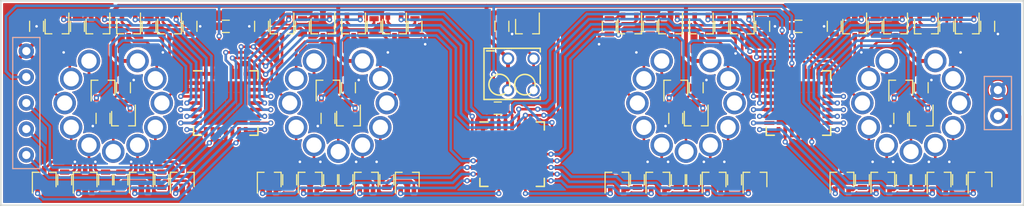
<source format=kicad_pcb>
(kicad_pcb (version 4) (host pcbnew 4.0.6)

  (general
    (links 261)
    (no_connects 0)
    (area 94.412667 89.910285 199.587334 114.089714)
    (thickness 1.6)
    (drawings 4)
    (tracks 1104)
    (zones 0)
    (modules 95)
    (nets 131)
  )

  (page A4)
  (layers
    (0 F.Cu signal)
    (31 B.Cu signal)
    (36 B.SilkS user)
    (37 F.SilkS user)
    (38 B.Mask user)
    (39 F.Mask user)
    (44 Edge.Cuts user)
  )

  (setup
    (last_trace_width 0.254)
    (trace_clearance 0.1524)
    (zone_clearance 0.1524)
    (zone_45_only no)
    (trace_min 0.1524)
    (segment_width 0.2)
    (edge_width 0.15)
    (via_size 0.508)
    (via_drill 0.254)
    (via_min_size 0.508)
    (via_min_drill 0.254)
    (uvia_size 0.254)
    (uvia_drill 0.127)
    (uvias_allowed no)
    (uvia_min_size 0.254)
    (uvia_min_drill 0.127)
    (pcb_text_width 0.3)
    (pcb_text_size 1.5 1.5)
    (mod_edge_width 0.15)
    (mod_text_size 1 1)
    (mod_text_width 0.15)
    (pad_size 2 2)
    (pad_drill 1.5)
    (pad_to_mask_clearance 0.1524)
    (aux_axis_origin 0 0)
    (visible_elements 7FFEFF7F)
    (pcbplotparams
      (layerselection 0x010a0_00000001)
      (usegerberextensions false)
      (excludeedgelayer true)
      (linewidth 0.100000)
      (plotframeref false)
      (viasonmask false)
      (mode 1)
      (useauxorigin false)
      (hpglpennumber 1)
      (hpglpenspeed 20)
      (hpglpendiameter 15)
      (hpglpenoverlay 2)
      (psnegative false)
      (psa4output false)
      (plotreference false)
      (plotvalue false)
      (plotinvisibletext false)
      (padsonsilk false)
      (subtractmaskfromsilk false)
      (outputformat 0)
      (mirror false)
      (drillshape 0)
      (scaleselection 1)
      (outputdirectory ""))
  )

  (net 0 "")
  (net 1 /TUBE_GND)
  (net 2 /TUBE_ANODE)
  (net 3 /nOE)
  (net 4 /SCL)
  (net 5 /SDA)
  (net 6 /VDD)
  (net 7 /VSS)
  (net 8 /T1_G_0)
  (net 9 /T1_E_0)
  (net 10 /T1_C_0)
  (net 11 /T1_G_1)
  (net 12 /T1_E_1)
  (net 13 /T1_C_1)
  (net 14 /T1_G_2)
  (net 15 /T1_E_2)
  (net 16 /T1_C_2)
  (net 17 /T1_G_3)
  (net 18 /T1_E_3)
  (net 19 /T1_C_3)
  (net 20 /T1_G_4)
  (net 21 /T1_E_4)
  (net 22 /T1_C_4)
  (net 23 /T1_G_5)
  (net 24 /T1_E_5)
  (net 25 /T1_C_5)
  (net 26 /T1_G_6)
  (net 27 /T1_E_6)
  (net 28 /T1_C_6)
  (net 29 /T1_G_7)
  (net 30 /T1_E_7)
  (net 31 /T1_C_7)
  (net 32 /T1_G_8)
  (net 33 /T1_E_8)
  (net 34 /T1_C_8)
  (net 35 /T1_G_9)
  (net 36 /T1_E_9)
  (net 37 /T1_C_9)
  (net 38 /T2_G_0)
  (net 39 /T2_E_0)
  (net 40 /T2_C_0)
  (net 41 /T2_G_1)
  (net 42 /T2_E_1)
  (net 43 /T2_C_1)
  (net 44 /T2_G_2)
  (net 45 /T2_E_2)
  (net 46 /T2_C_2)
  (net 47 /T2_G_3)
  (net 48 /T2_E_3)
  (net 49 /T2_C_3)
  (net 50 /T2_G_4)
  (net 51 /T2_E_4)
  (net 52 /T2_C_4)
  (net 53 /T2_G_5)
  (net 54 /T2_E_5)
  (net 55 /T2_C_5)
  (net 56 /T2_G_6)
  (net 57 /T2_E_6)
  (net 58 /T2_C_6)
  (net 59 /T2_G_7)
  (net 60 /T2_E_7)
  (net 61 /T2_C_7)
  (net 62 /T2_G_8)
  (net 63 /T2_E_8)
  (net 64 /T2_C_8)
  (net 65 /T2_G_9)
  (net 66 /T2_E_9)
  (net 67 /T2_C_9)
  (net 68 /T3_G_0)
  (net 69 /T3_E_0)
  (net 70 /T3_C_0)
  (net 71 /T3_G_1)
  (net 72 /T3_E_1)
  (net 73 /T3_C_1)
  (net 74 /T3_G_2)
  (net 75 /T3_E_2)
  (net 76 /T3_C_2)
  (net 77 /T3_G_3)
  (net 78 /T3_E_3)
  (net 79 /T3_C_3)
  (net 80 /T3_G_4)
  (net 81 /T3_E_4)
  (net 82 /T3_C_4)
  (net 83 /T3_G_5)
  (net 84 /T3_E_5)
  (net 85 /T3_C_5)
  (net 86 /T3_G_6)
  (net 87 /T3_E_6)
  (net 88 /T3_C_6)
  (net 89 /T3_G_7)
  (net 90 /T3_E_7)
  (net 91 /T3_C_7)
  (net 92 /T3_G_8)
  (net 93 /T3_E_8)
  (net 94 /T3_C_8)
  (net 95 /T3_G_9)
  (net 96 /T3_E_9)
  (net 97 /T3_C_9)
  (net 98 /T4_G_0)
  (net 99 /T4_E_0)
  (net 100 /T4_C_0)
  (net 101 /T4_G_1)
  (net 102 /T4_E_1)
  (net 103 /T4_C_1)
  (net 104 /T4_G_2)
  (net 105 /T4_E_2)
  (net 106 /T4_C_2)
  (net 107 /T4_G_3)
  (net 108 /T4_E_3)
  (net 109 /T4_C_3)
  (net 110 /T4_G_4)
  (net 111 /T4_E_4)
  (net 112 /T4_C_4)
  (net 113 /T4_G_5)
  (net 114 /T4_E_5)
  (net 115 /T4_C_5)
  (net 116 /T4_G_6)
  (net 117 /T4_E_6)
  (net 118 /T4_C_6)
  (net 119 /T4_G_7)
  (net 120 /T4_E_7)
  (net 121 /T4_C_7)
  (net 122 /T4_G_8)
  (net 123 /T4_E_8)
  (net 124 /T4_C_8)
  (net 125 /T4_G_9)
  (net 126 /T4_E_9)
  (net 127 /T4_C_9)
  (net 128 "Net-(Q41-Pad2)")
  (net 129 "Net-(Q41-Pad3)")
  (net 130 "Net-(Q41-Pad1)")

  (net_class Default "This is the default net class."
    (clearance 0.1524)
    (trace_width 0.254)
    (via_dia 0.508)
    (via_drill 0.254)
    (uvia_dia 0.254)
    (uvia_drill 0.127)
    (add_net /SCL)
    (add_net /SDA)
    (add_net /T1_C_0)
    (add_net /T1_C_1)
    (add_net /T1_C_2)
    (add_net /T1_C_3)
    (add_net /T1_C_4)
    (add_net /T1_C_5)
    (add_net /T1_C_6)
    (add_net /T1_C_7)
    (add_net /T1_C_8)
    (add_net /T1_C_9)
    (add_net /T1_E_0)
    (add_net /T1_E_1)
    (add_net /T1_E_2)
    (add_net /T1_E_3)
    (add_net /T1_E_4)
    (add_net /T1_E_5)
    (add_net /T1_E_6)
    (add_net /T1_E_7)
    (add_net /T1_E_8)
    (add_net /T1_E_9)
    (add_net /T1_G_0)
    (add_net /T1_G_1)
    (add_net /T1_G_2)
    (add_net /T1_G_3)
    (add_net /T1_G_4)
    (add_net /T1_G_5)
    (add_net /T1_G_6)
    (add_net /T1_G_7)
    (add_net /T1_G_8)
    (add_net /T1_G_9)
    (add_net /T2_C_0)
    (add_net /T2_C_1)
    (add_net /T2_C_2)
    (add_net /T2_C_3)
    (add_net /T2_C_4)
    (add_net /T2_C_5)
    (add_net /T2_C_6)
    (add_net /T2_C_7)
    (add_net /T2_C_8)
    (add_net /T2_C_9)
    (add_net /T2_E_0)
    (add_net /T2_E_1)
    (add_net /T2_E_2)
    (add_net /T2_E_3)
    (add_net /T2_E_4)
    (add_net /T2_E_5)
    (add_net /T2_E_6)
    (add_net /T2_E_7)
    (add_net /T2_E_8)
    (add_net /T2_E_9)
    (add_net /T2_G_0)
    (add_net /T2_G_1)
    (add_net /T2_G_2)
    (add_net /T2_G_3)
    (add_net /T2_G_4)
    (add_net /T2_G_5)
    (add_net /T2_G_6)
    (add_net /T2_G_7)
    (add_net /T2_G_8)
    (add_net /T2_G_9)
    (add_net /T3_C_0)
    (add_net /T3_C_1)
    (add_net /T3_C_2)
    (add_net /T3_C_3)
    (add_net /T3_C_4)
    (add_net /T3_C_5)
    (add_net /T3_C_6)
    (add_net /T3_C_7)
    (add_net /T3_C_8)
    (add_net /T3_C_9)
    (add_net /T3_E_0)
    (add_net /T3_E_1)
    (add_net /T3_E_2)
    (add_net /T3_E_3)
    (add_net /T3_E_4)
    (add_net /T3_E_5)
    (add_net /T3_E_6)
    (add_net /T3_E_7)
    (add_net /T3_E_8)
    (add_net /T3_E_9)
    (add_net /T3_G_0)
    (add_net /T3_G_1)
    (add_net /T3_G_2)
    (add_net /T3_G_3)
    (add_net /T3_G_4)
    (add_net /T3_G_5)
    (add_net /T3_G_6)
    (add_net /T3_G_7)
    (add_net /T3_G_8)
    (add_net /T3_G_9)
    (add_net /T4_C_0)
    (add_net /T4_C_1)
    (add_net /T4_C_2)
    (add_net /T4_C_3)
    (add_net /T4_C_4)
    (add_net /T4_C_5)
    (add_net /T4_C_6)
    (add_net /T4_C_7)
    (add_net /T4_C_8)
    (add_net /T4_C_9)
    (add_net /T4_E_0)
    (add_net /T4_E_1)
    (add_net /T4_E_2)
    (add_net /T4_E_3)
    (add_net /T4_E_4)
    (add_net /T4_E_5)
    (add_net /T4_E_6)
    (add_net /T4_E_7)
    (add_net /T4_E_8)
    (add_net /T4_E_9)
    (add_net /T4_G_0)
    (add_net /T4_G_1)
    (add_net /T4_G_2)
    (add_net /T4_G_3)
    (add_net /T4_G_4)
    (add_net /T4_G_5)
    (add_net /T4_G_6)
    (add_net /T4_G_7)
    (add_net /T4_G_8)
    (add_net /T4_G_9)
    (add_net /TUBE_GND)
    (add_net /VDD)
    (add_net /VSS)
    (add_net /nOE)
    (add_net "Net-(Q41-Pad1)")
    (add_net "Net-(Q41-Pad2)")
    (add_net "Net-(Q41-Pad3)")
  )

  (net_class HV_Anode ""
    (clearance 0.254)
    (trace_width 0.381)
    (via_dia 0.508)
    (via_drill 0.254)
    (uvia_dia 0.254)
    (uvia_drill 0.127)
    (add_net /TUBE_ANODE)
  )

  (module "Custom Parts:IN-8" (layer F.Cu) (tedit 594892FA) (tstamp 593C8649)
    (at 186 102)
    (path /5938FB49)
    (fp_text reference T4 (at 0 0) (layer F.SilkS) hide
      (effects (font (size 1 1) (thickness 0.15)))
    )
    (fp_text value IN-8 (at 0 -1.27) (layer F.Fab)
      (effects (font (size 1 1) (thickness 0.15)))
    )
    (pad 1 thru_hole circle (at -2.375 -4.114) (size 2.2 2.2) (drill 1.5) (layers *.Cu *.Mask)
      (net 100 /T4_C_0))
    (pad 2 thru_hole circle (at -4.114 -2.375) (size 2.2 2.2) (drill 1.5) (layers *.Cu *.Mask)
      (net 103 /T4_C_1))
    (pad 3 thru_hole circle (at -4.75 0) (size 2.2 2.2) (drill 1.5) (layers *.Cu *.Mask)
      (net 106 /T4_C_2))
    (pad 4 thru_hole circle (at -4.114 2.375) (size 2.2 2.2) (drill 1.5) (layers *.Cu *.Mask)
      (net 109 /T4_C_3))
    (pad 5 thru_hole circle (at -2.375 4.114) (size 2.2 2.2) (drill 1.5) (layers *.Cu *.Mask)
      (net 112 /T4_C_4))
    (pad 6 thru_hole circle (at 0 4.75) (size 2.2 2.2) (drill 1.5) (layers *.Cu *.Mask)
      (net 115 /T4_C_5))
    (pad 7 thru_hole circle (at 2.375 4.114) (size 2.2 2.2) (drill 1.5) (layers *.Cu *.Mask)
      (net 118 /T4_C_6))
    (pad 8 thru_hole circle (at 4.114 2.375) (size 2.2 2.2) (drill 1.5) (layers *.Cu *.Mask)
      (net 121 /T4_C_7))
    (pad 10 thru_hole circle (at 4.114 -2.375) (size 2.2 2.2) (drill 1.5) (layers *.Cu *.Mask)
      (net 127 /T4_C_9))
    (pad 11 thru_hole circle (at 2.375 -4.114) (size 2.2 2.2) (drill 1.5) (layers *.Cu *.Mask)
      (net 2 /TUBE_ANODE))
    (pad 9 thru_hole circle (at 4.75 0) (size 2.2 2.2) (drill 1.5) (layers *.Cu *.Mask)
      (net 124 /T4_C_8))
  )

  (module "Custom Parts:IN-8" (layer F.Cu) (tedit 594892BA) (tstamp 593C862E)
    (at 164 102)
    (path /5938FA0F)
    (fp_text reference T3 (at 0 0) (layer F.SilkS) hide
      (effects (font (size 1 1) (thickness 0.15)))
    )
    (fp_text value IN-8 (at 0 -1.27) (layer F.Fab)
      (effects (font (size 1 1) (thickness 0.15)))
    )
    (pad 1 thru_hole circle (at -2.375 -4.114) (size 2.2 2.2) (drill 1.5) (layers *.Cu *.Mask)
      (net 70 /T3_C_0))
    (pad 2 thru_hole circle (at -4.114 -2.375) (size 2.2 2.2) (drill 1.5) (layers *.Cu *.Mask)
      (net 73 /T3_C_1))
    (pad 3 thru_hole circle (at -4.75 0) (size 2.2 2.2) (drill 1.5) (layers *.Cu *.Mask)
      (net 76 /T3_C_2))
    (pad 4 thru_hole circle (at -4.114 2.375) (size 2.2 2.2) (drill 1.5) (layers *.Cu *.Mask)
      (net 79 /T3_C_3))
    (pad 5 thru_hole circle (at -2.375 4.114) (size 2.2 2.2) (drill 1.5) (layers *.Cu *.Mask)
      (net 82 /T3_C_4))
    (pad 6 thru_hole circle (at 0 4.75) (size 2.2 2.2) (drill 1.5) (layers *.Cu *.Mask)
      (net 85 /T3_C_5))
    (pad 7 thru_hole circle (at 2.375 4.114) (size 2.2 2.2) (drill 1.5) (layers *.Cu *.Mask)
      (net 88 /T3_C_6))
    (pad 8 thru_hole circle (at 4.114 2.375) (size 2.2 2.2) (drill 1.5) (layers *.Cu *.Mask)
      (net 91 /T3_C_7))
    (pad 10 thru_hole circle (at 4.114 -2.375) (size 2.2 2.2) (drill 1.5) (layers *.Cu *.Mask)
      (net 97 /T3_C_9))
    (pad 11 thru_hole circle (at 2.375 -4.114) (size 2.2 2.2) (drill 1.5) (layers *.Cu *.Mask)
      (net 2 /TUBE_ANODE))
    (pad 9 thru_hole circle (at 4.75 0) (size 2.2 2.2) (drill 1.5) (layers *.Cu *.Mask)
      (net 94 /T3_C_8))
  )

  (module "Custom Parts:IN-8" (layer F.Cu) (tedit 5948927B) (tstamp 593C8613)
    (at 130 102)
    (path /5938FA7E)
    (fp_text reference T2 (at 0 0) (layer F.SilkS) hide
      (effects (font (size 1 1) (thickness 0.15)))
    )
    (fp_text value IN-8 (at 0 -1.27) (layer F.Fab)
      (effects (font (size 1 1) (thickness 0.15)))
    )
    (pad 1 thru_hole circle (at -2.375 -4.114) (size 2.2 2.2) (drill 1.5) (layers *.Cu *.Mask)
      (net 40 /T2_C_0))
    (pad 2 thru_hole circle (at -4.114 -2.375) (size 2.2 2.2) (drill 1.5) (layers *.Cu *.Mask)
      (net 43 /T2_C_1))
    (pad 3 thru_hole circle (at -4.75 0) (size 2.2 2.2) (drill 1.5) (layers *.Cu *.Mask)
      (net 46 /T2_C_2))
    (pad 4 thru_hole circle (at -4.114 2.375) (size 2.2 2.2) (drill 1.5) (layers *.Cu *.Mask)
      (net 49 /T2_C_3))
    (pad 5 thru_hole circle (at -2.375 4.114) (size 2.2 2.2) (drill 1.5) (layers *.Cu *.Mask)
      (net 52 /T2_C_4))
    (pad 6 thru_hole circle (at 0 4.75) (size 2.2 2.2) (drill 1.5) (layers *.Cu *.Mask)
      (net 55 /T2_C_5))
    (pad 7 thru_hole circle (at 2.375 4.114) (size 2.2 2.2) (drill 1.5) (layers *.Cu *.Mask)
      (net 58 /T2_C_6))
    (pad 8 thru_hole circle (at 4.114 2.375) (size 2.2 2.2) (drill 1.5) (layers *.Cu *.Mask)
      (net 61 /T2_C_7))
    (pad 10 thru_hole circle (at 4.114 -2.375) (size 2.2 2.2) (drill 1.5) (layers *.Cu *.Mask)
      (net 67 /T2_C_9))
    (pad 11 thru_hole circle (at 2.375 -4.114) (size 2.2 2.2) (drill 1.5) (layers *.Cu *.Mask)
      (net 2 /TUBE_ANODE))
    (pad 9 thru_hole circle (at 4.75 0) (size 2.2 2.2) (drill 1.5) (layers *.Cu *.Mask)
      (net 64 /T2_C_8))
  )

  (module "Custom Parts:IN-8" (layer F.Cu) (tedit 5948927F) (tstamp 593C85F8)
    (at 108 102)
    (path /5938FAE9)
    (fp_text reference T1 (at 0 0) (layer F.SilkS) hide
      (effects (font (size 1 1) (thickness 0.15)))
    )
    (fp_text value IN-8 (at 0 -1.27) (layer F.Fab)
      (effects (font (size 1 1) (thickness 0.15)))
    )
    (pad 1 thru_hole circle (at -2.375 -4.114) (size 2.2 2.2) (drill 1.5) (layers *.Cu *.Mask)
      (net 10 /T1_C_0))
    (pad 2 thru_hole circle (at -4.114 -2.375) (size 2.2 2.2) (drill 1.5) (layers *.Cu *.Mask)
      (net 13 /T1_C_1))
    (pad 3 thru_hole circle (at -4.75 0) (size 2.2 2.2) (drill 1.5) (layers *.Cu *.Mask)
      (net 16 /T1_C_2))
    (pad 4 thru_hole circle (at -4.114 2.375) (size 2.2 2.2) (drill 1.5) (layers *.Cu *.Mask)
      (net 19 /T1_C_3))
    (pad 5 thru_hole circle (at -2.375 4.114) (size 2.2 2.2) (drill 1.5) (layers *.Cu *.Mask)
      (net 22 /T1_C_4))
    (pad 6 thru_hole circle (at 0 4.75) (size 2.2 2.2) (drill 1.5) (layers *.Cu *.Mask)
      (net 25 /T1_C_5))
    (pad 7 thru_hole circle (at 2.375 4.114) (size 2.2 2.2) (drill 1.5) (layers *.Cu *.Mask)
      (net 28 /T1_C_6))
    (pad 8 thru_hole circle (at 4.114 2.375) (size 2.2 2.2) (drill 1.5) (layers *.Cu *.Mask)
      (net 31 /T1_C_7))
    (pad 10 thru_hole circle (at 4.114 -2.375) (size 2.2 2.2) (drill 1.5) (layers *.Cu *.Mask)
      (net 37 /T1_C_9))
    (pad 11 thru_hole circle (at 2.375 -4.114) (size 2.2 2.2) (drill 1.5) (layers *.Cu *.Mask)
      (net 2 /TUBE_ANODE))
    (pad 9 thru_hole circle (at 4.75 0) (size 2.2 2.2) (drill 1.5) (layers *.Cu *.Mask)
      (net 34 /T1_C_8))
  )

  (module TO_SOT_Packages_SMD:SOT-323_SC-70 (layer F.Cu) (tedit 59489268) (tstamp 593C80B2)
    (at 124.5 94.5 270)
    (descr "SOT-323, SC-70")
    (tags "SOT-323 SC-70")
    (path /593936B6)
    (attr smd)
    (fp_text reference Q13 (at -0.05 -1.95 270) (layer F.SilkS) hide
      (effects (font (size 1 1) (thickness 0.15)))
    )
    (fp_text value Q_NPN_BEC (at -0.05 2.05 270) (layer F.Fab)
      (effects (font (size 1 1) (thickness 0.15)))
    )
    (fp_text user %R (at -0.005 0 270) (layer F.Fab)
      (effects (font (size 0.5 0.5) (thickness 0.075)))
    )
    (fp_line (start 0.73 0.5) (end 0.73 1.16) (layer F.SilkS) (width 0.12))
    (fp_line (start 0.73 -1.16) (end 0.73 -0.5) (layer F.SilkS) (width 0.12))
    (fp_line (start 1.7 1.3) (end -1.7 1.3) (layer F.CrtYd) (width 0.05))
    (fp_line (start 1.7 -1.3) (end 1.7 1.3) (layer F.CrtYd) (width 0.05))
    (fp_line (start -1.7 -1.3) (end 1.7 -1.3) (layer F.CrtYd) (width 0.05))
    (fp_line (start -1.7 1.3) (end -1.7 -1.3) (layer F.CrtYd) (width 0.05))
    (fp_line (start 0.73 -1.16) (end -1.3 -1.16) (layer F.SilkS) (width 0.12))
    (fp_line (start -0.68 1.16) (end 0.73 1.16) (layer F.SilkS) (width 0.12))
    (fp_line (start 0.67 -1.1) (end -0.18 -1.1) (layer F.Fab) (width 0.1))
    (fp_line (start -0.68 -0.6) (end -0.68 1.1) (layer F.Fab) (width 0.1))
    (fp_line (start 0.67 -1.1) (end 0.67 1.1) (layer F.Fab) (width 0.1))
    (fp_line (start 0.67 1.1) (end -0.68 1.1) (layer F.Fab) (width 0.1))
    (fp_line (start -0.18 -1.1) (end -0.68 -0.6) (layer F.Fab) (width 0.1))
    (pad 1 smd rect (at -1 -0.65 180) (size 0.45 0.7) (layers F.Cu F.Mask)
      (net 44 /T2_G_2))
    (pad 2 smd rect (at -1 0.65 180) (size 0.45 0.7) (layers F.Cu F.Mask)
      (net 45 /T2_E_2))
    (pad 3 smd rect (at 1 0 180) (size 0.45 0.7) (layers F.Cu F.Mask)
      (net 46 /T2_C_2))
    (model ${KISYS3DMOD}/TO_SOT_Packages_SMD.3dshapes/SOT-323_SC-70.wrl
      (at (xyz 0 0 0))
      (scale (xyz 1 1 1))
      (rotate (xyz 0 0 0))
    )
  )

  (module Housings_DFN_QFN:QFN-28-1EP_6x6mm_Pitch0.65mm (layer F.Cu) (tedit 5948928B) (tstamp 593C86B5)
    (at 119 102)
    (descr "28-Lead Plastic Quad Flat, No Lead Package (ML) - 6x6 mm Body [QFN]; (see Microchip Packaging Specification 00000049BS.pdf)")
    (tags "QFN 0.65")
    (path /593A4DD3)
    (attr smd)
    (fp_text reference U1 (at 0 -4.35) (layer F.SilkS) hide
      (effects (font (size 1 1) (thickness 0.15)))
    )
    (fp_text value PCA9685 (at 0 4.35) (layer F.Fab)
      (effects (font (size 1 1) (thickness 0.15)))
    )
    (fp_line (start -2 -3) (end 3 -3) (layer F.Fab) (width 0.15))
    (fp_line (start 3 -3) (end 3 3) (layer F.Fab) (width 0.15))
    (fp_line (start 3 3) (end -3 3) (layer F.Fab) (width 0.15))
    (fp_line (start -3 3) (end -3 -2) (layer F.Fab) (width 0.15))
    (fp_line (start -3 -2) (end -2 -3) (layer F.Fab) (width 0.15))
    (fp_line (start -3.6 -3.6) (end -3.6 3.6) (layer F.CrtYd) (width 0.05))
    (fp_line (start 3.6 -3.6) (end 3.6 3.6) (layer F.CrtYd) (width 0.05))
    (fp_line (start -3.6 -3.6) (end 3.6 -3.6) (layer F.CrtYd) (width 0.05))
    (fp_line (start -3.6 3.6) (end 3.6 3.6) (layer F.CrtYd) (width 0.05))
    (fp_line (start 3.15 -3.15) (end 3.15 -2.36) (layer F.SilkS) (width 0.15))
    (fp_line (start -3.15 3.15) (end -3.15 2.36) (layer F.SilkS) (width 0.15))
    (fp_line (start 3.15 3.15) (end 3.15 2.36) (layer F.SilkS) (width 0.15))
    (fp_line (start -3.15 -3.15) (end -2.36 -3.15) (layer F.SilkS) (width 0.15))
    (fp_line (start -3.15 3.15) (end -2.36 3.15) (layer F.SilkS) (width 0.15))
    (fp_line (start 3.15 3.15) (end 2.36 3.15) (layer F.SilkS) (width 0.15))
    (fp_line (start 3.15 -3.15) (end 2.36 -3.15) (layer F.SilkS) (width 0.15))
    (pad 1 smd rect (at -2.85 -1.95) (size 1 0.37) (layers F.Cu F.Mask)
      (net 7 /VSS))
    (pad 2 smd rect (at -2.85 -1.3) (size 1 0.37) (layers F.Cu F.Mask)
      (net 7 /VSS))
    (pad 3 smd rect (at -2.85 -0.65) (size 1 0.37) (layers F.Cu F.Mask)
      (net 23 /T1_G_5))
    (pad 4 smd rect (at -2.85 0) (size 1 0.37) (layers F.Cu F.Mask)
      (net 8 /T1_G_0))
    (pad 5 smd rect (at -2.85 0.65) (size 1 0.37) (layers F.Cu F.Mask)
      (net 14 /T1_G_2))
    (pad 6 smd rect (at -2.85 1.3) (size 1 0.37) (layers F.Cu F.Mask)
      (net 11 /T1_G_1))
    (pad 7 smd rect (at -2.85 1.95) (size 1 0.37) (layers F.Cu F.Mask)
      (net 35 /T1_G_9))
    (pad 8 smd rect (at -1.95 2.85 90) (size 1 0.37) (layers F.Cu F.Mask)
      (net 32 /T1_G_8))
    (pad 9 smd rect (at -1.3 2.85 90) (size 1 0.37) (layers F.Cu F.Mask)
      (net 20 /T1_G_4))
    (pad 10 smd rect (at -0.65 2.85 90) (size 1 0.37) (layers F.Cu F.Mask))
    (pad 11 smd rect (at 0 2.85 90) (size 1 0.37) (layers F.Cu F.Mask)
      (net 7 /VSS))
    (pad 12 smd rect (at 0.65 2.85 90) (size 1 0.37) (layers F.Cu F.Mask))
    (pad 13 smd rect (at 1.3 2.85 90) (size 1 0.37) (layers F.Cu F.Mask)
      (net 17 /T1_G_3))
    (pad 14 smd rect (at 1.95 2.85 90) (size 1 0.37) (layers F.Cu F.Mask)
      (net 29 /T1_G_7))
    (pad 15 smd rect (at 2.85 1.95) (size 1 0.37) (layers F.Cu F.Mask)
      (net 26 /T1_G_6))
    (pad 16 smd rect (at 2.85 1.3) (size 1 0.37) (layers F.Cu F.Mask)
      (net 44 /T2_G_2))
    (pad 17 smd rect (at 2.85 0.65) (size 1 0.37) (layers F.Cu F.Mask)
      (net 41 /T2_G_1))
    (pad 18 smd rect (at 2.85 0) (size 1 0.37) (layers F.Cu F.Mask)
      (net 65 /T2_G_9))
    (pad 19 smd rect (at 2.85 -0.65) (size 1 0.37) (layers F.Cu F.Mask)
      (net 38 /T2_G_0))
    (pad 20 smd rect (at 2.85 -1.3) (size 1 0.37) (layers F.Cu F.Mask)
      (net 3 /nOE))
    (pad 21 smd rect (at 2.85 -1.95) (size 1 0.37) (layers F.Cu F.Mask)
      (net 7 /VSS))
    (pad 22 smd rect (at 1.95 -2.85 90) (size 1 0.37) (layers F.Cu F.Mask)
      (net 7 /VSS))
    (pad 23 smd rect (at 1.3 -2.85 90) (size 1 0.37) (layers F.Cu F.Mask)
      (net 4 /SCL))
    (pad 24 smd rect (at 0.65 -2.85 90) (size 1 0.37) (layers F.Cu F.Mask)
      (net 5 /SDA))
    (pad 25 smd rect (at 0 -2.85 90) (size 1 0.37) (layers F.Cu F.Mask)
      (net 6 /VDD))
    (pad 26 smd rect (at -0.65 -2.85 90) (size 1 0.37) (layers F.Cu F.Mask)
      (net 6 /VDD))
    (pad 27 smd rect (at -1.3 -2.85 90) (size 1 0.37) (layers F.Cu F.Mask)
      (net 7 /VSS))
    (pad 28 smd rect (at -1.95 -2.85 90) (size 1 0.37) (layers F.Cu F.Mask)
      (net 7 /VSS))
    (pad 29 smd rect (at 1.59375 1.59375) (size 1.0625 1.0625) (layers F.Cu F.Mask)
      (net 7 /VSS) (solder_paste_margin_ratio -0.2))
    (pad 29 smd rect (at 1.59375 0.53125) (size 1.0625 1.0625) (layers F.Cu F.Mask)
      (net 7 /VSS) (solder_paste_margin_ratio -0.2))
    (pad 29 smd rect (at 1.59375 -0.53125) (size 1.0625 1.0625) (layers F.Cu F.Mask)
      (net 7 /VSS) (solder_paste_margin_ratio -0.2))
    (pad 29 smd rect (at 1.59375 -1.59375) (size 1.0625 1.0625) (layers F.Cu F.Mask)
      (net 7 /VSS) (solder_paste_margin_ratio -0.2))
    (pad 29 smd rect (at 0.53125 1.59375) (size 1.0625 1.0625) (layers F.Cu F.Mask)
      (net 7 /VSS) (solder_paste_margin_ratio -0.2))
    (pad 29 smd rect (at 0.53125 0.53125) (size 1.0625 1.0625) (layers F.Cu F.Mask)
      (net 7 /VSS) (solder_paste_margin_ratio -0.2))
    (pad 29 smd rect (at 0.53125 -0.53125) (size 1.0625 1.0625) (layers F.Cu F.Mask)
      (net 7 /VSS) (solder_paste_margin_ratio -0.2))
    (pad 29 smd rect (at 0.53125 -1.59375) (size 1.0625 1.0625) (layers F.Cu F.Mask)
      (net 7 /VSS) (solder_paste_margin_ratio -0.2))
    (pad 29 smd rect (at -0.53125 1.59375) (size 1.0625 1.0625) (layers F.Cu F.Mask)
      (net 7 /VSS) (solder_paste_margin_ratio -0.2))
    (pad 29 smd rect (at -0.53125 0.53125) (size 1.0625 1.0625) (layers F.Cu F.Mask)
      (net 7 /VSS) (solder_paste_margin_ratio -0.2))
    (pad 29 smd rect (at -0.53125 -0.53125) (size 1.0625 1.0625) (layers F.Cu F.Mask)
      (net 7 /VSS) (solder_paste_margin_ratio -0.2))
    (pad 29 smd rect (at -0.53125 -1.59375) (size 1.0625 1.0625) (layers F.Cu F.Mask)
      (net 7 /VSS) (solder_paste_margin_ratio -0.2))
    (pad 29 smd rect (at -1.59375 1.59375) (size 1.0625 1.0625) (layers F.Cu F.Mask)
      (net 7 /VSS) (solder_paste_margin_ratio -0.2))
    (pad 29 smd rect (at -1.59375 0.53125) (size 1.0625 1.0625) (layers F.Cu F.Mask)
      (net 7 /VSS) (solder_paste_margin_ratio -0.2))
    (pad 29 smd rect (at -1.59375 -0.53125) (size 1.0625 1.0625) (layers F.Cu F.Mask)
      (net 7 /VSS) (solder_paste_margin_ratio -0.2))
    (pad 29 smd rect (at -1.59375 -1.59375) (size 1.0625 1.0625) (layers F.Cu F.Mask)
      (net 7 /VSS) (solder_paste_margin_ratio -0.2))
    (model Housings_DFN_QFN.3dshapes/QFN-28-1EP_6x6mm_Pitch0.65mm.wrl
      (at (xyz 0 0 0))
      (scale (xyz 1 1 1))
      (rotate (xyz 0 0 0))
    )
  )

  (module TO_SOT_Packages_SMD:SOT-323_SC-70 (layer F.Cu) (tedit 59489218) (tstamp 593C805E)
    (at 113.5 94.5 270)
    (descr "SOT-323, SC-70")
    (tags "SOT-323 SC-70")
    (path /59393716)
    (attr smd)
    (fp_text reference Q9 (at -0.05 -1.95 270) (layer F.SilkS) hide
      (effects (font (size 1 1) (thickness 0.15)))
    )
    (fp_text value Q_NPN_BEC (at -0.05 2.05 270) (layer F.Fab)
      (effects (font (size 1 1) (thickness 0.15)))
    )
    (fp_text user %R (at -0.005 0 270) (layer F.Fab)
      (effects (font (size 0.5 0.5) (thickness 0.075)))
    )
    (fp_line (start 0.73 0.5) (end 0.73 1.16) (layer F.SilkS) (width 0.12))
    (fp_line (start 0.73 -1.16) (end 0.73 -0.5) (layer F.SilkS) (width 0.12))
    (fp_line (start 1.7 1.3) (end -1.7 1.3) (layer F.CrtYd) (width 0.05))
    (fp_line (start 1.7 -1.3) (end 1.7 1.3) (layer F.CrtYd) (width 0.05))
    (fp_line (start -1.7 -1.3) (end 1.7 -1.3) (layer F.CrtYd) (width 0.05))
    (fp_line (start -1.7 1.3) (end -1.7 -1.3) (layer F.CrtYd) (width 0.05))
    (fp_line (start 0.73 -1.16) (end -1.3 -1.16) (layer F.SilkS) (width 0.12))
    (fp_line (start -0.68 1.16) (end 0.73 1.16) (layer F.SilkS) (width 0.12))
    (fp_line (start 0.67 -1.1) (end -0.18 -1.1) (layer F.Fab) (width 0.1))
    (fp_line (start -0.68 -0.6) (end -0.68 1.1) (layer F.Fab) (width 0.1))
    (fp_line (start 0.67 -1.1) (end 0.67 1.1) (layer F.Fab) (width 0.1))
    (fp_line (start 0.67 1.1) (end -0.68 1.1) (layer F.Fab) (width 0.1))
    (fp_line (start -0.18 -1.1) (end -0.68 -0.6) (layer F.Fab) (width 0.1))
    (pad 1 smd rect (at -1 -0.65 180) (size 0.45 0.7) (layers F.Cu F.Mask)
      (net 32 /T1_G_8))
    (pad 2 smd rect (at -1 0.65 180) (size 0.45 0.7) (layers F.Cu F.Mask)
      (net 33 /T1_E_8))
    (pad 3 smd rect (at 1 0 180) (size 0.45 0.7) (layers F.Cu F.Mask)
      (net 34 /T1_C_8))
    (model ${KISYS3DMOD}/TO_SOT_Packages_SMD.3dshapes/SOT-323_SC-70.wrl
      (at (xyz 0 0 0))
      (scale (xyz 1 1 1))
      (rotate (xyz 0 0 0))
    )
  )

  (module TO_SOT_Packages_SMD:SOT-323_SC-70 (layer F.Cu) (tedit 5948920F) (tstamp 593C7FCB)
    (at 106.5 94.5 270)
    (descr "SOT-323, SC-70")
    (tags "SOT-323 SC-70")
    (path /593936EC)
    (attr smd)
    (fp_text reference Q2 (at -0.05 -1.95 270) (layer F.SilkS) hide
      (effects (font (size 1 1) (thickness 0.15)))
    )
    (fp_text value Q_NPN_BEC (at -0.05 2.05 270) (layer F.Fab)
      (effects (font (size 1 1) (thickness 0.15)))
    )
    (fp_text user %R (at -0.005 0 270) (layer F.Fab)
      (effects (font (size 0.5 0.5) (thickness 0.075)))
    )
    (fp_line (start 0.73 0.5) (end 0.73 1.16) (layer F.SilkS) (width 0.12))
    (fp_line (start 0.73 -1.16) (end 0.73 -0.5) (layer F.SilkS) (width 0.12))
    (fp_line (start 1.7 1.3) (end -1.7 1.3) (layer F.CrtYd) (width 0.05))
    (fp_line (start 1.7 -1.3) (end 1.7 1.3) (layer F.CrtYd) (width 0.05))
    (fp_line (start -1.7 -1.3) (end 1.7 -1.3) (layer F.CrtYd) (width 0.05))
    (fp_line (start -1.7 1.3) (end -1.7 -1.3) (layer F.CrtYd) (width 0.05))
    (fp_line (start 0.73 -1.16) (end -1.3 -1.16) (layer F.SilkS) (width 0.12))
    (fp_line (start -0.68 1.16) (end 0.73 1.16) (layer F.SilkS) (width 0.12))
    (fp_line (start 0.67 -1.1) (end -0.18 -1.1) (layer F.Fab) (width 0.1))
    (fp_line (start -0.68 -0.6) (end -0.68 1.1) (layer F.Fab) (width 0.1))
    (fp_line (start 0.67 -1.1) (end 0.67 1.1) (layer F.Fab) (width 0.1))
    (fp_line (start 0.67 1.1) (end -0.68 1.1) (layer F.Fab) (width 0.1))
    (fp_line (start -0.18 -1.1) (end -0.68 -0.6) (layer F.Fab) (width 0.1))
    (pad 1 smd rect (at -1 -0.65 180) (size 0.45 0.7) (layers F.Cu F.Mask)
      (net 11 /T1_G_1))
    (pad 2 smd rect (at -1 0.65 180) (size 0.45 0.7) (layers F.Cu F.Mask)
      (net 12 /T1_E_1))
    (pad 3 smd rect (at 1 0 180) (size 0.45 0.7) (layers F.Cu F.Mask)
      (net 13 /T1_C_1))
    (model ${KISYS3DMOD}/TO_SOT_Packages_SMD.3dshapes/SOT-323_SC-70.wrl
      (at (xyz 0 0 0))
      (scale (xyz 1 1 1))
      (rotate (xyz 0 0 0))
    )
  )

  (module Resistors_SMD:R_0603 (layer F.Cu) (tedit 5948920D) (tstamp 593DDFAA)
    (at 104.5 94.5 270)
    (descr "Resistor SMD 0603, reflow soldering, Vishay (see dcrcw.pdf)")
    (tags "resistor 0603")
    (path /593D296E)
    (attr smd)
    (fp_text reference R2 (at 0 -1.45 270) (layer F.SilkS) hide
      (effects (font (size 1 1) (thickness 0.15)))
    )
    (fp_text value R (at 0 1.5 270) (layer F.Fab)
      (effects (font (size 1 1) (thickness 0.15)))
    )
    (fp_text user %R (at 0 0 270) (layer F.Fab)
      (effects (font (size 0.5 0.5) (thickness 0.075)))
    )
    (fp_line (start -0.8 0.4) (end -0.8 -0.4) (layer F.Fab) (width 0.1))
    (fp_line (start 0.8 0.4) (end -0.8 0.4) (layer F.Fab) (width 0.1))
    (fp_line (start 0.8 -0.4) (end 0.8 0.4) (layer F.Fab) (width 0.1))
    (fp_line (start -0.8 -0.4) (end 0.8 -0.4) (layer F.Fab) (width 0.1))
    (fp_line (start 0.5 0.68) (end -0.5 0.68) (layer F.SilkS) (width 0.12))
    (fp_line (start -0.5 -0.68) (end 0.5 -0.68) (layer F.SilkS) (width 0.12))
    (fp_line (start -1.25 -0.7) (end 1.25 -0.7) (layer F.CrtYd) (width 0.05))
    (fp_line (start -1.25 -0.7) (end -1.25 0.7) (layer F.CrtYd) (width 0.05))
    (fp_line (start 1.25 0.7) (end 1.25 -0.7) (layer F.CrtYd) (width 0.05))
    (fp_line (start 1.25 0.7) (end -1.25 0.7) (layer F.CrtYd) (width 0.05))
    (pad 1 smd rect (at -0.75 0 270) (size 0.5 0.9) (layers F.Cu F.Mask)
      (net 12 /T1_E_1))
    (pad 2 smd rect (at 0.75 0 270) (size 0.5 0.9) (layers F.Cu F.Mask)
      (net 1 /TUBE_GND))
    (model ${KISYS3DMOD}/Resistors_SMD.3dshapes/R_0603.wrl
      (at (xyz 0 0 0))
      (scale (xyz 1 1 1))
      (rotate (xyz 0 0 0))
    )
  )

  (module TO_SOT_Packages_SMD:SOT-323_SC-70 (layer F.Cu) (tedit 59489240) (tstamp 593C80C7)
    (at 123.25 109.5 90)
    (descr "SOT-323, SC-70")
    (tags "SOT-323 SC-70")
    (path /593936BC)
    (attr smd)
    (fp_text reference Q14 (at -0.05 -1.95 90) (layer F.SilkS) hide
      (effects (font (size 1 1) (thickness 0.15)))
    )
    (fp_text value Q_NPN_BEC (at -0.05 2.05 90) (layer F.Fab)
      (effects (font (size 1 1) (thickness 0.15)))
    )
    (fp_text user %R (at -0.005 0 90) (layer F.Fab)
      (effects (font (size 0.5 0.5) (thickness 0.075)))
    )
    (fp_line (start 0.73 0.5) (end 0.73 1.16) (layer F.SilkS) (width 0.12))
    (fp_line (start 0.73 -1.16) (end 0.73 -0.5) (layer F.SilkS) (width 0.12))
    (fp_line (start 1.7 1.3) (end -1.7 1.3) (layer F.CrtYd) (width 0.05))
    (fp_line (start 1.7 -1.3) (end 1.7 1.3) (layer F.CrtYd) (width 0.05))
    (fp_line (start -1.7 -1.3) (end 1.7 -1.3) (layer F.CrtYd) (width 0.05))
    (fp_line (start -1.7 1.3) (end -1.7 -1.3) (layer F.CrtYd) (width 0.05))
    (fp_line (start 0.73 -1.16) (end -1.3 -1.16) (layer F.SilkS) (width 0.12))
    (fp_line (start -0.68 1.16) (end 0.73 1.16) (layer F.SilkS) (width 0.12))
    (fp_line (start 0.67 -1.1) (end -0.18 -1.1) (layer F.Fab) (width 0.1))
    (fp_line (start -0.68 -0.6) (end -0.68 1.1) (layer F.Fab) (width 0.1))
    (fp_line (start 0.67 -1.1) (end 0.67 1.1) (layer F.Fab) (width 0.1))
    (fp_line (start 0.67 1.1) (end -0.68 1.1) (layer F.Fab) (width 0.1))
    (fp_line (start -0.18 -1.1) (end -0.68 -0.6) (layer F.Fab) (width 0.1))
    (pad 1 smd rect (at -1 -0.65) (size 0.45 0.7) (layers F.Cu F.Mask)
      (net 47 /T2_G_3))
    (pad 2 smd rect (at -1 0.65) (size 0.45 0.7) (layers F.Cu F.Mask)
      (net 48 /T2_E_3))
    (pad 3 smd rect (at 1 0) (size 0.45 0.7) (layers F.Cu F.Mask)
      (net 49 /T2_C_3))
    (model ${KISYS3DMOD}/TO_SOT_Packages_SMD.3dshapes/SOT-323_SC-70.wrl
      (at (xyz 0 0 0))
      (scale (xyz 1 1 1))
      (rotate (xyz 0 0 0))
    )
  )

  (module TO_SOT_Packages_SMD:SOT-323_SC-70 (layer F.Cu) (tedit 59489221) (tstamp 593C7FB6)
    (at 107 100.5 90)
    (descr "SOT-323, SC-70")
    (tags "SOT-323 SC-70")
    (path /593936E6)
    (attr smd)
    (fp_text reference Q1 (at -0.05 -1.95 90) (layer F.SilkS) hide
      (effects (font (size 1 1) (thickness 0.15)))
    )
    (fp_text value Q_NPN_BEC (at -0.05 2.05 90) (layer F.Fab)
      (effects (font (size 1 1) (thickness 0.15)))
    )
    (fp_text user %R (at -0.005 0 90) (layer F.Fab)
      (effects (font (size 0.5 0.5) (thickness 0.075)))
    )
    (fp_line (start 0.73 0.5) (end 0.73 1.16) (layer F.SilkS) (width 0.12))
    (fp_line (start 0.73 -1.16) (end 0.73 -0.5) (layer F.SilkS) (width 0.12))
    (fp_line (start 1.7 1.3) (end -1.7 1.3) (layer F.CrtYd) (width 0.05))
    (fp_line (start 1.7 -1.3) (end 1.7 1.3) (layer F.CrtYd) (width 0.05))
    (fp_line (start -1.7 -1.3) (end 1.7 -1.3) (layer F.CrtYd) (width 0.05))
    (fp_line (start -1.7 1.3) (end -1.7 -1.3) (layer F.CrtYd) (width 0.05))
    (fp_line (start 0.73 -1.16) (end -1.3 -1.16) (layer F.SilkS) (width 0.12))
    (fp_line (start -0.68 1.16) (end 0.73 1.16) (layer F.SilkS) (width 0.12))
    (fp_line (start 0.67 -1.1) (end -0.18 -1.1) (layer F.Fab) (width 0.1))
    (fp_line (start -0.68 -0.6) (end -0.68 1.1) (layer F.Fab) (width 0.1))
    (fp_line (start 0.67 -1.1) (end 0.67 1.1) (layer F.Fab) (width 0.1))
    (fp_line (start 0.67 1.1) (end -0.68 1.1) (layer F.Fab) (width 0.1))
    (fp_line (start -0.18 -1.1) (end -0.68 -0.6) (layer F.Fab) (width 0.1))
    (pad 1 smd rect (at -1 -0.65) (size 0.45 0.7) (layers F.Cu F.Mask)
      (net 8 /T1_G_0))
    (pad 2 smd rect (at -1 0.65) (size 0.45 0.7) (layers F.Cu F.Mask)
      (net 9 /T1_E_0))
    (pad 3 smd rect (at 1 0) (size 0.45 0.7) (layers F.Cu F.Mask)
      (net 10 /T1_C_0))
    (model ${KISYS3DMOD}/TO_SOT_Packages_SMD.3dshapes/SOT-323_SC-70.wrl
      (at (xyz 0 0 0))
      (scale (xyz 1 1 1))
      (rotate (xyz 0 0 0))
    )
  )

  (module TO_SOT_Packages_SMD:SOT-323_SC-70 (layer F.Cu) (tedit 5948920A) (tstamp 593C7FE0)
    (at 102.5 94.5 270)
    (descr "SOT-323, SC-70")
    (tags "SOT-323 SC-70")
    (path /593936F2)
    (attr smd)
    (fp_text reference Q3 (at -0.05 -1.95 270) (layer F.SilkS) hide
      (effects (font (size 1 1) (thickness 0.15)))
    )
    (fp_text value Q_NPN_BEC (at -0.05 2.05 270) (layer F.Fab)
      (effects (font (size 1 1) (thickness 0.15)))
    )
    (fp_text user %R (at -0.005 0 270) (layer F.Fab)
      (effects (font (size 0.5 0.5) (thickness 0.075)))
    )
    (fp_line (start 0.73 0.5) (end 0.73 1.16) (layer F.SilkS) (width 0.12))
    (fp_line (start 0.73 -1.16) (end 0.73 -0.5) (layer F.SilkS) (width 0.12))
    (fp_line (start 1.7 1.3) (end -1.7 1.3) (layer F.CrtYd) (width 0.05))
    (fp_line (start 1.7 -1.3) (end 1.7 1.3) (layer F.CrtYd) (width 0.05))
    (fp_line (start -1.7 -1.3) (end 1.7 -1.3) (layer F.CrtYd) (width 0.05))
    (fp_line (start -1.7 1.3) (end -1.7 -1.3) (layer F.CrtYd) (width 0.05))
    (fp_line (start 0.73 -1.16) (end -1.3 -1.16) (layer F.SilkS) (width 0.12))
    (fp_line (start -0.68 1.16) (end 0.73 1.16) (layer F.SilkS) (width 0.12))
    (fp_line (start 0.67 -1.1) (end -0.18 -1.1) (layer F.Fab) (width 0.1))
    (fp_line (start -0.68 -0.6) (end -0.68 1.1) (layer F.Fab) (width 0.1))
    (fp_line (start 0.67 -1.1) (end 0.67 1.1) (layer F.Fab) (width 0.1))
    (fp_line (start 0.67 1.1) (end -0.68 1.1) (layer F.Fab) (width 0.1))
    (fp_line (start -0.18 -1.1) (end -0.68 -0.6) (layer F.Fab) (width 0.1))
    (pad 1 smd rect (at -1 -0.65 180) (size 0.45 0.7) (layers F.Cu F.Mask)
      (net 14 /T1_G_2))
    (pad 2 smd rect (at -1 0.65 180) (size 0.45 0.7) (layers F.Cu F.Mask)
      (net 15 /T1_E_2))
    (pad 3 smd rect (at 1 0 180) (size 0.45 0.7) (layers F.Cu F.Mask)
      (net 16 /T1_C_2))
    (model ${KISYS3DMOD}/TO_SOT_Packages_SMD.3dshapes/SOT-323_SC-70.wrl
      (at (xyz 0 0 0))
      (scale (xyz 1 1 1))
      (rotate (xyz 0 0 0))
    )
  )

  (module TO_SOT_Packages_SMD:SOT-323_SC-70 (layer F.Cu) (tedit 5948922B) (tstamp 593C7FF5)
    (at 101.25 109.5 90)
    (descr "SOT-323, SC-70")
    (tags "SOT-323 SC-70")
    (path /593936F8)
    (attr smd)
    (fp_text reference Q4 (at -0.05 -1.95 90) (layer F.SilkS) hide
      (effects (font (size 1 1) (thickness 0.15)))
    )
    (fp_text value Q_NPN_BEC (at -0.05 2.05 90) (layer F.Fab)
      (effects (font (size 1 1) (thickness 0.15)))
    )
    (fp_text user %R (at -0.005 0 90) (layer F.Fab)
      (effects (font (size 0.5 0.5) (thickness 0.075)))
    )
    (fp_line (start 0.73 0.5) (end 0.73 1.16) (layer F.SilkS) (width 0.12))
    (fp_line (start 0.73 -1.16) (end 0.73 -0.5) (layer F.SilkS) (width 0.12))
    (fp_line (start 1.7 1.3) (end -1.7 1.3) (layer F.CrtYd) (width 0.05))
    (fp_line (start 1.7 -1.3) (end 1.7 1.3) (layer F.CrtYd) (width 0.05))
    (fp_line (start -1.7 -1.3) (end 1.7 -1.3) (layer F.CrtYd) (width 0.05))
    (fp_line (start -1.7 1.3) (end -1.7 -1.3) (layer F.CrtYd) (width 0.05))
    (fp_line (start 0.73 -1.16) (end -1.3 -1.16) (layer F.SilkS) (width 0.12))
    (fp_line (start -0.68 1.16) (end 0.73 1.16) (layer F.SilkS) (width 0.12))
    (fp_line (start 0.67 -1.1) (end -0.18 -1.1) (layer F.Fab) (width 0.1))
    (fp_line (start -0.68 -0.6) (end -0.68 1.1) (layer F.Fab) (width 0.1))
    (fp_line (start 0.67 -1.1) (end 0.67 1.1) (layer F.Fab) (width 0.1))
    (fp_line (start 0.67 1.1) (end -0.68 1.1) (layer F.Fab) (width 0.1))
    (fp_line (start -0.18 -1.1) (end -0.68 -0.6) (layer F.Fab) (width 0.1))
    (pad 1 smd rect (at -1 -0.65) (size 0.45 0.7) (layers F.Cu F.Mask)
      (net 17 /T1_G_3))
    (pad 2 smd rect (at -1 0.65) (size 0.45 0.7) (layers F.Cu F.Mask)
      (net 18 /T1_E_3))
    (pad 3 smd rect (at 1 0) (size 0.45 0.7) (layers F.Cu F.Mask)
      (net 19 /T1_C_3))
    (model ${KISYS3DMOD}/TO_SOT_Packages_SMD.3dshapes/SOT-323_SC-70.wrl
      (at (xyz 0 0 0))
      (scale (xyz 1 1 1))
      (rotate (xyz 0 0 0))
    )
  )

  (module TO_SOT_Packages_SMD:SOT-323_SC-70 (layer F.Cu) (tedit 59489232) (tstamp 593C800A)
    (at 105.25 109.5 90)
    (descr "SOT-323, SC-70")
    (tags "SOT-323 SC-70")
    (path /593936FE)
    (attr smd)
    (fp_text reference Q5 (at -0.05 -1.95 90) (layer F.SilkS) hide
      (effects (font (size 1 1) (thickness 0.15)))
    )
    (fp_text value Q_NPN_BEC (at -0.05 2.05 90) (layer F.Fab)
      (effects (font (size 1 1) (thickness 0.15)))
    )
    (fp_text user %R (at -0.005 0 90) (layer F.Fab)
      (effects (font (size 0.5 0.5) (thickness 0.075)))
    )
    (fp_line (start 0.73 0.5) (end 0.73 1.16) (layer F.SilkS) (width 0.12))
    (fp_line (start 0.73 -1.16) (end 0.73 -0.5) (layer F.SilkS) (width 0.12))
    (fp_line (start 1.7 1.3) (end -1.7 1.3) (layer F.CrtYd) (width 0.05))
    (fp_line (start 1.7 -1.3) (end 1.7 1.3) (layer F.CrtYd) (width 0.05))
    (fp_line (start -1.7 -1.3) (end 1.7 -1.3) (layer F.CrtYd) (width 0.05))
    (fp_line (start -1.7 1.3) (end -1.7 -1.3) (layer F.CrtYd) (width 0.05))
    (fp_line (start 0.73 -1.16) (end -1.3 -1.16) (layer F.SilkS) (width 0.12))
    (fp_line (start -0.68 1.16) (end 0.73 1.16) (layer F.SilkS) (width 0.12))
    (fp_line (start 0.67 -1.1) (end -0.18 -1.1) (layer F.Fab) (width 0.1))
    (fp_line (start -0.68 -0.6) (end -0.68 1.1) (layer F.Fab) (width 0.1))
    (fp_line (start 0.67 -1.1) (end 0.67 1.1) (layer F.Fab) (width 0.1))
    (fp_line (start 0.67 1.1) (end -0.68 1.1) (layer F.Fab) (width 0.1))
    (fp_line (start -0.18 -1.1) (end -0.68 -0.6) (layer F.Fab) (width 0.1))
    (pad 1 smd rect (at -1 -0.65) (size 0.45 0.7) (layers F.Cu F.Mask)
      (net 20 /T1_G_4))
    (pad 2 smd rect (at -1 0.65) (size 0.45 0.7) (layers F.Cu F.Mask)
      (net 21 /T1_E_4))
    (pad 3 smd rect (at 1 0) (size 0.45 0.7) (layers F.Cu F.Mask)
      (net 22 /T1_C_4))
    (model ${KISYS3DMOD}/TO_SOT_Packages_SMD.3dshapes/SOT-323_SC-70.wrl
      (at (xyz 0 0 0))
      (scale (xyz 1 1 1))
      (rotate (xyz 0 0 0))
    )
  )

  (module TO_SOT_Packages_SMD:SOT-323_SC-70 (layer F.Cu) (tedit 59489228) (tstamp 593C801F)
    (at 109 103.5 270)
    (descr "SOT-323, SC-70")
    (tags "SOT-323 SC-70")
    (path /59393704)
    (attr smd)
    (fp_text reference Q6 (at -0.05 -1.95 270) (layer F.SilkS) hide
      (effects (font (size 1 1) (thickness 0.15)))
    )
    (fp_text value Q_NPN_BEC (at -0.05 2.05 270) (layer F.Fab)
      (effects (font (size 1 1) (thickness 0.15)))
    )
    (fp_text user %R (at -0.005 0 270) (layer F.Fab)
      (effects (font (size 0.5 0.5) (thickness 0.075)))
    )
    (fp_line (start 0.73 0.5) (end 0.73 1.16) (layer F.SilkS) (width 0.12))
    (fp_line (start 0.73 -1.16) (end 0.73 -0.5) (layer F.SilkS) (width 0.12))
    (fp_line (start 1.7 1.3) (end -1.7 1.3) (layer F.CrtYd) (width 0.05))
    (fp_line (start 1.7 -1.3) (end 1.7 1.3) (layer F.CrtYd) (width 0.05))
    (fp_line (start -1.7 -1.3) (end 1.7 -1.3) (layer F.CrtYd) (width 0.05))
    (fp_line (start -1.7 1.3) (end -1.7 -1.3) (layer F.CrtYd) (width 0.05))
    (fp_line (start 0.73 -1.16) (end -1.3 -1.16) (layer F.SilkS) (width 0.12))
    (fp_line (start -0.68 1.16) (end 0.73 1.16) (layer F.SilkS) (width 0.12))
    (fp_line (start 0.67 -1.1) (end -0.18 -1.1) (layer F.Fab) (width 0.1))
    (fp_line (start -0.68 -0.6) (end -0.68 1.1) (layer F.Fab) (width 0.1))
    (fp_line (start 0.67 -1.1) (end 0.67 1.1) (layer F.Fab) (width 0.1))
    (fp_line (start 0.67 1.1) (end -0.68 1.1) (layer F.Fab) (width 0.1))
    (fp_line (start -0.18 -1.1) (end -0.68 -0.6) (layer F.Fab) (width 0.1))
    (pad 1 smd rect (at -1 -0.65 180) (size 0.45 0.7) (layers F.Cu F.Mask)
      (net 23 /T1_G_5))
    (pad 2 smd rect (at -1 0.65 180) (size 0.45 0.7) (layers F.Cu F.Mask)
      (net 24 /T1_E_5))
    (pad 3 smd rect (at 1 0 180) (size 0.45 0.7) (layers F.Cu F.Mask)
      (net 25 /T1_C_5))
    (model ${KISYS3DMOD}/TO_SOT_Packages_SMD.3dshapes/SOT-323_SC-70.wrl
      (at (xyz 0 0 0))
      (scale (xyz 1 1 1))
      (rotate (xyz 0 0 0))
    )
  )

  (module TO_SOT_Packages_SMD:SOT-323_SC-70 (layer F.Cu) (tedit 59489239) (tstamp 593C8034)
    (at 110.75 109.5 90)
    (descr "SOT-323, SC-70")
    (tags "SOT-323 SC-70")
    (path /5939370A)
    (attr smd)
    (fp_text reference Q7 (at -0.05 -1.95 90) (layer F.SilkS) hide
      (effects (font (size 1 1) (thickness 0.15)))
    )
    (fp_text value Q_NPN_BEC (at -0.05 2.05 90) (layer F.Fab)
      (effects (font (size 1 1) (thickness 0.15)))
    )
    (fp_text user %R (at -0.005 0 90) (layer F.Fab)
      (effects (font (size 0.5 0.5) (thickness 0.075)))
    )
    (fp_line (start 0.73 0.5) (end 0.73 1.16) (layer F.SilkS) (width 0.12))
    (fp_line (start 0.73 -1.16) (end 0.73 -0.5) (layer F.SilkS) (width 0.12))
    (fp_line (start 1.7 1.3) (end -1.7 1.3) (layer F.CrtYd) (width 0.05))
    (fp_line (start 1.7 -1.3) (end 1.7 1.3) (layer F.CrtYd) (width 0.05))
    (fp_line (start -1.7 -1.3) (end 1.7 -1.3) (layer F.CrtYd) (width 0.05))
    (fp_line (start -1.7 1.3) (end -1.7 -1.3) (layer F.CrtYd) (width 0.05))
    (fp_line (start 0.73 -1.16) (end -1.3 -1.16) (layer F.SilkS) (width 0.12))
    (fp_line (start -0.68 1.16) (end 0.73 1.16) (layer F.SilkS) (width 0.12))
    (fp_line (start 0.67 -1.1) (end -0.18 -1.1) (layer F.Fab) (width 0.1))
    (fp_line (start -0.68 -0.6) (end -0.68 1.1) (layer F.Fab) (width 0.1))
    (fp_line (start 0.67 -1.1) (end 0.67 1.1) (layer F.Fab) (width 0.1))
    (fp_line (start 0.67 1.1) (end -0.68 1.1) (layer F.Fab) (width 0.1))
    (fp_line (start -0.18 -1.1) (end -0.68 -0.6) (layer F.Fab) (width 0.1))
    (pad 1 smd rect (at -1 -0.65) (size 0.45 0.7) (layers F.Cu F.Mask)
      (net 26 /T1_G_6))
    (pad 2 smd rect (at -1 0.65) (size 0.45 0.7) (layers F.Cu F.Mask)
      (net 27 /T1_E_6))
    (pad 3 smd rect (at 1 0) (size 0.45 0.7) (layers F.Cu F.Mask)
      (net 28 /T1_C_6))
    (model ${KISYS3DMOD}/TO_SOT_Packages_SMD.3dshapes/SOT-323_SC-70.wrl
      (at (xyz 0 0 0))
      (scale (xyz 1 1 1))
      (rotate (xyz 0 0 0))
    )
  )

  (module TO_SOT_Packages_SMD:SOT-323_SC-70 (layer F.Cu) (tedit 5948923D) (tstamp 593C8049)
    (at 114.75 109.5 90)
    (descr "SOT-323, SC-70")
    (tags "SOT-323 SC-70")
    (path /59393710)
    (attr smd)
    (fp_text reference Q8 (at -0.05 -1.95 90) (layer F.SilkS) hide
      (effects (font (size 1 1) (thickness 0.15)))
    )
    (fp_text value Q_NPN_BEC (at -0.05 2.05 90) (layer F.Fab)
      (effects (font (size 1 1) (thickness 0.15)))
    )
    (fp_text user %R (at -0.005 0 90) (layer F.Fab)
      (effects (font (size 0.5 0.5) (thickness 0.075)))
    )
    (fp_line (start 0.73 0.5) (end 0.73 1.16) (layer F.SilkS) (width 0.12))
    (fp_line (start 0.73 -1.16) (end 0.73 -0.5) (layer F.SilkS) (width 0.12))
    (fp_line (start 1.7 1.3) (end -1.7 1.3) (layer F.CrtYd) (width 0.05))
    (fp_line (start 1.7 -1.3) (end 1.7 1.3) (layer F.CrtYd) (width 0.05))
    (fp_line (start -1.7 -1.3) (end 1.7 -1.3) (layer F.CrtYd) (width 0.05))
    (fp_line (start -1.7 1.3) (end -1.7 -1.3) (layer F.CrtYd) (width 0.05))
    (fp_line (start 0.73 -1.16) (end -1.3 -1.16) (layer F.SilkS) (width 0.12))
    (fp_line (start -0.68 1.16) (end 0.73 1.16) (layer F.SilkS) (width 0.12))
    (fp_line (start 0.67 -1.1) (end -0.18 -1.1) (layer F.Fab) (width 0.1))
    (fp_line (start -0.68 -0.6) (end -0.68 1.1) (layer F.Fab) (width 0.1))
    (fp_line (start 0.67 -1.1) (end 0.67 1.1) (layer F.Fab) (width 0.1))
    (fp_line (start 0.67 1.1) (end -0.68 1.1) (layer F.Fab) (width 0.1))
    (fp_line (start -0.18 -1.1) (end -0.68 -0.6) (layer F.Fab) (width 0.1))
    (pad 1 smd rect (at -1 -0.65) (size 0.45 0.7) (layers F.Cu F.Mask)
      (net 29 /T1_G_7))
    (pad 2 smd rect (at -1 0.65) (size 0.45 0.7) (layers F.Cu F.Mask)
      (net 30 /T1_E_7))
    (pad 3 smd rect (at 1 0) (size 0.45 0.7) (layers F.Cu F.Mask)
      (net 31 /T1_C_7))
    (model ${KISYS3DMOD}/TO_SOT_Packages_SMD.3dshapes/SOT-323_SC-70.wrl
      (at (xyz 0 0 0))
      (scale (xyz 1 1 1))
      (rotate (xyz 0 0 0))
    )
  )

  (module TO_SOT_Packages_SMD:SOT-323_SC-70 (layer F.Cu) (tedit 59489212) (tstamp 593C8073)
    (at 109.5 94.5 270)
    (descr "SOT-323, SC-70")
    (tags "SOT-323 SC-70")
    (path /5939371C)
    (attr smd)
    (fp_text reference Q10 (at -0.05 -1.95 270) (layer F.SilkS) hide
      (effects (font (size 1 1) (thickness 0.15)))
    )
    (fp_text value Q_NPN_BEC (at -0.05 2.05 270) (layer F.Fab)
      (effects (font (size 1 1) (thickness 0.15)))
    )
    (fp_text user %R (at -0.005 0 270) (layer F.Fab)
      (effects (font (size 0.5 0.5) (thickness 0.075)))
    )
    (fp_line (start 0.73 0.5) (end 0.73 1.16) (layer F.SilkS) (width 0.12))
    (fp_line (start 0.73 -1.16) (end 0.73 -0.5) (layer F.SilkS) (width 0.12))
    (fp_line (start 1.7 1.3) (end -1.7 1.3) (layer F.CrtYd) (width 0.05))
    (fp_line (start 1.7 -1.3) (end 1.7 1.3) (layer F.CrtYd) (width 0.05))
    (fp_line (start -1.7 -1.3) (end 1.7 -1.3) (layer F.CrtYd) (width 0.05))
    (fp_line (start -1.7 1.3) (end -1.7 -1.3) (layer F.CrtYd) (width 0.05))
    (fp_line (start 0.73 -1.16) (end -1.3 -1.16) (layer F.SilkS) (width 0.12))
    (fp_line (start -0.68 1.16) (end 0.73 1.16) (layer F.SilkS) (width 0.12))
    (fp_line (start 0.67 -1.1) (end -0.18 -1.1) (layer F.Fab) (width 0.1))
    (fp_line (start -0.68 -0.6) (end -0.68 1.1) (layer F.Fab) (width 0.1))
    (fp_line (start 0.67 -1.1) (end 0.67 1.1) (layer F.Fab) (width 0.1))
    (fp_line (start 0.67 1.1) (end -0.68 1.1) (layer F.Fab) (width 0.1))
    (fp_line (start -0.18 -1.1) (end -0.68 -0.6) (layer F.Fab) (width 0.1))
    (pad 1 smd rect (at -1 -0.65 180) (size 0.45 0.7) (layers F.Cu F.Mask)
      (net 35 /T1_G_9))
    (pad 2 smd rect (at -1 0.65 180) (size 0.45 0.7) (layers F.Cu F.Mask)
      (net 36 /T1_E_9))
    (pad 3 smd rect (at 1 0 180) (size 0.45 0.7) (layers F.Cu F.Mask)
      (net 37 /T1_C_9))
    (model ${KISYS3DMOD}/TO_SOT_Packages_SMD.3dshapes/SOT-323_SC-70.wrl
      (at (xyz 0 0 0))
      (scale (xyz 1 1 1))
      (rotate (xyz 0 0 0))
    )
  )

  (module TO_SOT_Packages_SMD:SOT-323_SC-70 (layer F.Cu) (tedit 59489262) (tstamp 593C8088)
    (at 129 100.5 90)
    (descr "SOT-323, SC-70")
    (tags "SOT-323 SC-70")
    (path /593936AA)
    (attr smd)
    (fp_text reference Q11 (at -0.05 -1.95 90) (layer F.SilkS) hide
      (effects (font (size 1 1) (thickness 0.15)))
    )
    (fp_text value Q_NPN_BEC (at -0.05 2.05 90) (layer F.Fab)
      (effects (font (size 1 1) (thickness 0.15)))
    )
    (fp_text user %R (at -0.005 0 90) (layer F.Fab)
      (effects (font (size 0.5 0.5) (thickness 0.075)))
    )
    (fp_line (start 0.73 0.5) (end 0.73 1.16) (layer F.SilkS) (width 0.12))
    (fp_line (start 0.73 -1.16) (end 0.73 -0.5) (layer F.SilkS) (width 0.12))
    (fp_line (start 1.7 1.3) (end -1.7 1.3) (layer F.CrtYd) (width 0.05))
    (fp_line (start 1.7 -1.3) (end 1.7 1.3) (layer F.CrtYd) (width 0.05))
    (fp_line (start -1.7 -1.3) (end 1.7 -1.3) (layer F.CrtYd) (width 0.05))
    (fp_line (start -1.7 1.3) (end -1.7 -1.3) (layer F.CrtYd) (width 0.05))
    (fp_line (start 0.73 -1.16) (end -1.3 -1.16) (layer F.SilkS) (width 0.12))
    (fp_line (start -0.68 1.16) (end 0.73 1.16) (layer F.SilkS) (width 0.12))
    (fp_line (start 0.67 -1.1) (end -0.18 -1.1) (layer F.Fab) (width 0.1))
    (fp_line (start -0.68 -0.6) (end -0.68 1.1) (layer F.Fab) (width 0.1))
    (fp_line (start 0.67 -1.1) (end 0.67 1.1) (layer F.Fab) (width 0.1))
    (fp_line (start 0.67 1.1) (end -0.68 1.1) (layer F.Fab) (width 0.1))
    (fp_line (start -0.18 -1.1) (end -0.68 -0.6) (layer F.Fab) (width 0.1))
    (pad 1 smd rect (at -1 -0.65) (size 0.45 0.7) (layers F.Cu F.Mask)
      (net 38 /T2_G_0))
    (pad 2 smd rect (at -1 0.65) (size 0.45 0.7) (layers F.Cu F.Mask)
      (net 39 /T2_E_0))
    (pad 3 smd rect (at 1 0) (size 0.45 0.7) (layers F.Cu F.Mask)
      (net 40 /T2_C_0))
    (model ${KISYS3DMOD}/TO_SOT_Packages_SMD.3dshapes/SOT-323_SC-70.wrl
      (at (xyz 0 0 0))
      (scale (xyz 1 1 1))
      (rotate (xyz 0 0 0))
    )
  )

  (module TO_SOT_Packages_SMD:SOT-323_SC-70 (layer F.Cu) (tedit 5948926E) (tstamp 593C809D)
    (at 128.5 94.5 270)
    (descr "SOT-323, SC-70")
    (tags "SOT-323 SC-70")
    (path /593936B0)
    (attr smd)
    (fp_text reference Q12 (at -0.05 -1.95 270) (layer F.SilkS) hide
      (effects (font (size 1 1) (thickness 0.15)))
    )
    (fp_text value Q_NPN_BEC (at -0.05 2.05 270) (layer F.Fab)
      (effects (font (size 1 1) (thickness 0.15)))
    )
    (fp_text user %R (at -0.005 0 270) (layer F.Fab)
      (effects (font (size 0.5 0.5) (thickness 0.075)))
    )
    (fp_line (start 0.73 0.5) (end 0.73 1.16) (layer F.SilkS) (width 0.12))
    (fp_line (start 0.73 -1.16) (end 0.73 -0.5) (layer F.SilkS) (width 0.12))
    (fp_line (start 1.7 1.3) (end -1.7 1.3) (layer F.CrtYd) (width 0.05))
    (fp_line (start 1.7 -1.3) (end 1.7 1.3) (layer F.CrtYd) (width 0.05))
    (fp_line (start -1.7 -1.3) (end 1.7 -1.3) (layer F.CrtYd) (width 0.05))
    (fp_line (start -1.7 1.3) (end -1.7 -1.3) (layer F.CrtYd) (width 0.05))
    (fp_line (start 0.73 -1.16) (end -1.3 -1.16) (layer F.SilkS) (width 0.12))
    (fp_line (start -0.68 1.16) (end 0.73 1.16) (layer F.SilkS) (width 0.12))
    (fp_line (start 0.67 -1.1) (end -0.18 -1.1) (layer F.Fab) (width 0.1))
    (fp_line (start -0.68 -0.6) (end -0.68 1.1) (layer F.Fab) (width 0.1))
    (fp_line (start 0.67 -1.1) (end 0.67 1.1) (layer F.Fab) (width 0.1))
    (fp_line (start 0.67 1.1) (end -0.68 1.1) (layer F.Fab) (width 0.1))
    (fp_line (start -0.18 -1.1) (end -0.68 -0.6) (layer F.Fab) (width 0.1))
    (pad 1 smd rect (at -1 -0.65 180) (size 0.45 0.7) (layers F.Cu F.Mask)
      (net 41 /T2_G_1))
    (pad 2 smd rect (at -1 0.65 180) (size 0.45 0.7) (layers F.Cu F.Mask)
      (net 42 /T2_E_1))
    (pad 3 smd rect (at 1 0 180) (size 0.45 0.7) (layers F.Cu F.Mask)
      (net 43 /T2_C_1))
    (model ${KISYS3DMOD}/TO_SOT_Packages_SMD.3dshapes/SOT-323_SC-70.wrl
      (at (xyz 0 0 0))
      (scale (xyz 1 1 1))
      (rotate (xyz 0 0 0))
    )
  )

  (module TO_SOT_Packages_SMD:SOT-323_SC-70 (layer F.Cu) (tedit 59489245) (tstamp 593C80DC)
    (at 127.25 109.5 90)
    (descr "SOT-323, SC-70")
    (tags "SOT-323 SC-70")
    (path /593936C2)
    (attr smd)
    (fp_text reference Q15 (at -0.05 -1.95 90) (layer F.SilkS) hide
      (effects (font (size 1 1) (thickness 0.15)))
    )
    (fp_text value Q_NPN_BEC (at -0.05 2.05 90) (layer F.Fab)
      (effects (font (size 1 1) (thickness 0.15)))
    )
    (fp_text user %R (at -0.005 0 90) (layer F.Fab)
      (effects (font (size 0.5 0.5) (thickness 0.075)))
    )
    (fp_line (start 0.73 0.5) (end 0.73 1.16) (layer F.SilkS) (width 0.12))
    (fp_line (start 0.73 -1.16) (end 0.73 -0.5) (layer F.SilkS) (width 0.12))
    (fp_line (start 1.7 1.3) (end -1.7 1.3) (layer F.CrtYd) (width 0.05))
    (fp_line (start 1.7 -1.3) (end 1.7 1.3) (layer F.CrtYd) (width 0.05))
    (fp_line (start -1.7 -1.3) (end 1.7 -1.3) (layer F.CrtYd) (width 0.05))
    (fp_line (start -1.7 1.3) (end -1.7 -1.3) (layer F.CrtYd) (width 0.05))
    (fp_line (start 0.73 -1.16) (end -1.3 -1.16) (layer F.SilkS) (width 0.12))
    (fp_line (start -0.68 1.16) (end 0.73 1.16) (layer F.SilkS) (width 0.12))
    (fp_line (start 0.67 -1.1) (end -0.18 -1.1) (layer F.Fab) (width 0.1))
    (fp_line (start -0.68 -0.6) (end -0.68 1.1) (layer F.Fab) (width 0.1))
    (fp_line (start 0.67 -1.1) (end 0.67 1.1) (layer F.Fab) (width 0.1))
    (fp_line (start 0.67 1.1) (end -0.68 1.1) (layer F.Fab) (width 0.1))
    (fp_line (start -0.18 -1.1) (end -0.68 -0.6) (layer F.Fab) (width 0.1))
    (pad 1 smd rect (at -1 -0.65) (size 0.45 0.7) (layers F.Cu F.Mask)
      (net 50 /T2_G_4))
    (pad 2 smd rect (at -1 0.65) (size 0.45 0.7) (layers F.Cu F.Mask)
      (net 51 /T2_E_4))
    (pad 3 smd rect (at 1 0) (size 0.45 0.7) (layers F.Cu F.Mask)
      (net 52 /T2_C_4))
    (model ${KISYS3DMOD}/TO_SOT_Packages_SMD.3dshapes/SOT-323_SC-70.wrl
      (at (xyz 0 0 0))
      (scale (xyz 1 1 1))
      (rotate (xyz 0 0 0))
    )
  )

  (module TO_SOT_Packages_SMD:SOT-323_SC-70 (layer F.Cu) (tedit 59489259) (tstamp 593C80F1)
    (at 131 103.5 270)
    (descr "SOT-323, SC-70")
    (tags "SOT-323 SC-70")
    (path /593936C8)
    (attr smd)
    (fp_text reference Q16 (at -0.05 -1.95 270) (layer F.SilkS) hide
      (effects (font (size 1 1) (thickness 0.15)))
    )
    (fp_text value Q_NPN_BEC (at -0.05 2.05 270) (layer F.Fab)
      (effects (font (size 1 1) (thickness 0.15)))
    )
    (fp_text user %R (at -0.005 0 270) (layer F.Fab)
      (effects (font (size 0.5 0.5) (thickness 0.075)))
    )
    (fp_line (start 0.73 0.5) (end 0.73 1.16) (layer F.SilkS) (width 0.12))
    (fp_line (start 0.73 -1.16) (end 0.73 -0.5) (layer F.SilkS) (width 0.12))
    (fp_line (start 1.7 1.3) (end -1.7 1.3) (layer F.CrtYd) (width 0.05))
    (fp_line (start 1.7 -1.3) (end 1.7 1.3) (layer F.CrtYd) (width 0.05))
    (fp_line (start -1.7 -1.3) (end 1.7 -1.3) (layer F.CrtYd) (width 0.05))
    (fp_line (start -1.7 1.3) (end -1.7 -1.3) (layer F.CrtYd) (width 0.05))
    (fp_line (start 0.73 -1.16) (end -1.3 -1.16) (layer F.SilkS) (width 0.12))
    (fp_line (start -0.68 1.16) (end 0.73 1.16) (layer F.SilkS) (width 0.12))
    (fp_line (start 0.67 -1.1) (end -0.18 -1.1) (layer F.Fab) (width 0.1))
    (fp_line (start -0.68 -0.6) (end -0.68 1.1) (layer F.Fab) (width 0.1))
    (fp_line (start 0.67 -1.1) (end 0.67 1.1) (layer F.Fab) (width 0.1))
    (fp_line (start 0.67 1.1) (end -0.68 1.1) (layer F.Fab) (width 0.1))
    (fp_line (start -0.18 -1.1) (end -0.68 -0.6) (layer F.Fab) (width 0.1))
    (pad 1 smd rect (at -1 -0.65 180) (size 0.45 0.7) (layers F.Cu F.Mask)
      (net 53 /T2_G_5))
    (pad 2 smd rect (at -1 0.65 180) (size 0.45 0.7) (layers F.Cu F.Mask)
      (net 54 /T2_E_5))
    (pad 3 smd rect (at 1 0 180) (size 0.45 0.7) (layers F.Cu F.Mask)
      (net 55 /T2_C_5))
    (model ${KISYS3DMOD}/TO_SOT_Packages_SMD.3dshapes/SOT-323_SC-70.wrl
      (at (xyz 0 0 0))
      (scale (xyz 1 1 1))
      (rotate (xyz 0 0 0))
    )
  )

  (module TO_SOT_Packages_SMD:SOT-323_SC-70 (layer F.Cu) (tedit 59489251) (tstamp 593C8106)
    (at 132.75 109.5 90)
    (descr "SOT-323, SC-70")
    (tags "SOT-323 SC-70")
    (path /593936CE)
    (attr smd)
    (fp_text reference Q17 (at -0.05 -1.95 90) (layer F.SilkS) hide
      (effects (font (size 1 1) (thickness 0.15)))
    )
    (fp_text value Q_NPN_BEC (at -0.05 2.05 90) (layer F.Fab)
      (effects (font (size 1 1) (thickness 0.15)))
    )
    (fp_text user %R (at -0.005 0 90) (layer F.Fab)
      (effects (font (size 0.5 0.5) (thickness 0.075)))
    )
    (fp_line (start 0.73 0.5) (end 0.73 1.16) (layer F.SilkS) (width 0.12))
    (fp_line (start 0.73 -1.16) (end 0.73 -0.5) (layer F.SilkS) (width 0.12))
    (fp_line (start 1.7 1.3) (end -1.7 1.3) (layer F.CrtYd) (width 0.05))
    (fp_line (start 1.7 -1.3) (end 1.7 1.3) (layer F.CrtYd) (width 0.05))
    (fp_line (start -1.7 -1.3) (end 1.7 -1.3) (layer F.CrtYd) (width 0.05))
    (fp_line (start -1.7 1.3) (end -1.7 -1.3) (layer F.CrtYd) (width 0.05))
    (fp_line (start 0.73 -1.16) (end -1.3 -1.16) (layer F.SilkS) (width 0.12))
    (fp_line (start -0.68 1.16) (end 0.73 1.16) (layer F.SilkS) (width 0.12))
    (fp_line (start 0.67 -1.1) (end -0.18 -1.1) (layer F.Fab) (width 0.1))
    (fp_line (start -0.68 -0.6) (end -0.68 1.1) (layer F.Fab) (width 0.1))
    (fp_line (start 0.67 -1.1) (end 0.67 1.1) (layer F.Fab) (width 0.1))
    (fp_line (start 0.67 1.1) (end -0.68 1.1) (layer F.Fab) (width 0.1))
    (fp_line (start -0.18 -1.1) (end -0.68 -0.6) (layer F.Fab) (width 0.1))
    (pad 1 smd rect (at -1 -0.65) (size 0.45 0.7) (layers F.Cu F.Mask)
      (net 56 /T2_G_6))
    (pad 2 smd rect (at -1 0.65) (size 0.45 0.7) (layers F.Cu F.Mask)
      (net 57 /T2_E_6))
    (pad 3 smd rect (at 1 0) (size 0.45 0.7) (layers F.Cu F.Mask)
      (net 58 /T2_C_6))
    (model ${KISYS3DMOD}/TO_SOT_Packages_SMD.3dshapes/SOT-323_SC-70.wrl
      (at (xyz 0 0 0))
      (scale (xyz 1 1 1))
      (rotate (xyz 0 0 0))
    )
  )

  (module TO_SOT_Packages_SMD:SOT-323_SC-70 (layer F.Cu) (tedit 59489256) (tstamp 593C811B)
    (at 136.75 109.5 90)
    (descr "SOT-323, SC-70")
    (tags "SOT-323 SC-70")
    (path /593936D4)
    (attr smd)
    (fp_text reference Q18 (at -0.05 -1.95 90) (layer F.SilkS) hide
      (effects (font (size 1 1) (thickness 0.15)))
    )
    (fp_text value Q_NPN_BEC (at -0.05 2.05 90) (layer F.Fab)
      (effects (font (size 1 1) (thickness 0.15)))
    )
    (fp_text user %R (at -0.005 0 90) (layer F.Fab)
      (effects (font (size 0.5 0.5) (thickness 0.075)))
    )
    (fp_line (start 0.73 0.5) (end 0.73 1.16) (layer F.SilkS) (width 0.12))
    (fp_line (start 0.73 -1.16) (end 0.73 -0.5) (layer F.SilkS) (width 0.12))
    (fp_line (start 1.7 1.3) (end -1.7 1.3) (layer F.CrtYd) (width 0.05))
    (fp_line (start 1.7 -1.3) (end 1.7 1.3) (layer F.CrtYd) (width 0.05))
    (fp_line (start -1.7 -1.3) (end 1.7 -1.3) (layer F.CrtYd) (width 0.05))
    (fp_line (start -1.7 1.3) (end -1.7 -1.3) (layer F.CrtYd) (width 0.05))
    (fp_line (start 0.73 -1.16) (end -1.3 -1.16) (layer F.SilkS) (width 0.12))
    (fp_line (start -0.68 1.16) (end 0.73 1.16) (layer F.SilkS) (width 0.12))
    (fp_line (start 0.67 -1.1) (end -0.18 -1.1) (layer F.Fab) (width 0.1))
    (fp_line (start -0.68 -0.6) (end -0.68 1.1) (layer F.Fab) (width 0.1))
    (fp_line (start 0.67 -1.1) (end 0.67 1.1) (layer F.Fab) (width 0.1))
    (fp_line (start 0.67 1.1) (end -0.68 1.1) (layer F.Fab) (width 0.1))
    (fp_line (start -0.18 -1.1) (end -0.68 -0.6) (layer F.Fab) (width 0.1))
    (pad 1 smd rect (at -1 -0.65) (size 0.45 0.7) (layers F.Cu F.Mask)
      (net 59 /T2_G_7))
    (pad 2 smd rect (at -1 0.65) (size 0.45 0.7) (layers F.Cu F.Mask)
      (net 60 /T2_E_7))
    (pad 3 smd rect (at 1 0) (size 0.45 0.7) (layers F.Cu F.Mask)
      (net 61 /T2_C_7))
    (model ${KISYS3DMOD}/TO_SOT_Packages_SMD.3dshapes/SOT-323_SC-70.wrl
      (at (xyz 0 0 0))
      (scale (xyz 1 1 1))
      (rotate (xyz 0 0 0))
    )
  )

  (module TO_SOT_Packages_SMD:SOT-323_SC-70 (layer F.Cu) (tedit 59489275) (tstamp 593C8130)
    (at 135.5 94.5 270)
    (descr "SOT-323, SC-70")
    (tags "SOT-323 SC-70")
    (path /593936DA)
    (attr smd)
    (fp_text reference Q19 (at -0.05 -1.95 270) (layer F.SilkS) hide
      (effects (font (size 1 1) (thickness 0.15)))
    )
    (fp_text value Q_NPN_BEC (at -0.05 2.05 270) (layer F.Fab)
      (effects (font (size 1 1) (thickness 0.15)))
    )
    (fp_text user %R (at -0.005 0 270) (layer F.Fab)
      (effects (font (size 0.5 0.5) (thickness 0.075)))
    )
    (fp_line (start 0.73 0.5) (end 0.73 1.16) (layer F.SilkS) (width 0.12))
    (fp_line (start 0.73 -1.16) (end 0.73 -0.5) (layer F.SilkS) (width 0.12))
    (fp_line (start 1.7 1.3) (end -1.7 1.3) (layer F.CrtYd) (width 0.05))
    (fp_line (start 1.7 -1.3) (end 1.7 1.3) (layer F.CrtYd) (width 0.05))
    (fp_line (start -1.7 -1.3) (end 1.7 -1.3) (layer F.CrtYd) (width 0.05))
    (fp_line (start -1.7 1.3) (end -1.7 -1.3) (layer F.CrtYd) (width 0.05))
    (fp_line (start 0.73 -1.16) (end -1.3 -1.16) (layer F.SilkS) (width 0.12))
    (fp_line (start -0.68 1.16) (end 0.73 1.16) (layer F.SilkS) (width 0.12))
    (fp_line (start 0.67 -1.1) (end -0.18 -1.1) (layer F.Fab) (width 0.1))
    (fp_line (start -0.68 -0.6) (end -0.68 1.1) (layer F.Fab) (width 0.1))
    (fp_line (start 0.67 -1.1) (end 0.67 1.1) (layer F.Fab) (width 0.1))
    (fp_line (start 0.67 1.1) (end -0.68 1.1) (layer F.Fab) (width 0.1))
    (fp_line (start -0.18 -1.1) (end -0.68 -0.6) (layer F.Fab) (width 0.1))
    (pad 1 smd rect (at -1 -0.65 180) (size 0.45 0.7) (layers F.Cu F.Mask)
      (net 62 /T2_G_8))
    (pad 2 smd rect (at -1 0.65 180) (size 0.45 0.7) (layers F.Cu F.Mask)
      (net 63 /T2_E_8))
    (pad 3 smd rect (at 1 0 180) (size 0.45 0.7) (layers F.Cu F.Mask)
      (net 64 /T2_C_8))
    (model ${KISYS3DMOD}/TO_SOT_Packages_SMD.3dshapes/SOT-323_SC-70.wrl
      (at (xyz 0 0 0))
      (scale (xyz 1 1 1))
      (rotate (xyz 0 0 0))
    )
  )

  (module TO_SOT_Packages_SMD:SOT-323_SC-70 (layer F.Cu) (tedit 59489270) (tstamp 593C8145)
    (at 131.5 94.5 270)
    (descr "SOT-323, SC-70")
    (tags "SOT-323 SC-70")
    (path /593936E0)
    (attr smd)
    (fp_text reference Q20 (at -0.05 -1.95 270) (layer F.SilkS) hide
      (effects (font (size 1 1) (thickness 0.15)))
    )
    (fp_text value Q_NPN_BEC (at -0.05 2.05 270) (layer F.Fab)
      (effects (font (size 1 1) (thickness 0.15)))
    )
    (fp_text user %R (at -0.005 0 270) (layer F.Fab)
      (effects (font (size 0.5 0.5) (thickness 0.075)))
    )
    (fp_line (start 0.73 0.5) (end 0.73 1.16) (layer F.SilkS) (width 0.12))
    (fp_line (start 0.73 -1.16) (end 0.73 -0.5) (layer F.SilkS) (width 0.12))
    (fp_line (start 1.7 1.3) (end -1.7 1.3) (layer F.CrtYd) (width 0.05))
    (fp_line (start 1.7 -1.3) (end 1.7 1.3) (layer F.CrtYd) (width 0.05))
    (fp_line (start -1.7 -1.3) (end 1.7 -1.3) (layer F.CrtYd) (width 0.05))
    (fp_line (start -1.7 1.3) (end -1.7 -1.3) (layer F.CrtYd) (width 0.05))
    (fp_line (start 0.73 -1.16) (end -1.3 -1.16) (layer F.SilkS) (width 0.12))
    (fp_line (start -0.68 1.16) (end 0.73 1.16) (layer F.SilkS) (width 0.12))
    (fp_line (start 0.67 -1.1) (end -0.18 -1.1) (layer F.Fab) (width 0.1))
    (fp_line (start -0.68 -0.6) (end -0.68 1.1) (layer F.Fab) (width 0.1))
    (fp_line (start 0.67 -1.1) (end 0.67 1.1) (layer F.Fab) (width 0.1))
    (fp_line (start 0.67 1.1) (end -0.68 1.1) (layer F.Fab) (width 0.1))
    (fp_line (start -0.18 -1.1) (end -0.68 -0.6) (layer F.Fab) (width 0.1))
    (pad 1 smd rect (at -1 -0.65 180) (size 0.45 0.7) (layers F.Cu F.Mask)
      (net 65 /T2_G_9))
    (pad 2 smd rect (at -1 0.65 180) (size 0.45 0.7) (layers F.Cu F.Mask)
      (net 66 /T2_E_9))
    (pad 3 smd rect (at 1 0 180) (size 0.45 0.7) (layers F.Cu F.Mask)
      (net 67 /T2_C_9))
    (model ${KISYS3DMOD}/TO_SOT_Packages_SMD.3dshapes/SOT-323_SC-70.wrl
      (at (xyz 0 0 0))
      (scale (xyz 1 1 1))
      (rotate (xyz 0 0 0))
    )
  )

  (module TO_SOT_Packages_SMD:SOT-323_SC-70 (layer F.Cu) (tedit 594892B6) (tstamp 593C815A)
    (at 163 100.5 90)
    (descr "SOT-323, SC-70")
    (tags "SOT-323 SC-70")
    (path /5939343C)
    (attr smd)
    (fp_text reference Q21 (at -0.05 -1.95 90) (layer F.SilkS) hide
      (effects (font (size 1 1) (thickness 0.15)))
    )
    (fp_text value Q_NPN_BEC (at -0.05 2.05 90) (layer F.Fab)
      (effects (font (size 1 1) (thickness 0.15)))
    )
    (fp_text user %R (at -0.005 0 90) (layer F.Fab)
      (effects (font (size 0.5 0.5) (thickness 0.075)))
    )
    (fp_line (start 0.73 0.5) (end 0.73 1.16) (layer F.SilkS) (width 0.12))
    (fp_line (start 0.73 -1.16) (end 0.73 -0.5) (layer F.SilkS) (width 0.12))
    (fp_line (start 1.7 1.3) (end -1.7 1.3) (layer F.CrtYd) (width 0.05))
    (fp_line (start 1.7 -1.3) (end 1.7 1.3) (layer F.CrtYd) (width 0.05))
    (fp_line (start -1.7 -1.3) (end 1.7 -1.3) (layer F.CrtYd) (width 0.05))
    (fp_line (start -1.7 1.3) (end -1.7 -1.3) (layer F.CrtYd) (width 0.05))
    (fp_line (start 0.73 -1.16) (end -1.3 -1.16) (layer F.SilkS) (width 0.12))
    (fp_line (start -0.68 1.16) (end 0.73 1.16) (layer F.SilkS) (width 0.12))
    (fp_line (start 0.67 -1.1) (end -0.18 -1.1) (layer F.Fab) (width 0.1))
    (fp_line (start -0.68 -0.6) (end -0.68 1.1) (layer F.Fab) (width 0.1))
    (fp_line (start 0.67 -1.1) (end 0.67 1.1) (layer F.Fab) (width 0.1))
    (fp_line (start 0.67 1.1) (end -0.68 1.1) (layer F.Fab) (width 0.1))
    (fp_line (start -0.18 -1.1) (end -0.68 -0.6) (layer F.Fab) (width 0.1))
    (pad 1 smd rect (at -1 -0.65) (size 0.45 0.7) (layers F.Cu F.Mask)
      (net 68 /T3_G_0))
    (pad 2 smd rect (at -1 0.65) (size 0.45 0.7) (layers F.Cu F.Mask)
      (net 69 /T3_E_0))
    (pad 3 smd rect (at 1 0) (size 0.45 0.7) (layers F.Cu F.Mask)
      (net 70 /T3_C_0))
    (model ${KISYS3DMOD}/TO_SOT_Packages_SMD.3dshapes/SOT-323_SC-70.wrl
      (at (xyz 0 0 0))
      (scale (xyz 1 1 1))
      (rotate (xyz 0 0 0))
    )
  )

  (module TO_SOT_Packages_SMD:SOT-323_SC-70 (layer F.Cu) (tedit 594892A8) (tstamp 593C816F)
    (at 162.5 94.5 270)
    (descr "SOT-323, SC-70")
    (tags "SOT-323 SC-70")
    (path /59393442)
    (attr smd)
    (fp_text reference Q22 (at -0.05 -1.95 270) (layer F.SilkS) hide
      (effects (font (size 1 1) (thickness 0.15)))
    )
    (fp_text value Q_NPN_BEC (at -0.05 2.05 270) (layer F.Fab)
      (effects (font (size 1 1) (thickness 0.15)))
    )
    (fp_text user %R (at -0.005 0 270) (layer F.Fab)
      (effects (font (size 0.5 0.5) (thickness 0.075)))
    )
    (fp_line (start 0.73 0.5) (end 0.73 1.16) (layer F.SilkS) (width 0.12))
    (fp_line (start 0.73 -1.16) (end 0.73 -0.5) (layer F.SilkS) (width 0.12))
    (fp_line (start 1.7 1.3) (end -1.7 1.3) (layer F.CrtYd) (width 0.05))
    (fp_line (start 1.7 -1.3) (end 1.7 1.3) (layer F.CrtYd) (width 0.05))
    (fp_line (start -1.7 -1.3) (end 1.7 -1.3) (layer F.CrtYd) (width 0.05))
    (fp_line (start -1.7 1.3) (end -1.7 -1.3) (layer F.CrtYd) (width 0.05))
    (fp_line (start 0.73 -1.16) (end -1.3 -1.16) (layer F.SilkS) (width 0.12))
    (fp_line (start -0.68 1.16) (end 0.73 1.16) (layer F.SilkS) (width 0.12))
    (fp_line (start 0.67 -1.1) (end -0.18 -1.1) (layer F.Fab) (width 0.1))
    (fp_line (start -0.68 -0.6) (end -0.68 1.1) (layer F.Fab) (width 0.1))
    (fp_line (start 0.67 -1.1) (end 0.67 1.1) (layer F.Fab) (width 0.1))
    (fp_line (start 0.67 1.1) (end -0.68 1.1) (layer F.Fab) (width 0.1))
    (fp_line (start -0.18 -1.1) (end -0.68 -0.6) (layer F.Fab) (width 0.1))
    (pad 1 smd rect (at -1 -0.65 180) (size 0.45 0.7) (layers F.Cu F.Mask)
      (net 71 /T3_G_1))
    (pad 2 smd rect (at -1 0.65 180) (size 0.45 0.7) (layers F.Cu F.Mask)
      (net 72 /T3_E_1))
    (pad 3 smd rect (at 1 0 180) (size 0.45 0.7) (layers F.Cu F.Mask)
      (net 73 /T3_C_1))
    (model ${KISYS3DMOD}/TO_SOT_Packages_SMD.3dshapes/SOT-323_SC-70.wrl
      (at (xyz 0 0 0))
      (scale (xyz 1 1 1))
      (rotate (xyz 0 0 0))
    )
  )

  (module TO_SOT_Packages_SMD:SOT-323_SC-70 (layer F.Cu) (tedit 594892A3) (tstamp 593C8184)
    (at 158.5 94.5 270)
    (descr "SOT-323, SC-70")
    (tags "SOT-323 SC-70")
    (path /59393448)
    (attr smd)
    (fp_text reference Q23 (at -0.05 -1.95 270) (layer F.SilkS) hide
      (effects (font (size 1 1) (thickness 0.15)))
    )
    (fp_text value Q_NPN_BEC (at -0.05 2.05 270) (layer F.Fab)
      (effects (font (size 1 1) (thickness 0.15)))
    )
    (fp_text user %R (at -0.005 0 270) (layer F.Fab)
      (effects (font (size 0.5 0.5) (thickness 0.075)))
    )
    (fp_line (start 0.73 0.5) (end 0.73 1.16) (layer F.SilkS) (width 0.12))
    (fp_line (start 0.73 -1.16) (end 0.73 -0.5) (layer F.SilkS) (width 0.12))
    (fp_line (start 1.7 1.3) (end -1.7 1.3) (layer F.CrtYd) (width 0.05))
    (fp_line (start 1.7 -1.3) (end 1.7 1.3) (layer F.CrtYd) (width 0.05))
    (fp_line (start -1.7 -1.3) (end 1.7 -1.3) (layer F.CrtYd) (width 0.05))
    (fp_line (start -1.7 1.3) (end -1.7 -1.3) (layer F.CrtYd) (width 0.05))
    (fp_line (start 0.73 -1.16) (end -1.3 -1.16) (layer F.SilkS) (width 0.12))
    (fp_line (start -0.68 1.16) (end 0.73 1.16) (layer F.SilkS) (width 0.12))
    (fp_line (start 0.67 -1.1) (end -0.18 -1.1) (layer F.Fab) (width 0.1))
    (fp_line (start -0.68 -0.6) (end -0.68 1.1) (layer F.Fab) (width 0.1))
    (fp_line (start 0.67 -1.1) (end 0.67 1.1) (layer F.Fab) (width 0.1))
    (fp_line (start 0.67 1.1) (end -0.68 1.1) (layer F.Fab) (width 0.1))
    (fp_line (start -0.18 -1.1) (end -0.68 -0.6) (layer F.Fab) (width 0.1))
    (pad 1 smd rect (at -1 -0.65 180) (size 0.45 0.7) (layers F.Cu F.Mask)
      (net 74 /T3_G_2))
    (pad 2 smd rect (at -1 0.65 180) (size 0.45 0.7) (layers F.Cu F.Mask)
      (net 75 /T3_E_2))
    (pad 3 smd rect (at 1 0 180) (size 0.45 0.7) (layers F.Cu F.Mask)
      (net 76 /T3_C_2))
    (model ${KISYS3DMOD}/TO_SOT_Packages_SMD.3dshapes/SOT-323_SC-70.wrl
      (at (xyz 0 0 0))
      (scale (xyz 1 1 1))
      (rotate (xyz 0 0 0))
    )
  )

  (module TO_SOT_Packages_SMD:SOT-323_SC-70 (layer F.Cu) (tedit 594892C1) (tstamp 593C8199)
    (at 157.25 109.5 90)
    (descr "SOT-323, SC-70")
    (tags "SOT-323 SC-70")
    (path /5939344E)
    (attr smd)
    (fp_text reference Q24 (at -0.05 -1.95 90) (layer F.SilkS) hide
      (effects (font (size 1 1) (thickness 0.15)))
    )
    (fp_text value Q_NPN_BEC (at -0.05 2.05 90) (layer F.Fab)
      (effects (font (size 1 1) (thickness 0.15)))
    )
    (fp_text user %R (at -0.005 0 90) (layer F.Fab)
      (effects (font (size 0.5 0.5) (thickness 0.075)))
    )
    (fp_line (start 0.73 0.5) (end 0.73 1.16) (layer F.SilkS) (width 0.12))
    (fp_line (start 0.73 -1.16) (end 0.73 -0.5) (layer F.SilkS) (width 0.12))
    (fp_line (start 1.7 1.3) (end -1.7 1.3) (layer F.CrtYd) (width 0.05))
    (fp_line (start 1.7 -1.3) (end 1.7 1.3) (layer F.CrtYd) (width 0.05))
    (fp_line (start -1.7 -1.3) (end 1.7 -1.3) (layer F.CrtYd) (width 0.05))
    (fp_line (start -1.7 1.3) (end -1.7 -1.3) (layer F.CrtYd) (width 0.05))
    (fp_line (start 0.73 -1.16) (end -1.3 -1.16) (layer F.SilkS) (width 0.12))
    (fp_line (start -0.68 1.16) (end 0.73 1.16) (layer F.SilkS) (width 0.12))
    (fp_line (start 0.67 -1.1) (end -0.18 -1.1) (layer F.Fab) (width 0.1))
    (fp_line (start -0.68 -0.6) (end -0.68 1.1) (layer F.Fab) (width 0.1))
    (fp_line (start 0.67 -1.1) (end 0.67 1.1) (layer F.Fab) (width 0.1))
    (fp_line (start 0.67 1.1) (end -0.68 1.1) (layer F.Fab) (width 0.1))
    (fp_line (start -0.18 -1.1) (end -0.68 -0.6) (layer F.Fab) (width 0.1))
    (pad 1 smd rect (at -1 -0.65) (size 0.45 0.7) (layers F.Cu F.Mask)
      (net 77 /T3_G_3))
    (pad 2 smd rect (at -1 0.65) (size 0.45 0.7) (layers F.Cu F.Mask)
      (net 78 /T3_E_3))
    (pad 3 smd rect (at 1 0) (size 0.45 0.7) (layers F.Cu F.Mask)
      (net 79 /T3_C_3))
    (model ${KISYS3DMOD}/TO_SOT_Packages_SMD.3dshapes/SOT-323_SC-70.wrl
      (at (xyz 0 0 0))
      (scale (xyz 1 1 1))
      (rotate (xyz 0 0 0))
    )
  )

  (module TO_SOT_Packages_SMD:SOT-323_SC-70 (layer F.Cu) (tedit 594892C6) (tstamp 593C81AE)
    (at 161.25 109.5 90)
    (descr "SOT-323, SC-70")
    (tags "SOT-323 SC-70")
    (path /59393454)
    (attr smd)
    (fp_text reference Q25 (at -0.05 -1.95 90) (layer F.SilkS) hide
      (effects (font (size 1 1) (thickness 0.15)))
    )
    (fp_text value Q_NPN_BEC (at -0.05 2.05 90) (layer F.Fab)
      (effects (font (size 1 1) (thickness 0.15)))
    )
    (fp_text user %R (at -0.005 0 90) (layer F.Fab)
      (effects (font (size 0.5 0.5) (thickness 0.075)))
    )
    (fp_line (start 0.73 0.5) (end 0.73 1.16) (layer F.SilkS) (width 0.12))
    (fp_line (start 0.73 -1.16) (end 0.73 -0.5) (layer F.SilkS) (width 0.12))
    (fp_line (start 1.7 1.3) (end -1.7 1.3) (layer F.CrtYd) (width 0.05))
    (fp_line (start 1.7 -1.3) (end 1.7 1.3) (layer F.CrtYd) (width 0.05))
    (fp_line (start -1.7 -1.3) (end 1.7 -1.3) (layer F.CrtYd) (width 0.05))
    (fp_line (start -1.7 1.3) (end -1.7 -1.3) (layer F.CrtYd) (width 0.05))
    (fp_line (start 0.73 -1.16) (end -1.3 -1.16) (layer F.SilkS) (width 0.12))
    (fp_line (start -0.68 1.16) (end 0.73 1.16) (layer F.SilkS) (width 0.12))
    (fp_line (start 0.67 -1.1) (end -0.18 -1.1) (layer F.Fab) (width 0.1))
    (fp_line (start -0.68 -0.6) (end -0.68 1.1) (layer F.Fab) (width 0.1))
    (fp_line (start 0.67 -1.1) (end 0.67 1.1) (layer F.Fab) (width 0.1))
    (fp_line (start 0.67 1.1) (end -0.68 1.1) (layer F.Fab) (width 0.1))
    (fp_line (start -0.18 -1.1) (end -0.68 -0.6) (layer F.Fab) (width 0.1))
    (pad 1 smd rect (at -1 -0.65) (size 0.45 0.7) (layers F.Cu F.Mask)
      (net 80 /T3_G_4))
    (pad 2 smd rect (at -1 0.65) (size 0.45 0.7) (layers F.Cu F.Mask)
      (net 81 /T3_E_4))
    (pad 3 smd rect (at 1 0) (size 0.45 0.7) (layers F.Cu F.Mask)
      (net 82 /T3_C_4))
    (model ${KISYS3DMOD}/TO_SOT_Packages_SMD.3dshapes/SOT-323_SC-70.wrl
      (at (xyz 0 0 0))
      (scale (xyz 1 1 1))
      (rotate (xyz 0 0 0))
    )
  )

  (module TO_SOT_Packages_SMD:SOT-323_SC-70 (layer F.Cu) (tedit 594892BE) (tstamp 593C81C3)
    (at 165 103.5 270)
    (descr "SOT-323, SC-70")
    (tags "SOT-323 SC-70")
    (path /5939345A)
    (attr smd)
    (fp_text reference Q26 (at -0.05 -1.95 270) (layer F.SilkS) hide
      (effects (font (size 1 1) (thickness 0.15)))
    )
    (fp_text value Q_NPN_BEC (at -0.05 2.05 270) (layer F.Fab)
      (effects (font (size 1 1) (thickness 0.15)))
    )
    (fp_text user %R (at -0.005 0 270) (layer F.Fab)
      (effects (font (size 0.5 0.5) (thickness 0.075)))
    )
    (fp_line (start 0.73 0.5) (end 0.73 1.16) (layer F.SilkS) (width 0.12))
    (fp_line (start 0.73 -1.16) (end 0.73 -0.5) (layer F.SilkS) (width 0.12))
    (fp_line (start 1.7 1.3) (end -1.7 1.3) (layer F.CrtYd) (width 0.05))
    (fp_line (start 1.7 -1.3) (end 1.7 1.3) (layer F.CrtYd) (width 0.05))
    (fp_line (start -1.7 -1.3) (end 1.7 -1.3) (layer F.CrtYd) (width 0.05))
    (fp_line (start -1.7 1.3) (end -1.7 -1.3) (layer F.CrtYd) (width 0.05))
    (fp_line (start 0.73 -1.16) (end -1.3 -1.16) (layer F.SilkS) (width 0.12))
    (fp_line (start -0.68 1.16) (end 0.73 1.16) (layer F.SilkS) (width 0.12))
    (fp_line (start 0.67 -1.1) (end -0.18 -1.1) (layer F.Fab) (width 0.1))
    (fp_line (start -0.68 -0.6) (end -0.68 1.1) (layer F.Fab) (width 0.1))
    (fp_line (start 0.67 -1.1) (end 0.67 1.1) (layer F.Fab) (width 0.1))
    (fp_line (start 0.67 1.1) (end -0.68 1.1) (layer F.Fab) (width 0.1))
    (fp_line (start -0.18 -1.1) (end -0.68 -0.6) (layer F.Fab) (width 0.1))
    (pad 1 smd rect (at -1 -0.65 180) (size 0.45 0.7) (layers F.Cu F.Mask)
      (net 83 /T3_G_5))
    (pad 2 smd rect (at -1 0.65 180) (size 0.45 0.7) (layers F.Cu F.Mask)
      (net 84 /T3_E_5))
    (pad 3 smd rect (at 1 0 180) (size 0.45 0.7) (layers F.Cu F.Mask)
      (net 85 /T3_C_5))
    (model ${KISYS3DMOD}/TO_SOT_Packages_SMD.3dshapes/SOT-323_SC-70.wrl
      (at (xyz 0 0 0))
      (scale (xyz 1 1 1))
      (rotate (xyz 0 0 0))
    )
  )

  (module TO_SOT_Packages_SMD:SOT-323_SC-70 (layer F.Cu) (tedit 594892CD) (tstamp 593C81D8)
    (at 166.75 109.5 90)
    (descr "SOT-323, SC-70")
    (tags "SOT-323 SC-70")
    (path /59393460)
    (attr smd)
    (fp_text reference Q27 (at -0.05 -1.95 90) (layer F.SilkS) hide
      (effects (font (size 1 1) (thickness 0.15)))
    )
    (fp_text value Q_NPN_BEC (at -0.05 2.05 90) (layer F.Fab)
      (effects (font (size 1 1) (thickness 0.15)))
    )
    (fp_text user %R (at -0.005 0 90) (layer F.Fab)
      (effects (font (size 0.5 0.5) (thickness 0.075)))
    )
    (fp_line (start 0.73 0.5) (end 0.73 1.16) (layer F.SilkS) (width 0.12))
    (fp_line (start 0.73 -1.16) (end 0.73 -0.5) (layer F.SilkS) (width 0.12))
    (fp_line (start 1.7 1.3) (end -1.7 1.3) (layer F.CrtYd) (width 0.05))
    (fp_line (start 1.7 -1.3) (end 1.7 1.3) (layer F.CrtYd) (width 0.05))
    (fp_line (start -1.7 -1.3) (end 1.7 -1.3) (layer F.CrtYd) (width 0.05))
    (fp_line (start -1.7 1.3) (end -1.7 -1.3) (layer F.CrtYd) (width 0.05))
    (fp_line (start 0.73 -1.16) (end -1.3 -1.16) (layer F.SilkS) (width 0.12))
    (fp_line (start -0.68 1.16) (end 0.73 1.16) (layer F.SilkS) (width 0.12))
    (fp_line (start 0.67 -1.1) (end -0.18 -1.1) (layer F.Fab) (width 0.1))
    (fp_line (start -0.68 -0.6) (end -0.68 1.1) (layer F.Fab) (width 0.1))
    (fp_line (start 0.67 -1.1) (end 0.67 1.1) (layer F.Fab) (width 0.1))
    (fp_line (start 0.67 1.1) (end -0.68 1.1) (layer F.Fab) (width 0.1))
    (fp_line (start -0.18 -1.1) (end -0.68 -0.6) (layer F.Fab) (width 0.1))
    (pad 1 smd rect (at -1 -0.65) (size 0.45 0.7) (layers F.Cu F.Mask)
      (net 86 /T3_G_6))
    (pad 2 smd rect (at -1 0.65) (size 0.45 0.7) (layers F.Cu F.Mask)
      (net 87 /T3_E_6))
    (pad 3 smd rect (at 1 0) (size 0.45 0.7) (layers F.Cu F.Mask)
      (net 88 /T3_C_6))
    (model ${KISYS3DMOD}/TO_SOT_Packages_SMD.3dshapes/SOT-323_SC-70.wrl
      (at (xyz 0 0 0))
      (scale (xyz 1 1 1))
      (rotate (xyz 0 0 0))
    )
  )

  (module TO_SOT_Packages_SMD:SOT-323_SC-70 (layer F.Cu) (tedit 594892D4) (tstamp 593C81ED)
    (at 170.75 109.5 90)
    (descr "SOT-323, SC-70")
    (tags "SOT-323 SC-70")
    (path /59393466)
    (attr smd)
    (fp_text reference Q28 (at -0.05 -1.95 90) (layer F.SilkS) hide
      (effects (font (size 1 1) (thickness 0.15)))
    )
    (fp_text value Q_NPN_BEC (at -0.05 2.05 90) (layer F.Fab)
      (effects (font (size 1 1) (thickness 0.15)))
    )
    (fp_text user %R (at -0.005 0 90) (layer F.Fab)
      (effects (font (size 0.5 0.5) (thickness 0.075)))
    )
    (fp_line (start 0.73 0.5) (end 0.73 1.16) (layer F.SilkS) (width 0.12))
    (fp_line (start 0.73 -1.16) (end 0.73 -0.5) (layer F.SilkS) (width 0.12))
    (fp_line (start 1.7 1.3) (end -1.7 1.3) (layer F.CrtYd) (width 0.05))
    (fp_line (start 1.7 -1.3) (end 1.7 1.3) (layer F.CrtYd) (width 0.05))
    (fp_line (start -1.7 -1.3) (end 1.7 -1.3) (layer F.CrtYd) (width 0.05))
    (fp_line (start -1.7 1.3) (end -1.7 -1.3) (layer F.CrtYd) (width 0.05))
    (fp_line (start 0.73 -1.16) (end -1.3 -1.16) (layer F.SilkS) (width 0.12))
    (fp_line (start -0.68 1.16) (end 0.73 1.16) (layer F.SilkS) (width 0.12))
    (fp_line (start 0.67 -1.1) (end -0.18 -1.1) (layer F.Fab) (width 0.1))
    (fp_line (start -0.68 -0.6) (end -0.68 1.1) (layer F.Fab) (width 0.1))
    (fp_line (start 0.67 -1.1) (end 0.67 1.1) (layer F.Fab) (width 0.1))
    (fp_line (start 0.67 1.1) (end -0.68 1.1) (layer F.Fab) (width 0.1))
    (fp_line (start -0.18 -1.1) (end -0.68 -0.6) (layer F.Fab) (width 0.1))
    (pad 1 smd rect (at -1 -0.65) (size 0.45 0.7) (layers F.Cu F.Mask)
      (net 89 /T3_G_7))
    (pad 2 smd rect (at -1 0.65) (size 0.45 0.7) (layers F.Cu F.Mask)
      (net 90 /T3_E_7))
    (pad 3 smd rect (at 1 0) (size 0.45 0.7) (layers F.Cu F.Mask)
      (net 91 /T3_C_7))
    (model ${KISYS3DMOD}/TO_SOT_Packages_SMD.3dshapes/SOT-323_SC-70.wrl
      (at (xyz 0 0 0))
      (scale (xyz 1 1 1))
      (rotate (xyz 0 0 0))
    )
  )

  (module TO_SOT_Packages_SMD:SOT-323_SC-70 (layer F.Cu) (tedit 594892B0) (tstamp 593C8202)
    (at 169.5 94.5 270)
    (descr "SOT-323, SC-70")
    (tags "SOT-323 SC-70")
    (path /5939346C)
    (attr smd)
    (fp_text reference Q29 (at -0.05 -1.95 270) (layer F.SilkS) hide
      (effects (font (size 1 1) (thickness 0.15)))
    )
    (fp_text value Q_NPN_BEC (at -0.05 2.05 270) (layer F.Fab)
      (effects (font (size 1 1) (thickness 0.15)))
    )
    (fp_text user %R (at -0.005 0 270) (layer F.Fab)
      (effects (font (size 0.5 0.5) (thickness 0.075)))
    )
    (fp_line (start 0.73 0.5) (end 0.73 1.16) (layer F.SilkS) (width 0.12))
    (fp_line (start 0.73 -1.16) (end 0.73 -0.5) (layer F.SilkS) (width 0.12))
    (fp_line (start 1.7 1.3) (end -1.7 1.3) (layer F.CrtYd) (width 0.05))
    (fp_line (start 1.7 -1.3) (end 1.7 1.3) (layer F.CrtYd) (width 0.05))
    (fp_line (start -1.7 -1.3) (end 1.7 -1.3) (layer F.CrtYd) (width 0.05))
    (fp_line (start -1.7 1.3) (end -1.7 -1.3) (layer F.CrtYd) (width 0.05))
    (fp_line (start 0.73 -1.16) (end -1.3 -1.16) (layer F.SilkS) (width 0.12))
    (fp_line (start -0.68 1.16) (end 0.73 1.16) (layer F.SilkS) (width 0.12))
    (fp_line (start 0.67 -1.1) (end -0.18 -1.1) (layer F.Fab) (width 0.1))
    (fp_line (start -0.68 -0.6) (end -0.68 1.1) (layer F.Fab) (width 0.1))
    (fp_line (start 0.67 -1.1) (end 0.67 1.1) (layer F.Fab) (width 0.1))
    (fp_line (start 0.67 1.1) (end -0.68 1.1) (layer F.Fab) (width 0.1))
    (fp_line (start -0.18 -1.1) (end -0.68 -0.6) (layer F.Fab) (width 0.1))
    (pad 1 smd rect (at -1 -0.65 180) (size 0.45 0.7) (layers F.Cu F.Mask)
      (net 92 /T3_G_8))
    (pad 2 smd rect (at -1 0.65 180) (size 0.45 0.7) (layers F.Cu F.Mask)
      (net 93 /T3_E_8))
    (pad 3 smd rect (at 1 0 180) (size 0.45 0.7) (layers F.Cu F.Mask)
      (net 94 /T3_C_8))
    (model ${KISYS3DMOD}/TO_SOT_Packages_SMD.3dshapes/SOT-323_SC-70.wrl
      (at (xyz 0 0 0))
      (scale (xyz 1 1 1))
      (rotate (xyz 0 0 0))
    )
  )

  (module TO_SOT_Packages_SMD:SOT-323_SC-70 (layer F.Cu) (tedit 594892AB) (tstamp 593C8217)
    (at 165.5 94.5 270)
    (descr "SOT-323, SC-70")
    (tags "SOT-323 SC-70")
    (path /59393472)
    (attr smd)
    (fp_text reference Q30 (at -0.05 -1.95 270) (layer F.SilkS) hide
      (effects (font (size 1 1) (thickness 0.15)))
    )
    (fp_text value Q_NPN_BEC (at -0.05 2.05 270) (layer F.Fab)
      (effects (font (size 1 1) (thickness 0.15)))
    )
    (fp_text user %R (at -0.005 0 270) (layer F.Fab)
      (effects (font (size 0.5 0.5) (thickness 0.075)))
    )
    (fp_line (start 0.73 0.5) (end 0.73 1.16) (layer F.SilkS) (width 0.12))
    (fp_line (start 0.73 -1.16) (end 0.73 -0.5) (layer F.SilkS) (width 0.12))
    (fp_line (start 1.7 1.3) (end -1.7 1.3) (layer F.CrtYd) (width 0.05))
    (fp_line (start 1.7 -1.3) (end 1.7 1.3) (layer F.CrtYd) (width 0.05))
    (fp_line (start -1.7 -1.3) (end 1.7 -1.3) (layer F.CrtYd) (width 0.05))
    (fp_line (start -1.7 1.3) (end -1.7 -1.3) (layer F.CrtYd) (width 0.05))
    (fp_line (start 0.73 -1.16) (end -1.3 -1.16) (layer F.SilkS) (width 0.12))
    (fp_line (start -0.68 1.16) (end 0.73 1.16) (layer F.SilkS) (width 0.12))
    (fp_line (start 0.67 -1.1) (end -0.18 -1.1) (layer F.Fab) (width 0.1))
    (fp_line (start -0.68 -0.6) (end -0.68 1.1) (layer F.Fab) (width 0.1))
    (fp_line (start 0.67 -1.1) (end 0.67 1.1) (layer F.Fab) (width 0.1))
    (fp_line (start 0.67 1.1) (end -0.68 1.1) (layer F.Fab) (width 0.1))
    (fp_line (start -0.18 -1.1) (end -0.68 -0.6) (layer F.Fab) (width 0.1))
    (pad 1 smd rect (at -1 -0.65 180) (size 0.45 0.7) (layers F.Cu F.Mask)
      (net 95 /T3_G_9))
    (pad 2 smd rect (at -1 0.65 180) (size 0.45 0.7) (layers F.Cu F.Mask)
      (net 96 /T3_E_9))
    (pad 3 smd rect (at 1 0 180) (size 0.45 0.7) (layers F.Cu F.Mask)
      (net 97 /T3_C_9))
    (model ${KISYS3DMOD}/TO_SOT_Packages_SMD.3dshapes/SOT-323_SC-70.wrl
      (at (xyz 0 0 0))
      (scale (xyz 1 1 1))
      (rotate (xyz 0 0 0))
    )
  )

  (module TO_SOT_Packages_SMD:SOT-323_SC-70 (layer F.Cu) (tedit 594892F5) (tstamp 593C822C)
    (at 185 100.5 90)
    (descr "SOT-323, SC-70")
    (tags "SOT-323 SC-70")
    (path /5938FCEB)
    (attr smd)
    (fp_text reference Q31 (at -0.05 -1.95 90) (layer F.SilkS) hide
      (effects (font (size 1 1) (thickness 0.15)))
    )
    (fp_text value Q_NPN_BEC (at -0.05 2.05 90) (layer F.Fab)
      (effects (font (size 1 1) (thickness 0.15)))
    )
    (fp_text user %R (at -0.005 0 90) (layer F.Fab)
      (effects (font (size 0.5 0.5) (thickness 0.075)))
    )
    (fp_line (start 0.73 0.5) (end 0.73 1.16) (layer F.SilkS) (width 0.12))
    (fp_line (start 0.73 -1.16) (end 0.73 -0.5) (layer F.SilkS) (width 0.12))
    (fp_line (start 1.7 1.3) (end -1.7 1.3) (layer F.CrtYd) (width 0.05))
    (fp_line (start 1.7 -1.3) (end 1.7 1.3) (layer F.CrtYd) (width 0.05))
    (fp_line (start -1.7 -1.3) (end 1.7 -1.3) (layer F.CrtYd) (width 0.05))
    (fp_line (start -1.7 1.3) (end -1.7 -1.3) (layer F.CrtYd) (width 0.05))
    (fp_line (start 0.73 -1.16) (end -1.3 -1.16) (layer F.SilkS) (width 0.12))
    (fp_line (start -0.68 1.16) (end 0.73 1.16) (layer F.SilkS) (width 0.12))
    (fp_line (start 0.67 -1.1) (end -0.18 -1.1) (layer F.Fab) (width 0.1))
    (fp_line (start -0.68 -0.6) (end -0.68 1.1) (layer F.Fab) (width 0.1))
    (fp_line (start 0.67 -1.1) (end 0.67 1.1) (layer F.Fab) (width 0.1))
    (fp_line (start 0.67 1.1) (end -0.68 1.1) (layer F.Fab) (width 0.1))
    (fp_line (start -0.18 -1.1) (end -0.68 -0.6) (layer F.Fab) (width 0.1))
    (pad 1 smd rect (at -1 -0.65) (size 0.45 0.7) (layers F.Cu F.Mask)
      (net 98 /T4_G_0))
    (pad 2 smd rect (at -1 0.65) (size 0.45 0.7) (layers F.Cu F.Mask)
      (net 99 /T4_E_0))
    (pad 3 smd rect (at 1 0) (size 0.45 0.7) (layers F.Cu F.Mask)
      (net 100 /T4_C_0))
    (model ${KISYS3DMOD}/TO_SOT_Packages_SMD.3dshapes/SOT-323_SC-70.wrl
      (at (xyz 0 0 0))
      (scale (xyz 1 1 1))
      (rotate (xyz 0 0 0))
    )
  )

  (module TO_SOT_Packages_SMD:SOT-323_SC-70 (layer F.Cu) (tedit 594892E5) (tstamp 593C8241)
    (at 184.5 94.5 270)
    (descr "SOT-323, SC-70")
    (tags "SOT-323 SC-70")
    (path /5938FF4E)
    (attr smd)
    (fp_text reference Q32 (at -0.05 -1.95 270) (layer F.SilkS) hide
      (effects (font (size 1 1) (thickness 0.15)))
    )
    (fp_text value Q_NPN_BEC (at -0.05 2.05 270) (layer F.Fab)
      (effects (font (size 1 1) (thickness 0.15)))
    )
    (fp_text user %R (at -0.005 0 270) (layer F.Fab)
      (effects (font (size 0.5 0.5) (thickness 0.075)))
    )
    (fp_line (start 0.73 0.5) (end 0.73 1.16) (layer F.SilkS) (width 0.12))
    (fp_line (start 0.73 -1.16) (end 0.73 -0.5) (layer F.SilkS) (width 0.12))
    (fp_line (start 1.7 1.3) (end -1.7 1.3) (layer F.CrtYd) (width 0.05))
    (fp_line (start 1.7 -1.3) (end 1.7 1.3) (layer F.CrtYd) (width 0.05))
    (fp_line (start -1.7 -1.3) (end 1.7 -1.3) (layer F.CrtYd) (width 0.05))
    (fp_line (start -1.7 1.3) (end -1.7 -1.3) (layer F.CrtYd) (width 0.05))
    (fp_line (start 0.73 -1.16) (end -1.3 -1.16) (layer F.SilkS) (width 0.12))
    (fp_line (start -0.68 1.16) (end 0.73 1.16) (layer F.SilkS) (width 0.12))
    (fp_line (start 0.67 -1.1) (end -0.18 -1.1) (layer F.Fab) (width 0.1))
    (fp_line (start -0.68 -0.6) (end -0.68 1.1) (layer F.Fab) (width 0.1))
    (fp_line (start 0.67 -1.1) (end 0.67 1.1) (layer F.Fab) (width 0.1))
    (fp_line (start 0.67 1.1) (end -0.68 1.1) (layer F.Fab) (width 0.1))
    (fp_line (start -0.18 -1.1) (end -0.68 -0.6) (layer F.Fab) (width 0.1))
    (pad 1 smd rect (at -1 -0.65 180) (size 0.45 0.7) (layers F.Cu F.Mask)
      (net 101 /T4_G_1))
    (pad 2 smd rect (at -1 0.65 180) (size 0.45 0.7) (layers F.Cu F.Mask)
      (net 102 /T4_E_1))
    (pad 3 smd rect (at 1 0 180) (size 0.45 0.7) (layers F.Cu F.Mask)
      (net 103 /T4_C_1))
    (model ${KISYS3DMOD}/TO_SOT_Packages_SMD.3dshapes/SOT-323_SC-70.wrl
      (at (xyz 0 0 0))
      (scale (xyz 1 1 1))
      (rotate (xyz 0 0 0))
    )
  )

  (module TO_SOT_Packages_SMD:SOT-323_SC-70 (layer F.Cu) (tedit 594892E0) (tstamp 593C8256)
    (at 180.5 94.5 270)
    (descr "SOT-323, SC-70")
    (tags "SOT-323 SC-70")
    (path /5938FF9A)
    (attr smd)
    (fp_text reference Q33 (at -0.05 -1.95 270) (layer F.SilkS) hide
      (effects (font (size 1 1) (thickness 0.15)))
    )
    (fp_text value Q_NPN_BEC (at -0.05 2.05 270) (layer F.Fab)
      (effects (font (size 1 1) (thickness 0.15)))
    )
    (fp_text user %R (at -0.005 0 270) (layer F.Fab)
      (effects (font (size 0.5 0.5) (thickness 0.075)))
    )
    (fp_line (start 0.73 0.5) (end 0.73 1.16) (layer F.SilkS) (width 0.12))
    (fp_line (start 0.73 -1.16) (end 0.73 -0.5) (layer F.SilkS) (width 0.12))
    (fp_line (start 1.7 1.3) (end -1.7 1.3) (layer F.CrtYd) (width 0.05))
    (fp_line (start 1.7 -1.3) (end 1.7 1.3) (layer F.CrtYd) (width 0.05))
    (fp_line (start -1.7 -1.3) (end 1.7 -1.3) (layer F.CrtYd) (width 0.05))
    (fp_line (start -1.7 1.3) (end -1.7 -1.3) (layer F.CrtYd) (width 0.05))
    (fp_line (start 0.73 -1.16) (end -1.3 -1.16) (layer F.SilkS) (width 0.12))
    (fp_line (start -0.68 1.16) (end 0.73 1.16) (layer F.SilkS) (width 0.12))
    (fp_line (start 0.67 -1.1) (end -0.18 -1.1) (layer F.Fab) (width 0.1))
    (fp_line (start -0.68 -0.6) (end -0.68 1.1) (layer F.Fab) (width 0.1))
    (fp_line (start 0.67 -1.1) (end 0.67 1.1) (layer F.Fab) (width 0.1))
    (fp_line (start 0.67 1.1) (end -0.68 1.1) (layer F.Fab) (width 0.1))
    (fp_line (start -0.18 -1.1) (end -0.68 -0.6) (layer F.Fab) (width 0.1))
    (pad 1 smd rect (at -1 -0.65 180) (size 0.45 0.7) (layers F.Cu F.Mask)
      (net 104 /T4_G_2))
    (pad 2 smd rect (at -1 0.65 180) (size 0.45 0.7) (layers F.Cu F.Mask)
      (net 105 /T4_E_2))
    (pad 3 smd rect (at 1 0 180) (size 0.45 0.7) (layers F.Cu F.Mask)
      (net 106 /T4_C_2))
    (model ${KISYS3DMOD}/TO_SOT_Packages_SMD.3dshapes/SOT-323_SC-70.wrl
      (at (xyz 0 0 0))
      (scale (xyz 1 1 1))
      (rotate (xyz 0 0 0))
    )
  )

  (module TO_SOT_Packages_SMD:SOT-323_SC-70 (layer F.Cu) (tedit 59489304) (tstamp 593C826B)
    (at 179.25 109.5 90)
    (descr "SOT-323, SC-70")
    (tags "SOT-323 SC-70")
    (path /5939000A)
    (attr smd)
    (fp_text reference Q34 (at -0.05 -1.95 90) (layer F.SilkS) hide
      (effects (font (size 1 1) (thickness 0.15)))
    )
    (fp_text value Q_NPN_BEC (at -0.05 2.05 90) (layer F.Fab)
      (effects (font (size 1 1) (thickness 0.15)))
    )
    (fp_text user %R (at -0.005 0 90) (layer F.Fab)
      (effects (font (size 0.5 0.5) (thickness 0.075)))
    )
    (fp_line (start 0.73 0.5) (end 0.73 1.16) (layer F.SilkS) (width 0.12))
    (fp_line (start 0.73 -1.16) (end 0.73 -0.5) (layer F.SilkS) (width 0.12))
    (fp_line (start 1.7 1.3) (end -1.7 1.3) (layer F.CrtYd) (width 0.05))
    (fp_line (start 1.7 -1.3) (end 1.7 1.3) (layer F.CrtYd) (width 0.05))
    (fp_line (start -1.7 -1.3) (end 1.7 -1.3) (layer F.CrtYd) (width 0.05))
    (fp_line (start -1.7 1.3) (end -1.7 -1.3) (layer F.CrtYd) (width 0.05))
    (fp_line (start 0.73 -1.16) (end -1.3 -1.16) (layer F.SilkS) (width 0.12))
    (fp_line (start -0.68 1.16) (end 0.73 1.16) (layer F.SilkS) (width 0.12))
    (fp_line (start 0.67 -1.1) (end -0.18 -1.1) (layer F.Fab) (width 0.1))
    (fp_line (start -0.68 -0.6) (end -0.68 1.1) (layer F.Fab) (width 0.1))
    (fp_line (start 0.67 -1.1) (end 0.67 1.1) (layer F.Fab) (width 0.1))
    (fp_line (start 0.67 1.1) (end -0.68 1.1) (layer F.Fab) (width 0.1))
    (fp_line (start -0.18 -1.1) (end -0.68 -0.6) (layer F.Fab) (width 0.1))
    (pad 1 smd rect (at -1 -0.65) (size 0.45 0.7) (layers F.Cu F.Mask)
      (net 107 /T4_G_3))
    (pad 2 smd rect (at -1 0.65) (size 0.45 0.7) (layers F.Cu F.Mask)
      (net 108 /T4_E_3))
    (pad 3 smd rect (at 1 0) (size 0.45 0.7) (layers F.Cu F.Mask)
      (net 109 /T4_C_3))
    (model ${KISYS3DMOD}/TO_SOT_Packages_SMD.3dshapes/SOT-323_SC-70.wrl
      (at (xyz 0 0 0))
      (scale (xyz 1 1 1))
      (rotate (xyz 0 0 0))
    )
  )

  (module TO_SOT_Packages_SMD:SOT-323_SC-70 (layer F.Cu) (tedit 59489309) (tstamp 593C8280)
    (at 183.25 109.5 90)
    (descr "SOT-323, SC-70")
    (tags "SOT-323 SC-70")
    (path /59390080)
    (attr smd)
    (fp_text reference Q35 (at -0.05 -1.95 90) (layer F.SilkS) hide
      (effects (font (size 1 1) (thickness 0.15)))
    )
    (fp_text value Q_NPN_BEC (at -0.05 2.05 90) (layer F.Fab)
      (effects (font (size 1 1) (thickness 0.15)))
    )
    (fp_text user %R (at -0.005 0 90) (layer F.Fab)
      (effects (font (size 0.5 0.5) (thickness 0.075)))
    )
    (fp_line (start 0.73 0.5) (end 0.73 1.16) (layer F.SilkS) (width 0.12))
    (fp_line (start 0.73 -1.16) (end 0.73 -0.5) (layer F.SilkS) (width 0.12))
    (fp_line (start 1.7 1.3) (end -1.7 1.3) (layer F.CrtYd) (width 0.05))
    (fp_line (start 1.7 -1.3) (end 1.7 1.3) (layer F.CrtYd) (width 0.05))
    (fp_line (start -1.7 -1.3) (end 1.7 -1.3) (layer F.CrtYd) (width 0.05))
    (fp_line (start -1.7 1.3) (end -1.7 -1.3) (layer F.CrtYd) (width 0.05))
    (fp_line (start 0.73 -1.16) (end -1.3 -1.16) (layer F.SilkS) (width 0.12))
    (fp_line (start -0.68 1.16) (end 0.73 1.16) (layer F.SilkS) (width 0.12))
    (fp_line (start 0.67 -1.1) (end -0.18 -1.1) (layer F.Fab) (width 0.1))
    (fp_line (start -0.68 -0.6) (end -0.68 1.1) (layer F.Fab) (width 0.1))
    (fp_line (start 0.67 -1.1) (end 0.67 1.1) (layer F.Fab) (width 0.1))
    (fp_line (start 0.67 1.1) (end -0.68 1.1) (layer F.Fab) (width 0.1))
    (fp_line (start -0.18 -1.1) (end -0.68 -0.6) (layer F.Fab) (width 0.1))
    (pad 1 smd rect (at -1 -0.65) (size 0.45 0.7) (layers F.Cu F.Mask)
      (net 110 /T4_G_4))
    (pad 2 smd rect (at -1 0.65) (size 0.45 0.7) (layers F.Cu F.Mask)
      (net 111 /T4_E_4))
    (pad 3 smd rect (at 1 0) (size 0.45 0.7) (layers F.Cu F.Mask)
      (net 112 /T4_C_4))
    (model ${KISYS3DMOD}/TO_SOT_Packages_SMD.3dshapes/SOT-323_SC-70.wrl
      (at (xyz 0 0 0))
      (scale (xyz 1 1 1))
      (rotate (xyz 0 0 0))
    )
  )

  (module TO_SOT_Packages_SMD:SOT-323_SC-70 (layer F.Cu) (tedit 594892FF) (tstamp 593C8295)
    (at 187 103.5 270)
    (descr "SOT-323, SC-70")
    (tags "SOT-323 SC-70")
    (path /593905DE)
    (attr smd)
    (fp_text reference Q36 (at -0.05 -1.95 270) (layer F.SilkS) hide
      (effects (font (size 1 1) (thickness 0.15)))
    )
    (fp_text value Q_NPN_BEC (at -0.05 2.05 270) (layer F.Fab)
      (effects (font (size 1 1) (thickness 0.15)))
    )
    (fp_text user %R (at -0.005 0 270) (layer F.Fab)
      (effects (font (size 0.5 0.5) (thickness 0.075)))
    )
    (fp_line (start 0.73 0.5) (end 0.73 1.16) (layer F.SilkS) (width 0.12))
    (fp_line (start 0.73 -1.16) (end 0.73 -0.5) (layer F.SilkS) (width 0.12))
    (fp_line (start 1.7 1.3) (end -1.7 1.3) (layer F.CrtYd) (width 0.05))
    (fp_line (start 1.7 -1.3) (end 1.7 1.3) (layer F.CrtYd) (width 0.05))
    (fp_line (start -1.7 -1.3) (end 1.7 -1.3) (layer F.CrtYd) (width 0.05))
    (fp_line (start -1.7 1.3) (end -1.7 -1.3) (layer F.CrtYd) (width 0.05))
    (fp_line (start 0.73 -1.16) (end -1.3 -1.16) (layer F.SilkS) (width 0.12))
    (fp_line (start -0.68 1.16) (end 0.73 1.16) (layer F.SilkS) (width 0.12))
    (fp_line (start 0.67 -1.1) (end -0.18 -1.1) (layer F.Fab) (width 0.1))
    (fp_line (start -0.68 -0.6) (end -0.68 1.1) (layer F.Fab) (width 0.1))
    (fp_line (start 0.67 -1.1) (end 0.67 1.1) (layer F.Fab) (width 0.1))
    (fp_line (start 0.67 1.1) (end -0.68 1.1) (layer F.Fab) (width 0.1))
    (fp_line (start -0.18 -1.1) (end -0.68 -0.6) (layer F.Fab) (width 0.1))
    (pad 1 smd rect (at -1 -0.65 180) (size 0.45 0.7) (layers F.Cu F.Mask)
      (net 113 /T4_G_5))
    (pad 2 smd rect (at -1 0.65 180) (size 0.45 0.7) (layers F.Cu F.Mask)
      (net 114 /T4_E_5))
    (pad 3 smd rect (at 1 0 180) (size 0.45 0.7) (layers F.Cu F.Mask)
      (net 115 /T4_C_5))
    (model ${KISYS3DMOD}/TO_SOT_Packages_SMD.3dshapes/SOT-323_SC-70.wrl
      (at (xyz 0 0 0))
      (scale (xyz 1 1 1))
      (rotate (xyz 0 0 0))
    )
  )

  (module TO_SOT_Packages_SMD:SOT-323_SC-70 (layer F.Cu) (tedit 5948930F) (tstamp 593C82AA)
    (at 188.75 109.5 90)
    (descr "SOT-323, SC-70")
    (tags "SOT-323 SC-70")
    (path /593905E4)
    (attr smd)
    (fp_text reference Q37 (at -0.05 -1.95 90) (layer F.SilkS) hide
      (effects (font (size 1 1) (thickness 0.15)))
    )
    (fp_text value Q_NPN_BEC (at -0.05 2.05 90) (layer F.Fab)
      (effects (font (size 1 1) (thickness 0.15)))
    )
    (fp_text user %R (at -0.005 0 90) (layer F.Fab)
      (effects (font (size 0.5 0.5) (thickness 0.075)))
    )
    (fp_line (start 0.73 0.5) (end 0.73 1.16) (layer F.SilkS) (width 0.12))
    (fp_line (start 0.73 -1.16) (end 0.73 -0.5) (layer F.SilkS) (width 0.12))
    (fp_line (start 1.7 1.3) (end -1.7 1.3) (layer F.CrtYd) (width 0.05))
    (fp_line (start 1.7 -1.3) (end 1.7 1.3) (layer F.CrtYd) (width 0.05))
    (fp_line (start -1.7 -1.3) (end 1.7 -1.3) (layer F.CrtYd) (width 0.05))
    (fp_line (start -1.7 1.3) (end -1.7 -1.3) (layer F.CrtYd) (width 0.05))
    (fp_line (start 0.73 -1.16) (end -1.3 -1.16) (layer F.SilkS) (width 0.12))
    (fp_line (start -0.68 1.16) (end 0.73 1.16) (layer F.SilkS) (width 0.12))
    (fp_line (start 0.67 -1.1) (end -0.18 -1.1) (layer F.Fab) (width 0.1))
    (fp_line (start -0.68 -0.6) (end -0.68 1.1) (layer F.Fab) (width 0.1))
    (fp_line (start 0.67 -1.1) (end 0.67 1.1) (layer F.Fab) (width 0.1))
    (fp_line (start 0.67 1.1) (end -0.68 1.1) (layer F.Fab) (width 0.1))
    (fp_line (start -0.18 -1.1) (end -0.68 -0.6) (layer F.Fab) (width 0.1))
    (pad 1 smd rect (at -1 -0.65) (size 0.45 0.7) (layers F.Cu F.Mask)
      (net 116 /T4_G_6))
    (pad 2 smd rect (at -1 0.65) (size 0.45 0.7) (layers F.Cu F.Mask)
      (net 117 /T4_E_6))
    (pad 3 smd rect (at 1 0) (size 0.45 0.7) (layers F.Cu F.Mask)
      (net 118 /T4_C_6))
    (model ${KISYS3DMOD}/TO_SOT_Packages_SMD.3dshapes/SOT-323_SC-70.wrl
      (at (xyz 0 0 0))
      (scale (xyz 1 1 1))
      (rotate (xyz 0 0 0))
    )
  )

  (module TO_SOT_Packages_SMD:SOT-323_SC-70 (layer F.Cu) (tedit 59489313) (tstamp 593C82BF)
    (at 192.75 109.5 90)
    (descr "SOT-323, SC-70")
    (tags "SOT-323 SC-70")
    (path /593905EA)
    (attr smd)
    (fp_text reference Q38 (at -0.05 -1.95 90) (layer F.SilkS) hide
      (effects (font (size 1 1) (thickness 0.15)))
    )
    (fp_text value Q_NPN_BEC (at -0.05 2.05 90) (layer F.Fab)
      (effects (font (size 1 1) (thickness 0.15)))
    )
    (fp_text user %R (at -0.005 0 90) (layer F.Fab)
      (effects (font (size 0.5 0.5) (thickness 0.075)))
    )
    (fp_line (start 0.73 0.5) (end 0.73 1.16) (layer F.SilkS) (width 0.12))
    (fp_line (start 0.73 -1.16) (end 0.73 -0.5) (layer F.SilkS) (width 0.12))
    (fp_line (start 1.7 1.3) (end -1.7 1.3) (layer F.CrtYd) (width 0.05))
    (fp_line (start 1.7 -1.3) (end 1.7 1.3) (layer F.CrtYd) (width 0.05))
    (fp_line (start -1.7 -1.3) (end 1.7 -1.3) (layer F.CrtYd) (width 0.05))
    (fp_line (start -1.7 1.3) (end -1.7 -1.3) (layer F.CrtYd) (width 0.05))
    (fp_line (start 0.73 -1.16) (end -1.3 -1.16) (layer F.SilkS) (width 0.12))
    (fp_line (start -0.68 1.16) (end 0.73 1.16) (layer F.SilkS) (width 0.12))
    (fp_line (start 0.67 -1.1) (end -0.18 -1.1) (layer F.Fab) (width 0.1))
    (fp_line (start -0.68 -0.6) (end -0.68 1.1) (layer F.Fab) (width 0.1))
    (fp_line (start 0.67 -1.1) (end 0.67 1.1) (layer F.Fab) (width 0.1))
    (fp_line (start 0.67 1.1) (end -0.68 1.1) (layer F.Fab) (width 0.1))
    (fp_line (start -0.18 -1.1) (end -0.68 -0.6) (layer F.Fab) (width 0.1))
    (pad 1 smd rect (at -1 -0.65) (size 0.45 0.7) (layers F.Cu F.Mask)
      (net 119 /T4_G_7))
    (pad 2 smd rect (at -1 0.65) (size 0.45 0.7) (layers F.Cu F.Mask)
      (net 120 /T4_E_7))
    (pad 3 smd rect (at 1 0) (size 0.45 0.7) (layers F.Cu F.Mask)
      (net 121 /T4_C_7))
    (model ${KISYS3DMOD}/TO_SOT_Packages_SMD.3dshapes/SOT-323_SC-70.wrl
      (at (xyz 0 0 0))
      (scale (xyz 1 1 1))
      (rotate (xyz 0 0 0))
    )
  )

  (module TO_SOT_Packages_SMD:SOT-323_SC-70 (layer F.Cu) (tedit 594892F0) (tstamp 593C82D4)
    (at 191.5 94.5 270)
    (descr "SOT-323, SC-70")
    (tags "SOT-323 SC-70")
    (path /593905F0)
    (attr smd)
    (fp_text reference Q39 (at -0.05 -1.95 270) (layer F.SilkS) hide
      (effects (font (size 1 1) (thickness 0.15)))
    )
    (fp_text value Q_NPN_BEC (at -0.05 2.05 270) (layer F.Fab)
      (effects (font (size 1 1) (thickness 0.15)))
    )
    (fp_text user %R (at -0.005 0 270) (layer F.Fab)
      (effects (font (size 0.5 0.5) (thickness 0.075)))
    )
    (fp_line (start 0.73 0.5) (end 0.73 1.16) (layer F.SilkS) (width 0.12))
    (fp_line (start 0.73 -1.16) (end 0.73 -0.5) (layer F.SilkS) (width 0.12))
    (fp_line (start 1.7 1.3) (end -1.7 1.3) (layer F.CrtYd) (width 0.05))
    (fp_line (start 1.7 -1.3) (end 1.7 1.3) (layer F.CrtYd) (width 0.05))
    (fp_line (start -1.7 -1.3) (end 1.7 -1.3) (layer F.CrtYd) (width 0.05))
    (fp_line (start -1.7 1.3) (end -1.7 -1.3) (layer F.CrtYd) (width 0.05))
    (fp_line (start 0.73 -1.16) (end -1.3 -1.16) (layer F.SilkS) (width 0.12))
    (fp_line (start -0.68 1.16) (end 0.73 1.16) (layer F.SilkS) (width 0.12))
    (fp_line (start 0.67 -1.1) (end -0.18 -1.1) (layer F.Fab) (width 0.1))
    (fp_line (start -0.68 -0.6) (end -0.68 1.1) (layer F.Fab) (width 0.1))
    (fp_line (start 0.67 -1.1) (end 0.67 1.1) (layer F.Fab) (width 0.1))
    (fp_line (start 0.67 1.1) (end -0.68 1.1) (layer F.Fab) (width 0.1))
    (fp_line (start -0.18 -1.1) (end -0.68 -0.6) (layer F.Fab) (width 0.1))
    (pad 1 smd rect (at -1 -0.65 180) (size 0.45 0.7) (layers F.Cu F.Mask)
      (net 122 /T4_G_8))
    (pad 2 smd rect (at -1 0.65 180) (size 0.45 0.7) (layers F.Cu F.Mask)
      (net 123 /T4_E_8))
    (pad 3 smd rect (at 1 0 180) (size 0.45 0.7) (layers F.Cu F.Mask)
      (net 124 /T4_C_8))
    (model ${KISYS3DMOD}/TO_SOT_Packages_SMD.3dshapes/SOT-323_SC-70.wrl
      (at (xyz 0 0 0))
      (scale (xyz 1 1 1))
      (rotate (xyz 0 0 0))
    )
  )

  (module TO_SOT_Packages_SMD:SOT-323_SC-70 (layer F.Cu) (tedit 594892E8) (tstamp 593C82E9)
    (at 187.5 94.5 270)
    (descr "SOT-323, SC-70")
    (tags "SOT-323 SC-70")
    (path /593905F6)
    (attr smd)
    (fp_text reference Q40 (at -0.05 -1.95 270) (layer F.SilkS) hide
      (effects (font (size 1 1) (thickness 0.15)))
    )
    (fp_text value Q_NPN_BEC (at -0.05 2.05 270) (layer F.Fab)
      (effects (font (size 1 1) (thickness 0.15)))
    )
    (fp_text user %R (at -0.005 0 270) (layer F.Fab)
      (effects (font (size 0.5 0.5) (thickness 0.075)))
    )
    (fp_line (start 0.73 0.5) (end 0.73 1.16) (layer F.SilkS) (width 0.12))
    (fp_line (start 0.73 -1.16) (end 0.73 -0.5) (layer F.SilkS) (width 0.12))
    (fp_line (start 1.7 1.3) (end -1.7 1.3) (layer F.CrtYd) (width 0.05))
    (fp_line (start 1.7 -1.3) (end 1.7 1.3) (layer F.CrtYd) (width 0.05))
    (fp_line (start -1.7 -1.3) (end 1.7 -1.3) (layer F.CrtYd) (width 0.05))
    (fp_line (start -1.7 1.3) (end -1.7 -1.3) (layer F.CrtYd) (width 0.05))
    (fp_line (start 0.73 -1.16) (end -1.3 -1.16) (layer F.SilkS) (width 0.12))
    (fp_line (start -0.68 1.16) (end 0.73 1.16) (layer F.SilkS) (width 0.12))
    (fp_line (start 0.67 -1.1) (end -0.18 -1.1) (layer F.Fab) (width 0.1))
    (fp_line (start -0.68 -0.6) (end -0.68 1.1) (layer F.Fab) (width 0.1))
    (fp_line (start 0.67 -1.1) (end 0.67 1.1) (layer F.Fab) (width 0.1))
    (fp_line (start 0.67 1.1) (end -0.68 1.1) (layer F.Fab) (width 0.1))
    (fp_line (start -0.18 -1.1) (end -0.68 -0.6) (layer F.Fab) (width 0.1))
    (pad 1 smd rect (at -1 -0.65 180) (size 0.45 0.7) (layers F.Cu F.Mask)
      (net 125 /T4_G_9))
    (pad 2 smd rect (at -1 0.65 180) (size 0.45 0.7) (layers F.Cu F.Mask)
      (net 126 /T4_E_9))
    (pad 3 smd rect (at 1 0 180) (size 0.45 0.7) (layers F.Cu F.Mask)
      (net 127 /T4_C_9))
    (model ${KISYS3DMOD}/TO_SOT_Packages_SMD.3dshapes/SOT-323_SC-70.wrl
      (at (xyz 0 0 0))
      (scale (xyz 1 1 1))
      (rotate (xyz 0 0 0))
    )
  )

  (module TO_SOT_Packages_SMD:SOT-323_SC-70 (layer F.Cu) (tedit 59489294) (tstamp 593C82FE)
    (at 148.5 94.5 270)
    (descr "SOT-323, SC-70")
    (tags "SOT-323 SC-70")
    (path /593B48A7)
    (attr smd)
    (fp_text reference Q41 (at -0.05 -1.95 270) (layer F.SilkS) hide
      (effects (font (size 1 1) (thickness 0.15)))
    )
    (fp_text value Q_NPN_BEC (at -0.05 2.05 270) (layer F.Fab)
      (effects (font (size 1 1) (thickness 0.15)))
    )
    (fp_text user %R (at -0.005 0 270) (layer F.Fab)
      (effects (font (size 0.5 0.5) (thickness 0.075)))
    )
    (fp_line (start 0.73 0.5) (end 0.73 1.16) (layer F.SilkS) (width 0.12))
    (fp_line (start 0.73 -1.16) (end 0.73 -0.5) (layer F.SilkS) (width 0.12))
    (fp_line (start 1.7 1.3) (end -1.7 1.3) (layer F.CrtYd) (width 0.05))
    (fp_line (start 1.7 -1.3) (end 1.7 1.3) (layer F.CrtYd) (width 0.05))
    (fp_line (start -1.7 -1.3) (end 1.7 -1.3) (layer F.CrtYd) (width 0.05))
    (fp_line (start -1.7 1.3) (end -1.7 -1.3) (layer F.CrtYd) (width 0.05))
    (fp_line (start 0.73 -1.16) (end -1.3 -1.16) (layer F.SilkS) (width 0.12))
    (fp_line (start -0.68 1.16) (end 0.73 1.16) (layer F.SilkS) (width 0.12))
    (fp_line (start 0.67 -1.1) (end -0.18 -1.1) (layer F.Fab) (width 0.1))
    (fp_line (start -0.68 -0.6) (end -0.68 1.1) (layer F.Fab) (width 0.1))
    (fp_line (start 0.67 -1.1) (end 0.67 1.1) (layer F.Fab) (width 0.1))
    (fp_line (start 0.67 1.1) (end -0.68 1.1) (layer F.Fab) (width 0.1))
    (fp_line (start -0.18 -1.1) (end -0.68 -0.6) (layer F.Fab) (width 0.1))
    (pad 1 smd rect (at -1 -0.65 180) (size 0.45 0.7) (layers F.Cu F.Mask)
      (net 130 "Net-(Q41-Pad1)"))
    (pad 2 smd rect (at -1 0.65 180) (size 0.45 0.7) (layers F.Cu F.Mask)
      (net 128 "Net-(Q41-Pad2)"))
    (pad 3 smd rect (at 1 0 180) (size 0.45 0.7) (layers F.Cu F.Mask)
      (net 129 "Net-(Q41-Pad3)"))
    (model ${KISYS3DMOD}/TO_SOT_Packages_SMD.3dshapes/SOT-323_SC-70.wrl
      (at (xyz 0 0 0))
      (scale (xyz 1 1 1))
      (rotate (xyz 0 0 0))
    )
  )

  (module Housings_DFN_QFN:QFN-28-1EP_6x6mm_Pitch0.65mm (layer F.Cu) (tedit 59489287) (tstamp 593C86F5)
    (at 147 107)
    (descr "28-Lead Plastic Quad Flat, No Lead Package (ML) - 6x6 mm Body [QFN]; (see Microchip Packaging Specification 00000049BS.pdf)")
    (tags "QFN 0.65")
    (path /593A4ED6)
    (attr smd)
    (fp_text reference U2 (at 0 -4.35) (layer F.SilkS) hide
      (effects (font (size 1 1) (thickness 0.15)))
    )
    (fp_text value PCA9685 (at 0 4.35) (layer F.Fab)
      (effects (font (size 1 1) (thickness 0.15)))
    )
    (fp_line (start -2 -3) (end 3 -3) (layer F.Fab) (width 0.15))
    (fp_line (start 3 -3) (end 3 3) (layer F.Fab) (width 0.15))
    (fp_line (start 3 3) (end -3 3) (layer F.Fab) (width 0.15))
    (fp_line (start -3 3) (end -3 -2) (layer F.Fab) (width 0.15))
    (fp_line (start -3 -2) (end -2 -3) (layer F.Fab) (width 0.15))
    (fp_line (start -3.6 -3.6) (end -3.6 3.6) (layer F.CrtYd) (width 0.05))
    (fp_line (start 3.6 -3.6) (end 3.6 3.6) (layer F.CrtYd) (width 0.05))
    (fp_line (start -3.6 -3.6) (end 3.6 -3.6) (layer F.CrtYd) (width 0.05))
    (fp_line (start -3.6 3.6) (end 3.6 3.6) (layer F.CrtYd) (width 0.05))
    (fp_line (start 3.15 -3.15) (end 3.15 -2.36) (layer F.SilkS) (width 0.15))
    (fp_line (start -3.15 3.15) (end -3.15 2.36) (layer F.SilkS) (width 0.15))
    (fp_line (start 3.15 3.15) (end 3.15 2.36) (layer F.SilkS) (width 0.15))
    (fp_line (start -3.15 -3.15) (end -2.36 -3.15) (layer F.SilkS) (width 0.15))
    (fp_line (start -3.15 3.15) (end -2.36 3.15) (layer F.SilkS) (width 0.15))
    (fp_line (start 3.15 3.15) (end 2.36 3.15) (layer F.SilkS) (width 0.15))
    (fp_line (start 3.15 -3.15) (end 2.36 -3.15) (layer F.SilkS) (width 0.15))
    (pad 1 smd rect (at -2.85 -1.95) (size 1 0.37) (layers F.Cu F.Mask)
      (net 7 /VSS))
    (pad 2 smd rect (at -2.85 -1.3) (size 1 0.37) (layers F.Cu F.Mask)
      (net 7 /VSS))
    (pad 3 smd rect (at -2.85 -0.65) (size 1 0.37) (layers F.Cu F.Mask))
    (pad 4 smd rect (at -2.85 0) (size 1 0.37) (layers F.Cu F.Mask)
      (net 62 /T2_G_8))
    (pad 5 smd rect (at -2.85 0.65) (size 1 0.37) (layers F.Cu F.Mask)
      (net 53 /T2_G_5))
    (pad 6 smd rect (at -2.85 1.3) (size 1 0.37) (layers F.Cu F.Mask)
      (net 47 /T2_G_3))
    (pad 7 smd rect (at -2.85 1.95) (size 1 0.37) (layers F.Cu F.Mask)
      (net 50 /T2_G_4))
    (pad 8 smd rect (at -1.95 2.85 90) (size 1 0.37) (layers F.Cu F.Mask)
      (net 56 /T2_G_6))
    (pad 9 smd rect (at -1.3 2.85 90) (size 1 0.37) (layers F.Cu F.Mask)
      (net 59 /T2_G_7))
    (pad 10 smd rect (at -0.65 2.85 90) (size 1 0.37) (layers F.Cu F.Mask))
    (pad 11 smd rect (at 0 2.85 90) (size 1 0.37) (layers F.Cu F.Mask)
      (net 7 /VSS))
    (pad 12 smd rect (at 0.65 2.85 90) (size 1 0.37) (layers F.Cu F.Mask))
    (pad 13 smd rect (at 1.3 2.85 90) (size 1 0.37) (layers F.Cu F.Mask)
      (net 77 /T3_G_3))
    (pad 14 smd rect (at 1.95 2.85 90) (size 1 0.37) (layers F.Cu F.Mask)
      (net 80 /T3_G_4))
    (pad 15 smd rect (at 2.85 1.95) (size 1 0.37) (layers F.Cu F.Mask)
      (net 86 /T3_G_6))
    (pad 16 smd rect (at 2.85 1.3) (size 1 0.37) (layers F.Cu F.Mask)
      (net 89 /T3_G_7))
    (pad 17 smd rect (at 2.85 0.65) (size 1 0.37) (layers F.Cu F.Mask)
      (net 74 /T3_G_2))
    (pad 18 smd rect (at 2.85 0) (size 1 0.37) (layers F.Cu F.Mask)
      (net 68 /T3_G_0))
    (pad 19 smd rect (at 2.85 -0.65) (size 1 0.37) (layers F.Cu F.Mask)
      (net 130 "Net-(Q41-Pad1)"))
    (pad 20 smd rect (at 2.85 -1.3) (size 1 0.37) (layers F.Cu F.Mask)
      (net 3 /nOE))
    (pad 21 smd rect (at 2.85 -1.95) (size 1 0.37) (layers F.Cu F.Mask)
      (net 7 /VSS))
    (pad 22 smd rect (at 1.95 -2.85 90) (size 1 0.37) (layers F.Cu F.Mask)
      (net 7 /VSS))
    (pad 23 smd rect (at 1.3 -2.85 90) (size 1 0.37) (layers F.Cu F.Mask)
      (net 4 /SCL))
    (pad 24 smd rect (at 0.65 -2.85 90) (size 1 0.37) (layers F.Cu F.Mask)
      (net 5 /SDA))
    (pad 25 smd rect (at 0 -2.85 90) (size 1 0.37) (layers F.Cu F.Mask)
      (net 6 /VDD))
    (pad 26 smd rect (at -0.65 -2.85 90) (size 1 0.37) (layers F.Cu F.Mask)
      (net 7 /VSS))
    (pad 27 smd rect (at -1.3 -2.85 90) (size 1 0.37) (layers F.Cu F.Mask)
      (net 6 /VDD))
    (pad 28 smd rect (at -1.95 -2.85 90) (size 1 0.37) (layers F.Cu F.Mask)
      (net 7 /VSS))
    (pad 29 smd rect (at 1.59375 1.59375) (size 1.0625 1.0625) (layers F.Cu F.Mask)
      (net 7 /VSS) (solder_paste_margin_ratio -0.2))
    (pad 29 smd rect (at 1.59375 0.53125) (size 1.0625 1.0625) (layers F.Cu F.Mask)
      (net 7 /VSS) (solder_paste_margin_ratio -0.2))
    (pad 29 smd rect (at 1.59375 -0.53125) (size 1.0625 1.0625) (layers F.Cu F.Mask)
      (net 7 /VSS) (solder_paste_margin_ratio -0.2))
    (pad 29 smd rect (at 1.59375 -1.59375) (size 1.0625 1.0625) (layers F.Cu F.Mask)
      (net 7 /VSS) (solder_paste_margin_ratio -0.2))
    (pad 29 smd rect (at 0.53125 1.59375) (size 1.0625 1.0625) (layers F.Cu F.Mask)
      (net 7 /VSS) (solder_paste_margin_ratio -0.2))
    (pad 29 smd rect (at 0.53125 0.53125) (size 1.0625 1.0625) (layers F.Cu F.Mask)
      (net 7 /VSS) (solder_paste_margin_ratio -0.2))
    (pad 29 smd rect (at 0.53125 -0.53125) (size 1.0625 1.0625) (layers F.Cu F.Mask)
      (net 7 /VSS) (solder_paste_margin_ratio -0.2))
    (pad 29 smd rect (at 0.53125 -1.59375) (size 1.0625 1.0625) (layers F.Cu F.Mask)
      (net 7 /VSS) (solder_paste_margin_ratio -0.2))
    (pad 29 smd rect (at -0.53125 1.59375) (size 1.0625 1.0625) (layers F.Cu F.Mask)
      (net 7 /VSS) (solder_paste_margin_ratio -0.2))
    (pad 29 smd rect (at -0.53125 0.53125) (size 1.0625 1.0625) (layers F.Cu F.Mask)
      (net 7 /VSS) (solder_paste_margin_ratio -0.2))
    (pad 29 smd rect (at -0.53125 -0.53125) (size 1.0625 1.0625) (layers F.Cu F.Mask)
      (net 7 /VSS) (solder_paste_margin_ratio -0.2))
    (pad 29 smd rect (at -0.53125 -1.59375) (size 1.0625 1.0625) (layers F.Cu F.Mask)
      (net 7 /VSS) (solder_paste_margin_ratio -0.2))
    (pad 29 smd rect (at -1.59375 1.59375) (size 1.0625 1.0625) (layers F.Cu F.Mask)
      (net 7 /VSS) (solder_paste_margin_ratio -0.2))
    (pad 29 smd rect (at -1.59375 0.53125) (size 1.0625 1.0625) (layers F.Cu F.Mask)
      (net 7 /VSS) (solder_paste_margin_ratio -0.2))
    (pad 29 smd rect (at -1.59375 -0.53125) (size 1.0625 1.0625) (layers F.Cu F.Mask)
      (net 7 /VSS) (solder_paste_margin_ratio -0.2))
    (pad 29 smd rect (at -1.59375 -1.59375) (size 1.0625 1.0625) (layers F.Cu F.Mask)
      (net 7 /VSS) (solder_paste_margin_ratio -0.2))
    (model Housings_DFN_QFN.3dshapes/QFN-28-1EP_6x6mm_Pitch0.65mm.wrl
      (at (xyz 0 0 0))
      (scale (xyz 1 1 1))
      (rotate (xyz 0 0 0))
    )
  )

  (module Housings_DFN_QFN:QFN-28-1EP_6x6mm_Pitch0.65mm (layer F.Cu) (tedit 594892D8) (tstamp 593C8735)
    (at 175 102)
    (descr "28-Lead Plastic Quad Flat, No Lead Package (ML) - 6x6 mm Body [QFN]; (see Microchip Packaging Specification 00000049BS.pdf)")
    (tags "QFN 0.65")
    (path /593A4FC1)
    (attr smd)
    (fp_text reference U3 (at 0 -4.35) (layer F.SilkS) hide
      (effects (font (size 1 1) (thickness 0.15)))
    )
    (fp_text value PCA9685 (at 0 4.35) (layer F.Fab)
      (effects (font (size 1 1) (thickness 0.15)))
    )
    (fp_line (start -2 -3) (end 3 -3) (layer F.Fab) (width 0.15))
    (fp_line (start 3 -3) (end 3 3) (layer F.Fab) (width 0.15))
    (fp_line (start 3 3) (end -3 3) (layer F.Fab) (width 0.15))
    (fp_line (start -3 3) (end -3 -2) (layer F.Fab) (width 0.15))
    (fp_line (start -3 -2) (end -2 -3) (layer F.Fab) (width 0.15))
    (fp_line (start -3.6 -3.6) (end -3.6 3.6) (layer F.CrtYd) (width 0.05))
    (fp_line (start 3.6 -3.6) (end 3.6 3.6) (layer F.CrtYd) (width 0.05))
    (fp_line (start -3.6 -3.6) (end 3.6 -3.6) (layer F.CrtYd) (width 0.05))
    (fp_line (start -3.6 3.6) (end 3.6 3.6) (layer F.CrtYd) (width 0.05))
    (fp_line (start 3.15 -3.15) (end 3.15 -2.36) (layer F.SilkS) (width 0.15))
    (fp_line (start -3.15 3.15) (end -3.15 2.36) (layer F.SilkS) (width 0.15))
    (fp_line (start 3.15 3.15) (end 3.15 2.36) (layer F.SilkS) (width 0.15))
    (fp_line (start -3.15 -3.15) (end -2.36 -3.15) (layer F.SilkS) (width 0.15))
    (fp_line (start -3.15 3.15) (end -2.36 3.15) (layer F.SilkS) (width 0.15))
    (fp_line (start 3.15 3.15) (end 2.36 3.15) (layer F.SilkS) (width 0.15))
    (fp_line (start 3.15 -3.15) (end 2.36 -3.15) (layer F.SilkS) (width 0.15))
    (pad 1 smd rect (at -2.85 -1.95) (size 1 0.37) (layers F.Cu F.Mask)
      (net 7 /VSS))
    (pad 2 smd rect (at -2.85 -1.3) (size 1 0.37) (layers F.Cu F.Mask)
      (net 7 /VSS))
    (pad 3 smd rect (at -2.85 -0.65) (size 1 0.37) (layers F.Cu F.Mask)
      (net 83 /T3_G_5))
    (pad 4 smd rect (at -2.85 0) (size 1 0.37) (layers F.Cu F.Mask)
      (net 71 /T3_G_1))
    (pad 5 smd rect (at -2.85 0.65) (size 1 0.37) (layers F.Cu F.Mask)
      (net 95 /T3_G_9))
    (pad 6 smd rect (at -2.85 1.3) (size 1 0.37) (layers F.Cu F.Mask)
      (net 92 /T3_G_8))
    (pad 7 smd rect (at -2.85 1.95) (size 1 0.37) (layers F.Cu F.Mask)
      (net 116 /T4_G_6))
    (pad 8 smd rect (at -1.95 2.85 90) (size 1 0.37) (layers F.Cu F.Mask)
      (net 110 /T4_G_4))
    (pad 9 smd rect (at -1.3 2.85 90) (size 1 0.37) (layers F.Cu F.Mask)
      (net 107 /T4_G_3))
    (pad 10 smd rect (at -0.65 2.85 90) (size 1 0.37) (layers F.Cu F.Mask))
    (pad 11 smd rect (at 0 2.85 90) (size 1 0.37) (layers F.Cu F.Mask)
      (net 7 /VSS))
    (pad 12 smd rect (at 0.65 2.85 90) (size 1 0.37) (layers F.Cu F.Mask))
    (pad 13 smd rect (at 1.3 2.85 90) (size 1 0.37) (layers F.Cu F.Mask)
      (net 119 /T4_G_7))
    (pad 14 smd rect (at 1.95 2.85 90) (size 1 0.37) (layers F.Cu F.Mask)
      (net 104 /T4_G_2))
    (pad 15 smd rect (at 2.85 1.95) (size 1 0.37) (layers F.Cu F.Mask)
      (net 101 /T4_G_1))
    (pad 16 smd rect (at 2.85 1.3) (size 1 0.37) (layers F.Cu F.Mask)
      (net 125 /T4_G_9))
    (pad 17 smd rect (at 2.85 0.65) (size 1 0.37) (layers F.Cu F.Mask)
      (net 122 /T4_G_8))
    (pad 18 smd rect (at 2.85 0) (size 1 0.37) (layers F.Cu F.Mask)
      (net 113 /T4_G_5))
    (pad 19 smd rect (at 2.85 -0.65) (size 1 0.37) (layers F.Cu F.Mask)
      (net 98 /T4_G_0))
    (pad 20 smd rect (at 2.85 -1.3) (size 1 0.37) (layers F.Cu F.Mask)
      (net 3 /nOE))
    (pad 21 smd rect (at 2.85 -1.95) (size 1 0.37) (layers F.Cu F.Mask)
      (net 7 /VSS))
    (pad 22 smd rect (at 1.95 -2.85 90) (size 1 0.37) (layers F.Cu F.Mask)
      (net 7 /VSS))
    (pad 23 smd rect (at 1.3 -2.85 90) (size 1 0.37) (layers F.Cu F.Mask)
      (net 4 /SCL))
    (pad 24 smd rect (at 0.65 -2.85 90) (size 1 0.37) (layers F.Cu F.Mask)
      (net 5 /SDA))
    (pad 25 smd rect (at 0 -2.85 90) (size 1 0.37) (layers F.Cu F.Mask)
      (net 6 /VDD))
    (pad 26 smd rect (at -0.65 -2.85 90) (size 1 0.37) (layers F.Cu F.Mask)
      (net 6 /VDD))
    (pad 27 smd rect (at -1.3 -2.85 90) (size 1 0.37) (layers F.Cu F.Mask)
      (net 6 /VDD))
    (pad 28 smd rect (at -1.95 -2.85 90) (size 1 0.37) (layers F.Cu F.Mask)
      (net 7 /VSS))
    (pad 29 smd rect (at 1.59375 1.59375) (size 1.0625 1.0625) (layers F.Cu F.Mask)
      (net 7 /VSS) (solder_paste_margin_ratio -0.2))
    (pad 29 smd rect (at 1.59375 0.53125) (size 1.0625 1.0625) (layers F.Cu F.Mask)
      (net 7 /VSS) (solder_paste_margin_ratio -0.2))
    (pad 29 smd rect (at 1.59375 -0.53125) (size 1.0625 1.0625) (layers F.Cu F.Mask)
      (net 7 /VSS) (solder_paste_margin_ratio -0.2))
    (pad 29 smd rect (at 1.59375 -1.59375) (size 1.0625 1.0625) (layers F.Cu F.Mask)
      (net 7 /VSS) (solder_paste_margin_ratio -0.2))
    (pad 29 smd rect (at 0.53125 1.59375) (size 1.0625 1.0625) (layers F.Cu F.Mask)
      (net 7 /VSS) (solder_paste_margin_ratio -0.2))
    (pad 29 smd rect (at 0.53125 0.53125) (size 1.0625 1.0625) (layers F.Cu F.Mask)
      (net 7 /VSS) (solder_paste_margin_ratio -0.2))
    (pad 29 smd rect (at 0.53125 -0.53125) (size 1.0625 1.0625) (layers F.Cu F.Mask)
      (net 7 /VSS) (solder_paste_margin_ratio -0.2))
    (pad 29 smd rect (at 0.53125 -1.59375) (size 1.0625 1.0625) (layers F.Cu F.Mask)
      (net 7 /VSS) (solder_paste_margin_ratio -0.2))
    (pad 29 smd rect (at -0.53125 1.59375) (size 1.0625 1.0625) (layers F.Cu F.Mask)
      (net 7 /VSS) (solder_paste_margin_ratio -0.2))
    (pad 29 smd rect (at -0.53125 0.53125) (size 1.0625 1.0625) (layers F.Cu F.Mask)
      (net 7 /VSS) (solder_paste_margin_ratio -0.2))
    (pad 29 smd rect (at -0.53125 -0.53125) (size 1.0625 1.0625) (layers F.Cu F.Mask)
      (net 7 /VSS) (solder_paste_margin_ratio -0.2))
    (pad 29 smd rect (at -0.53125 -1.59375) (size 1.0625 1.0625) (layers F.Cu F.Mask)
      (net 7 /VSS) (solder_paste_margin_ratio -0.2))
    (pad 29 smd rect (at -1.59375 1.59375) (size 1.0625 1.0625) (layers F.Cu F.Mask)
      (net 7 /VSS) (solder_paste_margin_ratio -0.2))
    (pad 29 smd rect (at -1.59375 0.53125) (size 1.0625 1.0625) (layers F.Cu F.Mask)
      (net 7 /VSS) (solder_paste_margin_ratio -0.2))
    (pad 29 smd rect (at -1.59375 -0.53125) (size 1.0625 1.0625) (layers F.Cu F.Mask)
      (net 7 /VSS) (solder_paste_margin_ratio -0.2))
    (pad 29 smd rect (at -1.59375 -1.59375) (size 1.0625 1.0625) (layers F.Cu F.Mask)
      (net 7 /VSS) (solder_paste_margin_ratio -0.2))
    (model Housings_DFN_QFN.3dshapes/QFN-28-1EP_6x6mm_Pitch0.65mm.wrl
      (at (xyz 0 0 0))
      (scale (xyz 1 1 1))
      (rotate (xyz 0 0 0))
    )
  )

  (module Resistors_SMD:R_0603 (layer F.Cu) (tedit 59489223) (tstamp 593DDFA5)
    (at 109 100.5 90)
    (descr "Resistor SMD 0603, reflow soldering, Vishay (see dcrcw.pdf)")
    (tags "resistor 0603")
    (path /593D252E)
    (attr smd)
    (fp_text reference R1 (at 0 -1.45 90) (layer F.SilkS) hide
      (effects (font (size 1 1) (thickness 0.15)))
    )
    (fp_text value R (at 0 1.5 90) (layer F.Fab)
      (effects (font (size 1 1) (thickness 0.15)))
    )
    (fp_text user %R (at 0 0 90) (layer F.Fab)
      (effects (font (size 0.5 0.5) (thickness 0.075)))
    )
    (fp_line (start -0.8 0.4) (end -0.8 -0.4) (layer F.Fab) (width 0.1))
    (fp_line (start 0.8 0.4) (end -0.8 0.4) (layer F.Fab) (width 0.1))
    (fp_line (start 0.8 -0.4) (end 0.8 0.4) (layer F.Fab) (width 0.1))
    (fp_line (start -0.8 -0.4) (end 0.8 -0.4) (layer F.Fab) (width 0.1))
    (fp_line (start 0.5 0.68) (end -0.5 0.68) (layer F.SilkS) (width 0.12))
    (fp_line (start -0.5 -0.68) (end 0.5 -0.68) (layer F.SilkS) (width 0.12))
    (fp_line (start -1.25 -0.7) (end 1.25 -0.7) (layer F.CrtYd) (width 0.05))
    (fp_line (start -1.25 -0.7) (end -1.25 0.7) (layer F.CrtYd) (width 0.05))
    (fp_line (start 1.25 0.7) (end 1.25 -0.7) (layer F.CrtYd) (width 0.05))
    (fp_line (start 1.25 0.7) (end -1.25 0.7) (layer F.CrtYd) (width 0.05))
    (pad 1 smd rect (at -0.75 0 90) (size 0.5 0.9) (layers F.Cu F.Mask)
      (net 9 /T1_E_0))
    (pad 2 smd rect (at 0.75 0 90) (size 0.5 0.9) (layers F.Cu F.Mask)
      (net 1 /TUBE_GND))
    (model ${KISYS3DMOD}/Resistors_SMD.3dshapes/R_0603.wrl
      (at (xyz 0 0 0))
      (scale (xyz 1 1 1))
      (rotate (xyz 0 0 0))
    )
  )

  (module Resistors_SMD:R_0603 (layer F.Cu) (tedit 59489206) (tstamp 593DDFAF)
    (at 100.5 94.5 270)
    (descr "Resistor SMD 0603, reflow soldering, Vishay (see dcrcw.pdf)")
    (tags "resistor 0603")
    (path /593D2A32)
    (attr smd)
    (fp_text reference R3 (at 0 -1.45 270) (layer F.SilkS) hide
      (effects (font (size 1 1) (thickness 0.15)))
    )
    (fp_text value R (at 0 1.5 270) (layer F.Fab)
      (effects (font (size 1 1) (thickness 0.15)))
    )
    (fp_text user %R (at 0 0 270) (layer F.Fab)
      (effects (font (size 0.5 0.5) (thickness 0.075)))
    )
    (fp_line (start -0.8 0.4) (end -0.8 -0.4) (layer F.Fab) (width 0.1))
    (fp_line (start 0.8 0.4) (end -0.8 0.4) (layer F.Fab) (width 0.1))
    (fp_line (start 0.8 -0.4) (end 0.8 0.4) (layer F.Fab) (width 0.1))
    (fp_line (start -0.8 -0.4) (end 0.8 -0.4) (layer F.Fab) (width 0.1))
    (fp_line (start 0.5 0.68) (end -0.5 0.68) (layer F.SilkS) (width 0.12))
    (fp_line (start -0.5 -0.68) (end 0.5 -0.68) (layer F.SilkS) (width 0.12))
    (fp_line (start -1.25 -0.7) (end 1.25 -0.7) (layer F.CrtYd) (width 0.05))
    (fp_line (start -1.25 -0.7) (end -1.25 0.7) (layer F.CrtYd) (width 0.05))
    (fp_line (start 1.25 0.7) (end 1.25 -0.7) (layer F.CrtYd) (width 0.05))
    (fp_line (start 1.25 0.7) (end -1.25 0.7) (layer F.CrtYd) (width 0.05))
    (pad 1 smd rect (at -0.75 0 270) (size 0.5 0.9) (layers F.Cu F.Mask)
      (net 15 /T1_E_2))
    (pad 2 smd rect (at 0.75 0 270) (size 0.5 0.9) (layers F.Cu F.Mask)
      (net 1 /TUBE_GND))
    (model ${KISYS3DMOD}/Resistors_SMD.3dshapes/R_0603.wrl
      (at (xyz 0 0 0))
      (scale (xyz 1 1 1))
      (rotate (xyz 0 0 0))
    )
  )

  (module Resistors_SMD:R_0603 (layer F.Cu) (tedit 59489230) (tstamp 593DDFB4)
    (at 103.25 109.5 90)
    (descr "Resistor SMD 0603, reflow soldering, Vishay (see dcrcw.pdf)")
    (tags "resistor 0603")
    (path /593D2AF9)
    (attr smd)
    (fp_text reference R4 (at 0 -1.45 90) (layer F.SilkS) hide
      (effects (font (size 1 1) (thickness 0.15)))
    )
    (fp_text value R (at 0 1.5 90) (layer F.Fab)
      (effects (font (size 1 1) (thickness 0.15)))
    )
    (fp_text user %R (at 0 0 90) (layer F.Fab)
      (effects (font (size 0.5 0.5) (thickness 0.075)))
    )
    (fp_line (start -0.8 0.4) (end -0.8 -0.4) (layer F.Fab) (width 0.1))
    (fp_line (start 0.8 0.4) (end -0.8 0.4) (layer F.Fab) (width 0.1))
    (fp_line (start 0.8 -0.4) (end 0.8 0.4) (layer F.Fab) (width 0.1))
    (fp_line (start -0.8 -0.4) (end 0.8 -0.4) (layer F.Fab) (width 0.1))
    (fp_line (start 0.5 0.68) (end -0.5 0.68) (layer F.SilkS) (width 0.12))
    (fp_line (start -0.5 -0.68) (end 0.5 -0.68) (layer F.SilkS) (width 0.12))
    (fp_line (start -1.25 -0.7) (end 1.25 -0.7) (layer F.CrtYd) (width 0.05))
    (fp_line (start -1.25 -0.7) (end -1.25 0.7) (layer F.CrtYd) (width 0.05))
    (fp_line (start 1.25 0.7) (end 1.25 -0.7) (layer F.CrtYd) (width 0.05))
    (fp_line (start 1.25 0.7) (end -1.25 0.7) (layer F.CrtYd) (width 0.05))
    (pad 1 smd rect (at -0.75 0 90) (size 0.5 0.9) (layers F.Cu F.Mask)
      (net 18 /T1_E_3))
    (pad 2 smd rect (at 0.75 0 90) (size 0.5 0.9) (layers F.Cu F.Mask)
      (net 1 /TUBE_GND))
    (model ${KISYS3DMOD}/Resistors_SMD.3dshapes/R_0603.wrl
      (at (xyz 0 0 0))
      (scale (xyz 1 1 1))
      (rotate (xyz 0 0 0))
    )
  )

  (module Resistors_SMD:R_0603 (layer F.Cu) (tedit 59489235) (tstamp 593DDFB9)
    (at 107.25 109.5 90)
    (descr "Resistor SMD 0603, reflow soldering, Vishay (see dcrcw.pdf)")
    (tags "resistor 0603")
    (path /593D2BC7)
    (attr smd)
    (fp_text reference R5 (at 0 -1.45 90) (layer F.SilkS) hide
      (effects (font (size 1 1) (thickness 0.15)))
    )
    (fp_text value R (at 0 1.5 90) (layer F.Fab)
      (effects (font (size 1 1) (thickness 0.15)))
    )
    (fp_text user %R (at 0 0 90) (layer F.Fab)
      (effects (font (size 0.5 0.5) (thickness 0.075)))
    )
    (fp_line (start -0.8 0.4) (end -0.8 -0.4) (layer F.Fab) (width 0.1))
    (fp_line (start 0.8 0.4) (end -0.8 0.4) (layer F.Fab) (width 0.1))
    (fp_line (start 0.8 -0.4) (end 0.8 0.4) (layer F.Fab) (width 0.1))
    (fp_line (start -0.8 -0.4) (end 0.8 -0.4) (layer F.Fab) (width 0.1))
    (fp_line (start 0.5 0.68) (end -0.5 0.68) (layer F.SilkS) (width 0.12))
    (fp_line (start -0.5 -0.68) (end 0.5 -0.68) (layer F.SilkS) (width 0.12))
    (fp_line (start -1.25 -0.7) (end 1.25 -0.7) (layer F.CrtYd) (width 0.05))
    (fp_line (start -1.25 -0.7) (end -1.25 0.7) (layer F.CrtYd) (width 0.05))
    (fp_line (start 1.25 0.7) (end 1.25 -0.7) (layer F.CrtYd) (width 0.05))
    (fp_line (start 1.25 0.7) (end -1.25 0.7) (layer F.CrtYd) (width 0.05))
    (pad 1 smd rect (at -0.75 0 90) (size 0.5 0.9) (layers F.Cu F.Mask)
      (net 21 /T1_E_4))
    (pad 2 smd rect (at 0.75 0 90) (size 0.5 0.9) (layers F.Cu F.Mask)
      (net 1 /TUBE_GND))
    (model ${KISYS3DMOD}/Resistors_SMD.3dshapes/R_0603.wrl
      (at (xyz 0 0 0))
      (scale (xyz 1 1 1))
      (rotate (xyz 0 0 0))
    )
  )

  (module Resistors_SMD:R_0603 (layer F.Cu) (tedit 59489225) (tstamp 593DDFBE)
    (at 107 103.5 270)
    (descr "Resistor SMD 0603, reflow soldering, Vishay (see dcrcw.pdf)")
    (tags "resistor 0603")
    (path /593D2CD3)
    (attr smd)
    (fp_text reference R6 (at 0 -1.45 270) (layer F.SilkS) hide
      (effects (font (size 1 1) (thickness 0.15)))
    )
    (fp_text value R (at 0 1.5 270) (layer F.Fab)
      (effects (font (size 1 1) (thickness 0.15)))
    )
    (fp_text user %R (at 0 0 270) (layer F.Fab)
      (effects (font (size 0.5 0.5) (thickness 0.075)))
    )
    (fp_line (start -0.8 0.4) (end -0.8 -0.4) (layer F.Fab) (width 0.1))
    (fp_line (start 0.8 0.4) (end -0.8 0.4) (layer F.Fab) (width 0.1))
    (fp_line (start 0.8 -0.4) (end 0.8 0.4) (layer F.Fab) (width 0.1))
    (fp_line (start -0.8 -0.4) (end 0.8 -0.4) (layer F.Fab) (width 0.1))
    (fp_line (start 0.5 0.68) (end -0.5 0.68) (layer F.SilkS) (width 0.12))
    (fp_line (start -0.5 -0.68) (end 0.5 -0.68) (layer F.SilkS) (width 0.12))
    (fp_line (start -1.25 -0.7) (end 1.25 -0.7) (layer F.CrtYd) (width 0.05))
    (fp_line (start -1.25 -0.7) (end -1.25 0.7) (layer F.CrtYd) (width 0.05))
    (fp_line (start 1.25 0.7) (end 1.25 -0.7) (layer F.CrtYd) (width 0.05))
    (fp_line (start 1.25 0.7) (end -1.25 0.7) (layer F.CrtYd) (width 0.05))
    (pad 1 smd rect (at -0.75 0 270) (size 0.5 0.9) (layers F.Cu F.Mask)
      (net 24 /T1_E_5))
    (pad 2 smd rect (at 0.75 0 270) (size 0.5 0.9) (layers F.Cu F.Mask)
      (net 1 /TUBE_GND))
    (model ${KISYS3DMOD}/Resistors_SMD.3dshapes/R_0603.wrl
      (at (xyz 0 0 0))
      (scale (xyz 1 1 1))
      (rotate (xyz 0 0 0))
    )
  )

  (module Resistors_SMD:R_0603 (layer F.Cu) (tedit 59489237) (tstamp 593DDFC3)
    (at 108.75 109.5 90)
    (descr "Resistor SMD 0603, reflow soldering, Vishay (see dcrcw.pdf)")
    (tags "resistor 0603")
    (path /593D2DA3)
    (attr smd)
    (fp_text reference R7 (at 0 -1.45 90) (layer F.SilkS) hide
      (effects (font (size 1 1) (thickness 0.15)))
    )
    (fp_text value R (at 0 1.5 90) (layer F.Fab)
      (effects (font (size 1 1) (thickness 0.15)))
    )
    (fp_text user %R (at 0 0 90) (layer F.Fab)
      (effects (font (size 0.5 0.5) (thickness 0.075)))
    )
    (fp_line (start -0.8 0.4) (end -0.8 -0.4) (layer F.Fab) (width 0.1))
    (fp_line (start 0.8 0.4) (end -0.8 0.4) (layer F.Fab) (width 0.1))
    (fp_line (start 0.8 -0.4) (end 0.8 0.4) (layer F.Fab) (width 0.1))
    (fp_line (start -0.8 -0.4) (end 0.8 -0.4) (layer F.Fab) (width 0.1))
    (fp_line (start 0.5 0.68) (end -0.5 0.68) (layer F.SilkS) (width 0.12))
    (fp_line (start -0.5 -0.68) (end 0.5 -0.68) (layer F.SilkS) (width 0.12))
    (fp_line (start -1.25 -0.7) (end 1.25 -0.7) (layer F.CrtYd) (width 0.05))
    (fp_line (start -1.25 -0.7) (end -1.25 0.7) (layer F.CrtYd) (width 0.05))
    (fp_line (start 1.25 0.7) (end 1.25 -0.7) (layer F.CrtYd) (width 0.05))
    (fp_line (start 1.25 0.7) (end -1.25 0.7) (layer F.CrtYd) (width 0.05))
    (pad 1 smd rect (at -0.75 0 90) (size 0.5 0.9) (layers F.Cu F.Mask)
      (net 27 /T1_E_6))
    (pad 2 smd rect (at 0.75 0 90) (size 0.5 0.9) (layers F.Cu F.Mask)
      (net 1 /TUBE_GND))
    (model ${KISYS3DMOD}/Resistors_SMD.3dshapes/R_0603.wrl
      (at (xyz 0 0 0))
      (scale (xyz 1 1 1))
      (rotate (xyz 0 0 0))
    )
  )

  (module Resistors_SMD:R_0603 (layer F.Cu) (tedit 5948923B) (tstamp 593DDFC8)
    (at 112.75 109.5 90)
    (descr "Resistor SMD 0603, reflow soldering, Vishay (see dcrcw.pdf)")
    (tags "resistor 0603")
    (path /593D2E76)
    (attr smd)
    (fp_text reference R8 (at 0 -1.45 90) (layer F.SilkS) hide
      (effects (font (size 1 1) (thickness 0.15)))
    )
    (fp_text value R (at 0 1.5 90) (layer F.Fab)
      (effects (font (size 1 1) (thickness 0.15)))
    )
    (fp_text user %R (at 0 0 90) (layer F.Fab)
      (effects (font (size 0.5 0.5) (thickness 0.075)))
    )
    (fp_line (start -0.8 0.4) (end -0.8 -0.4) (layer F.Fab) (width 0.1))
    (fp_line (start 0.8 0.4) (end -0.8 0.4) (layer F.Fab) (width 0.1))
    (fp_line (start 0.8 -0.4) (end 0.8 0.4) (layer F.Fab) (width 0.1))
    (fp_line (start -0.8 -0.4) (end 0.8 -0.4) (layer F.Fab) (width 0.1))
    (fp_line (start 0.5 0.68) (end -0.5 0.68) (layer F.SilkS) (width 0.12))
    (fp_line (start -0.5 -0.68) (end 0.5 -0.68) (layer F.SilkS) (width 0.12))
    (fp_line (start -1.25 -0.7) (end 1.25 -0.7) (layer F.CrtYd) (width 0.05))
    (fp_line (start -1.25 -0.7) (end -1.25 0.7) (layer F.CrtYd) (width 0.05))
    (fp_line (start 1.25 0.7) (end 1.25 -0.7) (layer F.CrtYd) (width 0.05))
    (fp_line (start 1.25 0.7) (end -1.25 0.7) (layer F.CrtYd) (width 0.05))
    (pad 1 smd rect (at -0.75 0 90) (size 0.5 0.9) (layers F.Cu F.Mask)
      (net 30 /T1_E_7))
    (pad 2 smd rect (at 0.75 0 90) (size 0.5 0.9) (layers F.Cu F.Mask)
      (net 1 /TUBE_GND))
    (model ${KISYS3DMOD}/Resistors_SMD.3dshapes/R_0603.wrl
      (at (xyz 0 0 0))
      (scale (xyz 1 1 1))
      (rotate (xyz 0 0 0))
    )
  )

  (module Resistors_SMD:R_0603 (layer F.Cu) (tedit 5948921A) (tstamp 593DDFCD)
    (at 115.5 94.5 270)
    (descr "Resistor SMD 0603, reflow soldering, Vishay (see dcrcw.pdf)")
    (tags "resistor 0603")
    (path /593D2F4C)
    (attr smd)
    (fp_text reference R9 (at 0 -1.45 270) (layer F.SilkS) hide
      (effects (font (size 1 1) (thickness 0.15)))
    )
    (fp_text value R (at 0 1.5 270) (layer F.Fab)
      (effects (font (size 1 1) (thickness 0.15)))
    )
    (fp_text user %R (at 0 0 270) (layer F.Fab)
      (effects (font (size 0.5 0.5) (thickness 0.075)))
    )
    (fp_line (start -0.8 0.4) (end -0.8 -0.4) (layer F.Fab) (width 0.1))
    (fp_line (start 0.8 0.4) (end -0.8 0.4) (layer F.Fab) (width 0.1))
    (fp_line (start 0.8 -0.4) (end 0.8 0.4) (layer F.Fab) (width 0.1))
    (fp_line (start -0.8 -0.4) (end 0.8 -0.4) (layer F.Fab) (width 0.1))
    (fp_line (start 0.5 0.68) (end -0.5 0.68) (layer F.SilkS) (width 0.12))
    (fp_line (start -0.5 -0.68) (end 0.5 -0.68) (layer F.SilkS) (width 0.12))
    (fp_line (start -1.25 -0.7) (end 1.25 -0.7) (layer F.CrtYd) (width 0.05))
    (fp_line (start -1.25 -0.7) (end -1.25 0.7) (layer F.CrtYd) (width 0.05))
    (fp_line (start 1.25 0.7) (end 1.25 -0.7) (layer F.CrtYd) (width 0.05))
    (fp_line (start 1.25 0.7) (end -1.25 0.7) (layer F.CrtYd) (width 0.05))
    (pad 1 smd rect (at -0.75 0 270) (size 0.5 0.9) (layers F.Cu F.Mask)
      (net 33 /T1_E_8))
    (pad 2 smd rect (at 0.75 0 270) (size 0.5 0.9) (layers F.Cu F.Mask)
      (net 1 /TUBE_GND))
    (model ${KISYS3DMOD}/Resistors_SMD.3dshapes/R_0603.wrl
      (at (xyz 0 0 0))
      (scale (xyz 1 1 1))
      (rotate (xyz 0 0 0))
    )
  )

  (module Resistors_SMD:R_0603 (layer F.Cu) (tedit 59489215) (tstamp 593DDFD2)
    (at 111.5 94.5 270)
    (descr "Resistor SMD 0603, reflow soldering, Vishay (see dcrcw.pdf)")
    (tags "resistor 0603")
    (path /593D3025)
    (attr smd)
    (fp_text reference R10 (at 0 -1.45 270) (layer F.SilkS) hide
      (effects (font (size 1 1) (thickness 0.15)))
    )
    (fp_text value R (at 0 1.5 270) (layer F.Fab)
      (effects (font (size 1 1) (thickness 0.15)))
    )
    (fp_text user %R (at 0 0 270) (layer F.Fab)
      (effects (font (size 0.5 0.5) (thickness 0.075)))
    )
    (fp_line (start -0.8 0.4) (end -0.8 -0.4) (layer F.Fab) (width 0.1))
    (fp_line (start 0.8 0.4) (end -0.8 0.4) (layer F.Fab) (width 0.1))
    (fp_line (start 0.8 -0.4) (end 0.8 0.4) (layer F.Fab) (width 0.1))
    (fp_line (start -0.8 -0.4) (end 0.8 -0.4) (layer F.Fab) (width 0.1))
    (fp_line (start 0.5 0.68) (end -0.5 0.68) (layer F.SilkS) (width 0.12))
    (fp_line (start -0.5 -0.68) (end 0.5 -0.68) (layer F.SilkS) (width 0.12))
    (fp_line (start -1.25 -0.7) (end 1.25 -0.7) (layer F.CrtYd) (width 0.05))
    (fp_line (start -1.25 -0.7) (end -1.25 0.7) (layer F.CrtYd) (width 0.05))
    (fp_line (start 1.25 0.7) (end 1.25 -0.7) (layer F.CrtYd) (width 0.05))
    (fp_line (start 1.25 0.7) (end -1.25 0.7) (layer F.CrtYd) (width 0.05))
    (pad 1 smd rect (at -0.75 0 270) (size 0.5 0.9) (layers F.Cu F.Mask)
      (net 36 /T1_E_9))
    (pad 2 smd rect (at 0.75 0 270) (size 0.5 0.9) (layers F.Cu F.Mask)
      (net 1 /TUBE_GND))
    (model ${KISYS3DMOD}/Resistors_SMD.3dshapes/R_0603.wrl
      (at (xyz 0 0 0))
      (scale (xyz 1 1 1))
      (rotate (xyz 0 0 0))
    )
  )

  (module Resistors_SMD:R_0603 (layer F.Cu) (tedit 5948925F) (tstamp 593DDFD7)
    (at 131 100.5 90)
    (descr "Resistor SMD 0603, reflow soldering, Vishay (see dcrcw.pdf)")
    (tags "resistor 0603")
    (path /593D3315)
    (attr smd)
    (fp_text reference R11 (at 0 -1.45 90) (layer F.SilkS) hide
      (effects (font (size 1 1) (thickness 0.15)))
    )
    (fp_text value R (at 0 1.5 90) (layer F.Fab)
      (effects (font (size 1 1) (thickness 0.15)))
    )
    (fp_text user %R (at 0 0 90) (layer F.Fab)
      (effects (font (size 0.5 0.5) (thickness 0.075)))
    )
    (fp_line (start -0.8 0.4) (end -0.8 -0.4) (layer F.Fab) (width 0.1))
    (fp_line (start 0.8 0.4) (end -0.8 0.4) (layer F.Fab) (width 0.1))
    (fp_line (start 0.8 -0.4) (end 0.8 0.4) (layer F.Fab) (width 0.1))
    (fp_line (start -0.8 -0.4) (end 0.8 -0.4) (layer F.Fab) (width 0.1))
    (fp_line (start 0.5 0.68) (end -0.5 0.68) (layer F.SilkS) (width 0.12))
    (fp_line (start -0.5 -0.68) (end 0.5 -0.68) (layer F.SilkS) (width 0.12))
    (fp_line (start -1.25 -0.7) (end 1.25 -0.7) (layer F.CrtYd) (width 0.05))
    (fp_line (start -1.25 -0.7) (end -1.25 0.7) (layer F.CrtYd) (width 0.05))
    (fp_line (start 1.25 0.7) (end 1.25 -0.7) (layer F.CrtYd) (width 0.05))
    (fp_line (start 1.25 0.7) (end -1.25 0.7) (layer F.CrtYd) (width 0.05))
    (pad 1 smd rect (at -0.75 0 90) (size 0.5 0.9) (layers F.Cu F.Mask)
      (net 39 /T2_E_0))
    (pad 2 smd rect (at 0.75 0 90) (size 0.5 0.9) (layers F.Cu F.Mask)
      (net 1 /TUBE_GND))
    (model ${KISYS3DMOD}/Resistors_SMD.3dshapes/R_0603.wrl
      (at (xyz 0 0 0))
      (scale (xyz 1 1 1))
      (rotate (xyz 0 0 0))
    )
  )

  (module Resistors_SMD:R_0603 (layer F.Cu) (tedit 5948926B) (tstamp 593DDFDC)
    (at 126.5 94.5 270)
    (descr "Resistor SMD 0603, reflow soldering, Vishay (see dcrcw.pdf)")
    (tags "resistor 0603")
    (path /593D331B)
    (attr smd)
    (fp_text reference R12 (at 0 -1.45 270) (layer F.SilkS) hide
      (effects (font (size 1 1) (thickness 0.15)))
    )
    (fp_text value R (at 0 1.5 270) (layer F.Fab)
      (effects (font (size 1 1) (thickness 0.15)))
    )
    (fp_text user %R (at 0 0 270) (layer F.Fab)
      (effects (font (size 0.5 0.5) (thickness 0.075)))
    )
    (fp_line (start -0.8 0.4) (end -0.8 -0.4) (layer F.Fab) (width 0.1))
    (fp_line (start 0.8 0.4) (end -0.8 0.4) (layer F.Fab) (width 0.1))
    (fp_line (start 0.8 -0.4) (end 0.8 0.4) (layer F.Fab) (width 0.1))
    (fp_line (start -0.8 -0.4) (end 0.8 -0.4) (layer F.Fab) (width 0.1))
    (fp_line (start 0.5 0.68) (end -0.5 0.68) (layer F.SilkS) (width 0.12))
    (fp_line (start -0.5 -0.68) (end 0.5 -0.68) (layer F.SilkS) (width 0.12))
    (fp_line (start -1.25 -0.7) (end 1.25 -0.7) (layer F.CrtYd) (width 0.05))
    (fp_line (start -1.25 -0.7) (end -1.25 0.7) (layer F.CrtYd) (width 0.05))
    (fp_line (start 1.25 0.7) (end 1.25 -0.7) (layer F.CrtYd) (width 0.05))
    (fp_line (start 1.25 0.7) (end -1.25 0.7) (layer F.CrtYd) (width 0.05))
    (pad 1 smd rect (at -0.75 0 270) (size 0.5 0.9) (layers F.Cu F.Mask)
      (net 42 /T2_E_1))
    (pad 2 smd rect (at 0.75 0 270) (size 0.5 0.9) (layers F.Cu F.Mask)
      (net 1 /TUBE_GND))
    (model ${KISYS3DMOD}/Resistors_SMD.3dshapes/R_0603.wrl
      (at (xyz 0 0 0))
      (scale (xyz 1 1 1))
      (rotate (xyz 0 0 0))
    )
  )

  (module Resistors_SMD:R_0603 (layer F.Cu) (tedit 59489265) (tstamp 593DDFE1)
    (at 122.5 94.5 270)
    (descr "Resistor SMD 0603, reflow soldering, Vishay (see dcrcw.pdf)")
    (tags "resistor 0603")
    (path /593D3321)
    (attr smd)
    (fp_text reference R13 (at 0 -1.45 270) (layer F.SilkS) hide
      (effects (font (size 1 1) (thickness 0.15)))
    )
    (fp_text value R (at 0 1.5 270) (layer F.Fab)
      (effects (font (size 1 1) (thickness 0.15)))
    )
    (fp_text user %R (at 0 0 270) (layer F.Fab)
      (effects (font (size 0.5 0.5) (thickness 0.075)))
    )
    (fp_line (start -0.8 0.4) (end -0.8 -0.4) (layer F.Fab) (width 0.1))
    (fp_line (start 0.8 0.4) (end -0.8 0.4) (layer F.Fab) (width 0.1))
    (fp_line (start 0.8 -0.4) (end 0.8 0.4) (layer F.Fab) (width 0.1))
    (fp_line (start -0.8 -0.4) (end 0.8 -0.4) (layer F.Fab) (width 0.1))
    (fp_line (start 0.5 0.68) (end -0.5 0.68) (layer F.SilkS) (width 0.12))
    (fp_line (start -0.5 -0.68) (end 0.5 -0.68) (layer F.SilkS) (width 0.12))
    (fp_line (start -1.25 -0.7) (end 1.25 -0.7) (layer F.CrtYd) (width 0.05))
    (fp_line (start -1.25 -0.7) (end -1.25 0.7) (layer F.CrtYd) (width 0.05))
    (fp_line (start 1.25 0.7) (end 1.25 -0.7) (layer F.CrtYd) (width 0.05))
    (fp_line (start 1.25 0.7) (end -1.25 0.7) (layer F.CrtYd) (width 0.05))
    (pad 1 smd rect (at -0.75 0 270) (size 0.5 0.9) (layers F.Cu F.Mask)
      (net 45 /T2_E_2))
    (pad 2 smd rect (at 0.75 0 270) (size 0.5 0.9) (layers F.Cu F.Mask)
      (net 1 /TUBE_GND))
    (model ${KISYS3DMOD}/Resistors_SMD.3dshapes/R_0603.wrl
      (at (xyz 0 0 0))
      (scale (xyz 1 1 1))
      (rotate (xyz 0 0 0))
    )
  )

  (module Resistors_SMD:R_0603 (layer F.Cu) (tedit 59489242) (tstamp 593DDFE6)
    (at 125.25 109.5 90)
    (descr "Resistor SMD 0603, reflow soldering, Vishay (see dcrcw.pdf)")
    (tags "resistor 0603")
    (path /593D3327)
    (attr smd)
    (fp_text reference R14 (at 0 -1.45 90) (layer F.SilkS) hide
      (effects (font (size 1 1) (thickness 0.15)))
    )
    (fp_text value R (at 0 1.5 90) (layer F.Fab)
      (effects (font (size 1 1) (thickness 0.15)))
    )
    (fp_text user %R (at 0 0 90) (layer F.Fab)
      (effects (font (size 0.5 0.5) (thickness 0.075)))
    )
    (fp_line (start -0.8 0.4) (end -0.8 -0.4) (layer F.Fab) (width 0.1))
    (fp_line (start 0.8 0.4) (end -0.8 0.4) (layer F.Fab) (width 0.1))
    (fp_line (start 0.8 -0.4) (end 0.8 0.4) (layer F.Fab) (width 0.1))
    (fp_line (start -0.8 -0.4) (end 0.8 -0.4) (layer F.Fab) (width 0.1))
    (fp_line (start 0.5 0.68) (end -0.5 0.68) (layer F.SilkS) (width 0.12))
    (fp_line (start -0.5 -0.68) (end 0.5 -0.68) (layer F.SilkS) (width 0.12))
    (fp_line (start -1.25 -0.7) (end 1.25 -0.7) (layer F.CrtYd) (width 0.05))
    (fp_line (start -1.25 -0.7) (end -1.25 0.7) (layer F.CrtYd) (width 0.05))
    (fp_line (start 1.25 0.7) (end 1.25 -0.7) (layer F.CrtYd) (width 0.05))
    (fp_line (start 1.25 0.7) (end -1.25 0.7) (layer F.CrtYd) (width 0.05))
    (pad 1 smd rect (at -0.75 0 90) (size 0.5 0.9) (layers F.Cu F.Mask)
      (net 48 /T2_E_3))
    (pad 2 smd rect (at 0.75 0 90) (size 0.5 0.9) (layers F.Cu F.Mask)
      (net 1 /TUBE_GND))
    (model ${KISYS3DMOD}/Resistors_SMD.3dshapes/R_0603.wrl
      (at (xyz 0 0 0))
      (scale (xyz 1 1 1))
      (rotate (xyz 0 0 0))
    )
  )

  (module Resistors_SMD:R_0603 (layer F.Cu) (tedit 59489248) (tstamp 593DDFEB)
    (at 129.25 109.5 90)
    (descr "Resistor SMD 0603, reflow soldering, Vishay (see dcrcw.pdf)")
    (tags "resistor 0603")
    (path /593D332D)
    (attr smd)
    (fp_text reference R15 (at 0 -1.45 90) (layer F.SilkS) hide
      (effects (font (size 1 1) (thickness 0.15)))
    )
    (fp_text value R (at 0 1.5 90) (layer F.Fab)
      (effects (font (size 1 1) (thickness 0.15)))
    )
    (fp_text user %R (at 0 0 90) (layer F.Fab)
      (effects (font (size 0.5 0.5) (thickness 0.075)))
    )
    (fp_line (start -0.8 0.4) (end -0.8 -0.4) (layer F.Fab) (width 0.1))
    (fp_line (start 0.8 0.4) (end -0.8 0.4) (layer F.Fab) (width 0.1))
    (fp_line (start 0.8 -0.4) (end 0.8 0.4) (layer F.Fab) (width 0.1))
    (fp_line (start -0.8 -0.4) (end 0.8 -0.4) (layer F.Fab) (width 0.1))
    (fp_line (start 0.5 0.68) (end -0.5 0.68) (layer F.SilkS) (width 0.12))
    (fp_line (start -0.5 -0.68) (end 0.5 -0.68) (layer F.SilkS) (width 0.12))
    (fp_line (start -1.25 -0.7) (end 1.25 -0.7) (layer F.CrtYd) (width 0.05))
    (fp_line (start -1.25 -0.7) (end -1.25 0.7) (layer F.CrtYd) (width 0.05))
    (fp_line (start 1.25 0.7) (end 1.25 -0.7) (layer F.CrtYd) (width 0.05))
    (fp_line (start 1.25 0.7) (end -1.25 0.7) (layer F.CrtYd) (width 0.05))
    (pad 1 smd rect (at -0.75 0 90) (size 0.5 0.9) (layers F.Cu F.Mask)
      (net 51 /T2_E_4))
    (pad 2 smd rect (at 0.75 0 90) (size 0.5 0.9) (layers F.Cu F.Mask)
      (net 1 /TUBE_GND))
    (model ${KISYS3DMOD}/Resistors_SMD.3dshapes/R_0603.wrl
      (at (xyz 0 0 0))
      (scale (xyz 1 1 1))
      (rotate (xyz 0 0 0))
    )
  )

  (module Resistors_SMD:R_0603 (layer F.Cu) (tedit 5948925C) (tstamp 593DDFF0)
    (at 129 103.5 270)
    (descr "Resistor SMD 0603, reflow soldering, Vishay (see dcrcw.pdf)")
    (tags "resistor 0603")
    (path /593D3333)
    (attr smd)
    (fp_text reference R16 (at 0 -1.45 270) (layer F.SilkS) hide
      (effects (font (size 1 1) (thickness 0.15)))
    )
    (fp_text value R (at 0 1.5 270) (layer F.Fab)
      (effects (font (size 1 1) (thickness 0.15)))
    )
    (fp_text user %R (at 0 0 270) (layer F.Fab)
      (effects (font (size 0.5 0.5) (thickness 0.075)))
    )
    (fp_line (start -0.8 0.4) (end -0.8 -0.4) (layer F.Fab) (width 0.1))
    (fp_line (start 0.8 0.4) (end -0.8 0.4) (layer F.Fab) (width 0.1))
    (fp_line (start 0.8 -0.4) (end 0.8 0.4) (layer F.Fab) (width 0.1))
    (fp_line (start -0.8 -0.4) (end 0.8 -0.4) (layer F.Fab) (width 0.1))
    (fp_line (start 0.5 0.68) (end -0.5 0.68) (layer F.SilkS) (width 0.12))
    (fp_line (start -0.5 -0.68) (end 0.5 -0.68) (layer F.SilkS) (width 0.12))
    (fp_line (start -1.25 -0.7) (end 1.25 -0.7) (layer F.CrtYd) (width 0.05))
    (fp_line (start -1.25 -0.7) (end -1.25 0.7) (layer F.CrtYd) (width 0.05))
    (fp_line (start 1.25 0.7) (end 1.25 -0.7) (layer F.CrtYd) (width 0.05))
    (fp_line (start 1.25 0.7) (end -1.25 0.7) (layer F.CrtYd) (width 0.05))
    (pad 1 smd rect (at -0.75 0 270) (size 0.5 0.9) (layers F.Cu F.Mask)
      (net 54 /T2_E_5))
    (pad 2 smd rect (at 0.75 0 270) (size 0.5 0.9) (layers F.Cu F.Mask)
      (net 1 /TUBE_GND))
    (model ${KISYS3DMOD}/Resistors_SMD.3dshapes/R_0603.wrl
      (at (xyz 0 0 0))
      (scale (xyz 1 1 1))
      (rotate (xyz 0 0 0))
    )
  )

  (module Resistors_SMD:R_0603 (layer F.Cu) (tedit 5948924E) (tstamp 593DDFF5)
    (at 130.75 109.5 90)
    (descr "Resistor SMD 0603, reflow soldering, Vishay (see dcrcw.pdf)")
    (tags "resistor 0603")
    (path /593D3339)
    (attr smd)
    (fp_text reference R17 (at 0 -1.45 90) (layer F.SilkS) hide
      (effects (font (size 1 1) (thickness 0.15)))
    )
    (fp_text value R (at 0 1.5 90) (layer F.Fab)
      (effects (font (size 1 1) (thickness 0.15)))
    )
    (fp_text user %R (at 0 0 90) (layer F.Fab)
      (effects (font (size 0.5 0.5) (thickness 0.075)))
    )
    (fp_line (start -0.8 0.4) (end -0.8 -0.4) (layer F.Fab) (width 0.1))
    (fp_line (start 0.8 0.4) (end -0.8 0.4) (layer F.Fab) (width 0.1))
    (fp_line (start 0.8 -0.4) (end 0.8 0.4) (layer F.Fab) (width 0.1))
    (fp_line (start -0.8 -0.4) (end 0.8 -0.4) (layer F.Fab) (width 0.1))
    (fp_line (start 0.5 0.68) (end -0.5 0.68) (layer F.SilkS) (width 0.12))
    (fp_line (start -0.5 -0.68) (end 0.5 -0.68) (layer F.SilkS) (width 0.12))
    (fp_line (start -1.25 -0.7) (end 1.25 -0.7) (layer F.CrtYd) (width 0.05))
    (fp_line (start -1.25 -0.7) (end -1.25 0.7) (layer F.CrtYd) (width 0.05))
    (fp_line (start 1.25 0.7) (end 1.25 -0.7) (layer F.CrtYd) (width 0.05))
    (fp_line (start 1.25 0.7) (end -1.25 0.7) (layer F.CrtYd) (width 0.05))
    (pad 1 smd rect (at -0.75 0 90) (size 0.5 0.9) (layers F.Cu F.Mask)
      (net 57 /T2_E_6))
    (pad 2 smd rect (at 0.75 0 90) (size 0.5 0.9) (layers F.Cu F.Mask)
      (net 1 /TUBE_GND))
    (model ${KISYS3DMOD}/Resistors_SMD.3dshapes/R_0603.wrl
      (at (xyz 0 0 0))
      (scale (xyz 1 1 1))
      (rotate (xyz 0 0 0))
    )
  )

  (module Resistors_SMD:R_0603 (layer F.Cu) (tedit 59489253) (tstamp 593DDFFA)
    (at 134.75 109.5 90)
    (descr "Resistor SMD 0603, reflow soldering, Vishay (see dcrcw.pdf)")
    (tags "resistor 0603")
    (path /593D333F)
    (attr smd)
    (fp_text reference R18 (at 0 -1.45 90) (layer F.SilkS) hide
      (effects (font (size 1 1) (thickness 0.15)))
    )
    (fp_text value R (at 0 1.5 90) (layer F.Fab)
      (effects (font (size 1 1) (thickness 0.15)))
    )
    (fp_text user %R (at 0 0 90) (layer F.Fab)
      (effects (font (size 0.5 0.5) (thickness 0.075)))
    )
    (fp_line (start -0.8 0.4) (end -0.8 -0.4) (layer F.Fab) (width 0.1))
    (fp_line (start 0.8 0.4) (end -0.8 0.4) (layer F.Fab) (width 0.1))
    (fp_line (start 0.8 -0.4) (end 0.8 0.4) (layer F.Fab) (width 0.1))
    (fp_line (start -0.8 -0.4) (end 0.8 -0.4) (layer F.Fab) (width 0.1))
    (fp_line (start 0.5 0.68) (end -0.5 0.68) (layer F.SilkS) (width 0.12))
    (fp_line (start -0.5 -0.68) (end 0.5 -0.68) (layer F.SilkS) (width 0.12))
    (fp_line (start -1.25 -0.7) (end 1.25 -0.7) (layer F.CrtYd) (width 0.05))
    (fp_line (start -1.25 -0.7) (end -1.25 0.7) (layer F.CrtYd) (width 0.05))
    (fp_line (start 1.25 0.7) (end 1.25 -0.7) (layer F.CrtYd) (width 0.05))
    (fp_line (start 1.25 0.7) (end -1.25 0.7) (layer F.CrtYd) (width 0.05))
    (pad 1 smd rect (at -0.75 0 90) (size 0.5 0.9) (layers F.Cu F.Mask)
      (net 60 /T2_E_7))
    (pad 2 smd rect (at 0.75 0 90) (size 0.5 0.9) (layers F.Cu F.Mask)
      (net 1 /TUBE_GND))
    (model ${KISYS3DMOD}/Resistors_SMD.3dshapes/R_0603.wrl
      (at (xyz 0 0 0))
      (scale (xyz 1 1 1))
      (rotate (xyz 0 0 0))
    )
  )

  (module Resistors_SMD:R_0603 (layer F.Cu) (tedit 59489278) (tstamp 593DDFFF)
    (at 137.5 94.5 270)
    (descr "Resistor SMD 0603, reflow soldering, Vishay (see dcrcw.pdf)")
    (tags "resistor 0603")
    (path /593D3345)
    (attr smd)
    (fp_text reference R19 (at 0 -1.45 270) (layer F.SilkS) hide
      (effects (font (size 1 1) (thickness 0.15)))
    )
    (fp_text value R (at 0 1.5 270) (layer F.Fab)
      (effects (font (size 1 1) (thickness 0.15)))
    )
    (fp_text user %R (at 0 0 270) (layer F.Fab)
      (effects (font (size 0.5 0.5) (thickness 0.075)))
    )
    (fp_line (start -0.8 0.4) (end -0.8 -0.4) (layer F.Fab) (width 0.1))
    (fp_line (start 0.8 0.4) (end -0.8 0.4) (layer F.Fab) (width 0.1))
    (fp_line (start 0.8 -0.4) (end 0.8 0.4) (layer F.Fab) (width 0.1))
    (fp_line (start -0.8 -0.4) (end 0.8 -0.4) (layer F.Fab) (width 0.1))
    (fp_line (start 0.5 0.68) (end -0.5 0.68) (layer F.SilkS) (width 0.12))
    (fp_line (start -0.5 -0.68) (end 0.5 -0.68) (layer F.SilkS) (width 0.12))
    (fp_line (start -1.25 -0.7) (end 1.25 -0.7) (layer F.CrtYd) (width 0.05))
    (fp_line (start -1.25 -0.7) (end -1.25 0.7) (layer F.CrtYd) (width 0.05))
    (fp_line (start 1.25 0.7) (end 1.25 -0.7) (layer F.CrtYd) (width 0.05))
    (fp_line (start 1.25 0.7) (end -1.25 0.7) (layer F.CrtYd) (width 0.05))
    (pad 1 smd rect (at -0.75 0 270) (size 0.5 0.9) (layers F.Cu F.Mask)
      (net 63 /T2_E_8))
    (pad 2 smd rect (at 0.75 0 270) (size 0.5 0.9) (layers F.Cu F.Mask)
      (net 1 /TUBE_GND))
    (model ${KISYS3DMOD}/Resistors_SMD.3dshapes/R_0603.wrl
      (at (xyz 0 0 0))
      (scale (xyz 1 1 1))
      (rotate (xyz 0 0 0))
    )
  )

  (module Resistors_SMD:R_0603 (layer F.Cu) (tedit 59489273) (tstamp 593DE004)
    (at 133.5 94.5 270)
    (descr "Resistor SMD 0603, reflow soldering, Vishay (see dcrcw.pdf)")
    (tags "resistor 0603")
    (path /593D334B)
    (attr smd)
    (fp_text reference R20 (at 0 -1.45 270) (layer F.SilkS) hide
      (effects (font (size 1 1) (thickness 0.15)))
    )
    (fp_text value R (at 0 1.5 270) (layer F.Fab)
      (effects (font (size 1 1) (thickness 0.15)))
    )
    (fp_text user %R (at 0 0 270) (layer F.Fab)
      (effects (font (size 0.5 0.5) (thickness 0.075)))
    )
    (fp_line (start -0.8 0.4) (end -0.8 -0.4) (layer F.Fab) (width 0.1))
    (fp_line (start 0.8 0.4) (end -0.8 0.4) (layer F.Fab) (width 0.1))
    (fp_line (start 0.8 -0.4) (end 0.8 0.4) (layer F.Fab) (width 0.1))
    (fp_line (start -0.8 -0.4) (end 0.8 -0.4) (layer F.Fab) (width 0.1))
    (fp_line (start 0.5 0.68) (end -0.5 0.68) (layer F.SilkS) (width 0.12))
    (fp_line (start -0.5 -0.68) (end 0.5 -0.68) (layer F.SilkS) (width 0.12))
    (fp_line (start -1.25 -0.7) (end 1.25 -0.7) (layer F.CrtYd) (width 0.05))
    (fp_line (start -1.25 -0.7) (end -1.25 0.7) (layer F.CrtYd) (width 0.05))
    (fp_line (start 1.25 0.7) (end 1.25 -0.7) (layer F.CrtYd) (width 0.05))
    (fp_line (start 1.25 0.7) (end -1.25 0.7) (layer F.CrtYd) (width 0.05))
    (pad 1 smd rect (at -0.75 0 270) (size 0.5 0.9) (layers F.Cu F.Mask)
      (net 66 /T2_E_9))
    (pad 2 smd rect (at 0.75 0 270) (size 0.5 0.9) (layers F.Cu F.Mask)
      (net 1 /TUBE_GND))
    (model ${KISYS3DMOD}/Resistors_SMD.3dshapes/R_0603.wrl
      (at (xyz 0 0 0))
      (scale (xyz 1 1 1))
      (rotate (xyz 0 0 0))
    )
  )

  (module Resistors_SMD:R_0603 (layer F.Cu) (tedit 594892B8) (tstamp 593DE009)
    (at 165 100.5 90)
    (descr "Resistor SMD 0603, reflow soldering, Vishay (see dcrcw.pdf)")
    (tags "resistor 0603")
    (path /593D3543)
    (attr smd)
    (fp_text reference R21 (at 0 -1.45 90) (layer F.SilkS) hide
      (effects (font (size 1 1) (thickness 0.15)))
    )
    (fp_text value R (at 0 1.5 90) (layer F.Fab)
      (effects (font (size 1 1) (thickness 0.15)))
    )
    (fp_text user %R (at 0 0 90) (layer F.Fab)
      (effects (font (size 0.5 0.5) (thickness 0.075)))
    )
    (fp_line (start -0.8 0.4) (end -0.8 -0.4) (layer F.Fab) (width 0.1))
    (fp_line (start 0.8 0.4) (end -0.8 0.4) (layer F.Fab) (width 0.1))
    (fp_line (start 0.8 -0.4) (end 0.8 0.4) (layer F.Fab) (width 0.1))
    (fp_line (start -0.8 -0.4) (end 0.8 -0.4) (layer F.Fab) (width 0.1))
    (fp_line (start 0.5 0.68) (end -0.5 0.68) (layer F.SilkS) (width 0.12))
    (fp_line (start -0.5 -0.68) (end 0.5 -0.68) (layer F.SilkS) (width 0.12))
    (fp_line (start -1.25 -0.7) (end 1.25 -0.7) (layer F.CrtYd) (width 0.05))
    (fp_line (start -1.25 -0.7) (end -1.25 0.7) (layer F.CrtYd) (width 0.05))
    (fp_line (start 1.25 0.7) (end 1.25 -0.7) (layer F.CrtYd) (width 0.05))
    (fp_line (start 1.25 0.7) (end -1.25 0.7) (layer F.CrtYd) (width 0.05))
    (pad 1 smd rect (at -0.75 0 90) (size 0.5 0.9) (layers F.Cu F.Mask)
      (net 69 /T3_E_0))
    (pad 2 smd rect (at 0.75 0 90) (size 0.5 0.9) (layers F.Cu F.Mask)
      (net 1 /TUBE_GND))
    (model ${KISYS3DMOD}/Resistors_SMD.3dshapes/R_0603.wrl
      (at (xyz 0 0 0))
      (scale (xyz 1 1 1))
      (rotate (xyz 0 0 0))
    )
  )

  (module Resistors_SMD:R_0603 (layer F.Cu) (tedit 594892A5) (tstamp 593DE00E)
    (at 160.5 94.5 270)
    (descr "Resistor SMD 0603, reflow soldering, Vishay (see dcrcw.pdf)")
    (tags "resistor 0603")
    (path /593D3549)
    (attr smd)
    (fp_text reference R22 (at 0 -1.45 270) (layer F.SilkS) hide
      (effects (font (size 1 1) (thickness 0.15)))
    )
    (fp_text value R (at 0 1.5 270) (layer F.Fab)
      (effects (font (size 1 1) (thickness 0.15)))
    )
    (fp_text user %R (at 0 0 270) (layer F.Fab)
      (effects (font (size 0.5 0.5) (thickness 0.075)))
    )
    (fp_line (start -0.8 0.4) (end -0.8 -0.4) (layer F.Fab) (width 0.1))
    (fp_line (start 0.8 0.4) (end -0.8 0.4) (layer F.Fab) (width 0.1))
    (fp_line (start 0.8 -0.4) (end 0.8 0.4) (layer F.Fab) (width 0.1))
    (fp_line (start -0.8 -0.4) (end 0.8 -0.4) (layer F.Fab) (width 0.1))
    (fp_line (start 0.5 0.68) (end -0.5 0.68) (layer F.SilkS) (width 0.12))
    (fp_line (start -0.5 -0.68) (end 0.5 -0.68) (layer F.SilkS) (width 0.12))
    (fp_line (start -1.25 -0.7) (end 1.25 -0.7) (layer F.CrtYd) (width 0.05))
    (fp_line (start -1.25 -0.7) (end -1.25 0.7) (layer F.CrtYd) (width 0.05))
    (fp_line (start 1.25 0.7) (end 1.25 -0.7) (layer F.CrtYd) (width 0.05))
    (fp_line (start 1.25 0.7) (end -1.25 0.7) (layer F.CrtYd) (width 0.05))
    (pad 1 smd rect (at -0.75 0 270) (size 0.5 0.9) (layers F.Cu F.Mask)
      (net 72 /T3_E_1))
    (pad 2 smd rect (at 0.75 0 270) (size 0.5 0.9) (layers F.Cu F.Mask)
      (net 1 /TUBE_GND))
    (model ${KISYS3DMOD}/Resistors_SMD.3dshapes/R_0603.wrl
      (at (xyz 0 0 0))
      (scale (xyz 1 1 1))
      (rotate (xyz 0 0 0))
    )
  )

  (module Resistors_SMD:R_0603 (layer F.Cu) (tedit 594892A1) (tstamp 593DE013)
    (at 156.5 94.5 270)
    (descr "Resistor SMD 0603, reflow soldering, Vishay (see dcrcw.pdf)")
    (tags "resistor 0603")
    (path /593D354F)
    (attr smd)
    (fp_text reference R23 (at 0 -1.45 270) (layer F.SilkS) hide
      (effects (font (size 1 1) (thickness 0.15)))
    )
    (fp_text value R (at 0 1.5 270) (layer F.Fab)
      (effects (font (size 1 1) (thickness 0.15)))
    )
    (fp_text user %R (at 0 0 270) (layer F.Fab)
      (effects (font (size 0.5 0.5) (thickness 0.075)))
    )
    (fp_line (start -0.8 0.4) (end -0.8 -0.4) (layer F.Fab) (width 0.1))
    (fp_line (start 0.8 0.4) (end -0.8 0.4) (layer F.Fab) (width 0.1))
    (fp_line (start 0.8 -0.4) (end 0.8 0.4) (layer F.Fab) (width 0.1))
    (fp_line (start -0.8 -0.4) (end 0.8 -0.4) (layer F.Fab) (width 0.1))
    (fp_line (start 0.5 0.68) (end -0.5 0.68) (layer F.SilkS) (width 0.12))
    (fp_line (start -0.5 -0.68) (end 0.5 -0.68) (layer F.SilkS) (width 0.12))
    (fp_line (start -1.25 -0.7) (end 1.25 -0.7) (layer F.CrtYd) (width 0.05))
    (fp_line (start -1.25 -0.7) (end -1.25 0.7) (layer F.CrtYd) (width 0.05))
    (fp_line (start 1.25 0.7) (end 1.25 -0.7) (layer F.CrtYd) (width 0.05))
    (fp_line (start 1.25 0.7) (end -1.25 0.7) (layer F.CrtYd) (width 0.05))
    (pad 1 smd rect (at -0.75 0 270) (size 0.5 0.9) (layers F.Cu F.Mask)
      (net 75 /T3_E_2))
    (pad 2 smd rect (at 0.75 0 270) (size 0.5 0.9) (layers F.Cu F.Mask)
      (net 1 /TUBE_GND))
    (model ${KISYS3DMOD}/Resistors_SMD.3dshapes/R_0603.wrl
      (at (xyz 0 0 0))
      (scale (xyz 1 1 1))
      (rotate (xyz 0 0 0))
    )
  )

  (module Resistors_SMD:R_0603 (layer F.Cu) (tedit 594892C3) (tstamp 593DE018)
    (at 159.25 109.5 90)
    (descr "Resistor SMD 0603, reflow soldering, Vishay (see dcrcw.pdf)")
    (tags "resistor 0603")
    (path /593D3555)
    (attr smd)
    (fp_text reference R24 (at 0 -1.45 90) (layer F.SilkS) hide
      (effects (font (size 1 1) (thickness 0.15)))
    )
    (fp_text value R (at 0 1.5 90) (layer F.Fab)
      (effects (font (size 1 1) (thickness 0.15)))
    )
    (fp_text user %R (at 0 0 90) (layer F.Fab)
      (effects (font (size 0.5 0.5) (thickness 0.075)))
    )
    (fp_line (start -0.8 0.4) (end -0.8 -0.4) (layer F.Fab) (width 0.1))
    (fp_line (start 0.8 0.4) (end -0.8 0.4) (layer F.Fab) (width 0.1))
    (fp_line (start 0.8 -0.4) (end 0.8 0.4) (layer F.Fab) (width 0.1))
    (fp_line (start -0.8 -0.4) (end 0.8 -0.4) (layer F.Fab) (width 0.1))
    (fp_line (start 0.5 0.68) (end -0.5 0.68) (layer F.SilkS) (width 0.12))
    (fp_line (start -0.5 -0.68) (end 0.5 -0.68) (layer F.SilkS) (width 0.12))
    (fp_line (start -1.25 -0.7) (end 1.25 -0.7) (layer F.CrtYd) (width 0.05))
    (fp_line (start -1.25 -0.7) (end -1.25 0.7) (layer F.CrtYd) (width 0.05))
    (fp_line (start 1.25 0.7) (end 1.25 -0.7) (layer F.CrtYd) (width 0.05))
    (fp_line (start 1.25 0.7) (end -1.25 0.7) (layer F.CrtYd) (width 0.05))
    (pad 1 smd rect (at -0.75 0 90) (size 0.5 0.9) (layers F.Cu F.Mask)
      (net 78 /T3_E_3))
    (pad 2 smd rect (at 0.75 0 90) (size 0.5 0.9) (layers F.Cu F.Mask)
      (net 1 /TUBE_GND))
    (model ${KISYS3DMOD}/Resistors_SMD.3dshapes/R_0603.wrl
      (at (xyz 0 0 0))
      (scale (xyz 1 1 1))
      (rotate (xyz 0 0 0))
    )
  )

  (module Resistors_SMD:R_0603 (layer F.Cu) (tedit 594892C8) (tstamp 593DE01D)
    (at 163.25 109.5 90)
    (descr "Resistor SMD 0603, reflow soldering, Vishay (see dcrcw.pdf)")
    (tags "resistor 0603")
    (path /593D355B)
    (attr smd)
    (fp_text reference R25 (at 0 -1.45 90) (layer F.SilkS) hide
      (effects (font (size 1 1) (thickness 0.15)))
    )
    (fp_text value R (at 0 1.5 90) (layer F.Fab)
      (effects (font (size 1 1) (thickness 0.15)))
    )
    (fp_text user %R (at 0 0 90) (layer F.Fab)
      (effects (font (size 0.5 0.5) (thickness 0.075)))
    )
    (fp_line (start -0.8 0.4) (end -0.8 -0.4) (layer F.Fab) (width 0.1))
    (fp_line (start 0.8 0.4) (end -0.8 0.4) (layer F.Fab) (width 0.1))
    (fp_line (start 0.8 -0.4) (end 0.8 0.4) (layer F.Fab) (width 0.1))
    (fp_line (start -0.8 -0.4) (end 0.8 -0.4) (layer F.Fab) (width 0.1))
    (fp_line (start 0.5 0.68) (end -0.5 0.68) (layer F.SilkS) (width 0.12))
    (fp_line (start -0.5 -0.68) (end 0.5 -0.68) (layer F.SilkS) (width 0.12))
    (fp_line (start -1.25 -0.7) (end 1.25 -0.7) (layer F.CrtYd) (width 0.05))
    (fp_line (start -1.25 -0.7) (end -1.25 0.7) (layer F.CrtYd) (width 0.05))
    (fp_line (start 1.25 0.7) (end 1.25 -0.7) (layer F.CrtYd) (width 0.05))
    (fp_line (start 1.25 0.7) (end -1.25 0.7) (layer F.CrtYd) (width 0.05))
    (pad 1 smd rect (at -0.75 0 90) (size 0.5 0.9) (layers F.Cu F.Mask)
      (net 81 /T3_E_4))
    (pad 2 smd rect (at 0.75 0 90) (size 0.5 0.9) (layers F.Cu F.Mask)
      (net 1 /TUBE_GND))
    (model ${KISYS3DMOD}/Resistors_SMD.3dshapes/R_0603.wrl
      (at (xyz 0 0 0))
      (scale (xyz 1 1 1))
      (rotate (xyz 0 0 0))
    )
  )

  (module Resistors_SMD:R_0603 (layer F.Cu) (tedit 594892BC) (tstamp 593DE022)
    (at 163 103.5 270)
    (descr "Resistor SMD 0603, reflow soldering, Vishay (see dcrcw.pdf)")
    (tags "resistor 0603")
    (path /593D3561)
    (attr smd)
    (fp_text reference R26 (at 0 -1.45 270) (layer F.SilkS) hide
      (effects (font (size 1 1) (thickness 0.15)))
    )
    (fp_text value R (at 0 1.5 270) (layer F.Fab)
      (effects (font (size 1 1) (thickness 0.15)))
    )
    (fp_text user %R (at 0 0 270) (layer F.Fab)
      (effects (font (size 0.5 0.5) (thickness 0.075)))
    )
    (fp_line (start -0.8 0.4) (end -0.8 -0.4) (layer F.Fab) (width 0.1))
    (fp_line (start 0.8 0.4) (end -0.8 0.4) (layer F.Fab) (width 0.1))
    (fp_line (start 0.8 -0.4) (end 0.8 0.4) (layer F.Fab) (width 0.1))
    (fp_line (start -0.8 -0.4) (end 0.8 -0.4) (layer F.Fab) (width 0.1))
    (fp_line (start 0.5 0.68) (end -0.5 0.68) (layer F.SilkS) (width 0.12))
    (fp_line (start -0.5 -0.68) (end 0.5 -0.68) (layer F.SilkS) (width 0.12))
    (fp_line (start -1.25 -0.7) (end 1.25 -0.7) (layer F.CrtYd) (width 0.05))
    (fp_line (start -1.25 -0.7) (end -1.25 0.7) (layer F.CrtYd) (width 0.05))
    (fp_line (start 1.25 0.7) (end 1.25 -0.7) (layer F.CrtYd) (width 0.05))
    (fp_line (start 1.25 0.7) (end -1.25 0.7) (layer F.CrtYd) (width 0.05))
    (pad 1 smd rect (at -0.75 0 270) (size 0.5 0.9) (layers F.Cu F.Mask)
      (net 84 /T3_E_5))
    (pad 2 smd rect (at 0.75 0 270) (size 0.5 0.9) (layers F.Cu F.Mask)
      (net 1 /TUBE_GND))
    (model ${KISYS3DMOD}/Resistors_SMD.3dshapes/R_0603.wrl
      (at (xyz 0 0 0))
      (scale (xyz 1 1 1))
      (rotate (xyz 0 0 0))
    )
  )

  (module Resistors_SMD:R_0603 (layer F.Cu) (tedit 594892CA) (tstamp 593DE027)
    (at 164.75 109.5 90)
    (descr "Resistor SMD 0603, reflow soldering, Vishay (see dcrcw.pdf)")
    (tags "resistor 0603")
    (path /593D3567)
    (attr smd)
    (fp_text reference R27 (at 0 -1.45 90) (layer F.SilkS) hide
      (effects (font (size 1 1) (thickness 0.15)))
    )
    (fp_text value R (at 0 1.5 90) (layer F.Fab)
      (effects (font (size 1 1) (thickness 0.15)))
    )
    (fp_text user %R (at 0 0 90) (layer F.Fab)
      (effects (font (size 0.5 0.5) (thickness 0.075)))
    )
    (fp_line (start -0.8 0.4) (end -0.8 -0.4) (layer F.Fab) (width 0.1))
    (fp_line (start 0.8 0.4) (end -0.8 0.4) (layer F.Fab) (width 0.1))
    (fp_line (start 0.8 -0.4) (end 0.8 0.4) (layer F.Fab) (width 0.1))
    (fp_line (start -0.8 -0.4) (end 0.8 -0.4) (layer F.Fab) (width 0.1))
    (fp_line (start 0.5 0.68) (end -0.5 0.68) (layer F.SilkS) (width 0.12))
    (fp_line (start -0.5 -0.68) (end 0.5 -0.68) (layer F.SilkS) (width 0.12))
    (fp_line (start -1.25 -0.7) (end 1.25 -0.7) (layer F.CrtYd) (width 0.05))
    (fp_line (start -1.25 -0.7) (end -1.25 0.7) (layer F.CrtYd) (width 0.05))
    (fp_line (start 1.25 0.7) (end 1.25 -0.7) (layer F.CrtYd) (width 0.05))
    (fp_line (start 1.25 0.7) (end -1.25 0.7) (layer F.CrtYd) (width 0.05))
    (pad 1 smd rect (at -0.75 0 90) (size 0.5 0.9) (layers F.Cu F.Mask)
      (net 87 /T3_E_6))
    (pad 2 smd rect (at 0.75 0 90) (size 0.5 0.9) (layers F.Cu F.Mask)
      (net 1 /TUBE_GND))
    (model ${KISYS3DMOD}/Resistors_SMD.3dshapes/R_0603.wrl
      (at (xyz 0 0 0))
      (scale (xyz 1 1 1))
      (rotate (xyz 0 0 0))
    )
  )

  (module Resistors_SMD:R_0603 (layer F.Cu) (tedit 594892CF) (tstamp 593DE02C)
    (at 168.75 109.5 90)
    (descr "Resistor SMD 0603, reflow soldering, Vishay (see dcrcw.pdf)")
    (tags "resistor 0603")
    (path /593D356D)
    (attr smd)
    (fp_text reference R28 (at 0 -1.45 90) (layer F.SilkS) hide
      (effects (font (size 1 1) (thickness 0.15)))
    )
    (fp_text value R (at 0 1.5 90) (layer F.Fab)
      (effects (font (size 1 1) (thickness 0.15)))
    )
    (fp_text user %R (at 0 0 90) (layer F.Fab)
      (effects (font (size 0.5 0.5) (thickness 0.075)))
    )
    (fp_line (start -0.8 0.4) (end -0.8 -0.4) (layer F.Fab) (width 0.1))
    (fp_line (start 0.8 0.4) (end -0.8 0.4) (layer F.Fab) (width 0.1))
    (fp_line (start 0.8 -0.4) (end 0.8 0.4) (layer F.Fab) (width 0.1))
    (fp_line (start -0.8 -0.4) (end 0.8 -0.4) (layer F.Fab) (width 0.1))
    (fp_line (start 0.5 0.68) (end -0.5 0.68) (layer F.SilkS) (width 0.12))
    (fp_line (start -0.5 -0.68) (end 0.5 -0.68) (layer F.SilkS) (width 0.12))
    (fp_line (start -1.25 -0.7) (end 1.25 -0.7) (layer F.CrtYd) (width 0.05))
    (fp_line (start -1.25 -0.7) (end -1.25 0.7) (layer F.CrtYd) (width 0.05))
    (fp_line (start 1.25 0.7) (end 1.25 -0.7) (layer F.CrtYd) (width 0.05))
    (fp_line (start 1.25 0.7) (end -1.25 0.7) (layer F.CrtYd) (width 0.05))
    (pad 1 smd rect (at -0.75 0 90) (size 0.5 0.9) (layers F.Cu F.Mask)
      (net 90 /T3_E_7))
    (pad 2 smd rect (at 0.75 0 90) (size 0.5 0.9) (layers F.Cu F.Mask)
      (net 1 /TUBE_GND))
    (model ${KISYS3DMOD}/Resistors_SMD.3dshapes/R_0603.wrl
      (at (xyz 0 0 0))
      (scale (xyz 1 1 1))
      (rotate (xyz 0 0 0))
    )
  )

  (module Resistors_SMD:R_0603 (layer F.Cu) (tedit 594892B2) (tstamp 593DE031)
    (at 171.5 94.5 270)
    (descr "Resistor SMD 0603, reflow soldering, Vishay (see dcrcw.pdf)")
    (tags "resistor 0603")
    (path /593D3573)
    (attr smd)
    (fp_text reference R29 (at 0 -1.45 270) (layer F.SilkS) hide
      (effects (font (size 1 1) (thickness 0.15)))
    )
    (fp_text value R (at 0 1.5 270) (layer F.Fab)
      (effects (font (size 1 1) (thickness 0.15)))
    )
    (fp_text user %R (at 0 0 270) (layer F.Fab)
      (effects (font (size 0.5 0.5) (thickness 0.075)))
    )
    (fp_line (start -0.8 0.4) (end -0.8 -0.4) (layer F.Fab) (width 0.1))
    (fp_line (start 0.8 0.4) (end -0.8 0.4) (layer F.Fab) (width 0.1))
    (fp_line (start 0.8 -0.4) (end 0.8 0.4) (layer F.Fab) (width 0.1))
    (fp_line (start -0.8 -0.4) (end 0.8 -0.4) (layer F.Fab) (width 0.1))
    (fp_line (start 0.5 0.68) (end -0.5 0.68) (layer F.SilkS) (width 0.12))
    (fp_line (start -0.5 -0.68) (end 0.5 -0.68) (layer F.SilkS) (width 0.12))
    (fp_line (start -1.25 -0.7) (end 1.25 -0.7) (layer F.CrtYd) (width 0.05))
    (fp_line (start -1.25 -0.7) (end -1.25 0.7) (layer F.CrtYd) (width 0.05))
    (fp_line (start 1.25 0.7) (end 1.25 -0.7) (layer F.CrtYd) (width 0.05))
    (fp_line (start 1.25 0.7) (end -1.25 0.7) (layer F.CrtYd) (width 0.05))
    (pad 1 smd rect (at -0.75 0 270) (size 0.5 0.9) (layers F.Cu F.Mask)
      (net 93 /T3_E_8))
    (pad 2 smd rect (at 0.75 0 270) (size 0.5 0.9) (layers F.Cu F.Mask)
      (net 1 /TUBE_GND))
    (model ${KISYS3DMOD}/Resistors_SMD.3dshapes/R_0603.wrl
      (at (xyz 0 0 0))
      (scale (xyz 1 1 1))
      (rotate (xyz 0 0 0))
    )
  )

  (module Resistors_SMD:R_0603 (layer F.Cu) (tedit 594892AD) (tstamp 593DE036)
    (at 167.5 94.5 270)
    (descr "Resistor SMD 0603, reflow soldering, Vishay (see dcrcw.pdf)")
    (tags "resistor 0603")
    (path /593D3579)
    (attr smd)
    (fp_text reference R30 (at 0 -1.45 270) (layer F.SilkS) hide
      (effects (font (size 1 1) (thickness 0.15)))
    )
    (fp_text value R (at 0 1.5 270) (layer F.Fab)
      (effects (font (size 1 1) (thickness 0.15)))
    )
    (fp_text user %R (at 0 0 270) (layer F.Fab)
      (effects (font (size 0.5 0.5) (thickness 0.075)))
    )
    (fp_line (start -0.8 0.4) (end -0.8 -0.4) (layer F.Fab) (width 0.1))
    (fp_line (start 0.8 0.4) (end -0.8 0.4) (layer F.Fab) (width 0.1))
    (fp_line (start 0.8 -0.4) (end 0.8 0.4) (layer F.Fab) (width 0.1))
    (fp_line (start -0.8 -0.4) (end 0.8 -0.4) (layer F.Fab) (width 0.1))
    (fp_line (start 0.5 0.68) (end -0.5 0.68) (layer F.SilkS) (width 0.12))
    (fp_line (start -0.5 -0.68) (end 0.5 -0.68) (layer F.SilkS) (width 0.12))
    (fp_line (start -1.25 -0.7) (end 1.25 -0.7) (layer F.CrtYd) (width 0.05))
    (fp_line (start -1.25 -0.7) (end -1.25 0.7) (layer F.CrtYd) (width 0.05))
    (fp_line (start 1.25 0.7) (end 1.25 -0.7) (layer F.CrtYd) (width 0.05))
    (fp_line (start 1.25 0.7) (end -1.25 0.7) (layer F.CrtYd) (width 0.05))
    (pad 1 smd rect (at -0.75 0 270) (size 0.5 0.9) (layers F.Cu F.Mask)
      (net 96 /T3_E_9))
    (pad 2 smd rect (at 0.75 0 270) (size 0.5 0.9) (layers F.Cu F.Mask)
      (net 1 /TUBE_GND))
    (model ${KISYS3DMOD}/Resistors_SMD.3dshapes/R_0603.wrl
      (at (xyz 0 0 0))
      (scale (xyz 1 1 1))
      (rotate (xyz 0 0 0))
    )
  )

  (module Resistors_SMD:R_0603 (layer F.Cu) (tedit 594892F8) (tstamp 593DE03B)
    (at 187 100.5 90)
    (descr "Resistor SMD 0603, reflow soldering, Vishay (see dcrcw.pdf)")
    (tags "resistor 0603")
    (path /593D3771)
    (attr smd)
    (fp_text reference R31 (at 0 -1.45 90) (layer F.SilkS) hide
      (effects (font (size 1 1) (thickness 0.15)))
    )
    (fp_text value R (at 0 1.5 90) (layer F.Fab)
      (effects (font (size 1 1) (thickness 0.15)))
    )
    (fp_text user %R (at 0 0 90) (layer F.Fab)
      (effects (font (size 0.5 0.5) (thickness 0.075)))
    )
    (fp_line (start -0.8 0.4) (end -0.8 -0.4) (layer F.Fab) (width 0.1))
    (fp_line (start 0.8 0.4) (end -0.8 0.4) (layer F.Fab) (width 0.1))
    (fp_line (start 0.8 -0.4) (end 0.8 0.4) (layer F.Fab) (width 0.1))
    (fp_line (start -0.8 -0.4) (end 0.8 -0.4) (layer F.Fab) (width 0.1))
    (fp_line (start 0.5 0.68) (end -0.5 0.68) (layer F.SilkS) (width 0.12))
    (fp_line (start -0.5 -0.68) (end 0.5 -0.68) (layer F.SilkS) (width 0.12))
    (fp_line (start -1.25 -0.7) (end 1.25 -0.7) (layer F.CrtYd) (width 0.05))
    (fp_line (start -1.25 -0.7) (end -1.25 0.7) (layer F.CrtYd) (width 0.05))
    (fp_line (start 1.25 0.7) (end 1.25 -0.7) (layer F.CrtYd) (width 0.05))
    (fp_line (start 1.25 0.7) (end -1.25 0.7) (layer F.CrtYd) (width 0.05))
    (pad 1 smd rect (at -0.75 0 90) (size 0.5 0.9) (layers F.Cu F.Mask)
      (net 99 /T4_E_0))
    (pad 2 smd rect (at 0.75 0 90) (size 0.5 0.9) (layers F.Cu F.Mask)
      (net 1 /TUBE_GND))
    (model ${KISYS3DMOD}/Resistors_SMD.3dshapes/R_0603.wrl
      (at (xyz 0 0 0))
      (scale (xyz 1 1 1))
      (rotate (xyz 0 0 0))
    )
  )

  (module Resistors_SMD:R_0603 (layer F.Cu) (tedit 594892E2) (tstamp 593DE040)
    (at 182.5 94.5 270)
    (descr "Resistor SMD 0603, reflow soldering, Vishay (see dcrcw.pdf)")
    (tags "resistor 0603")
    (path /593D3777)
    (attr smd)
    (fp_text reference R32 (at 0 -1.45 270) (layer F.SilkS) hide
      (effects (font (size 1 1) (thickness 0.15)))
    )
    (fp_text value R (at 0 1.5 270) (layer F.Fab)
      (effects (font (size 1 1) (thickness 0.15)))
    )
    (fp_text user %R (at 0 0 270) (layer F.Fab)
      (effects (font (size 0.5 0.5) (thickness 0.075)))
    )
    (fp_line (start -0.8 0.4) (end -0.8 -0.4) (layer F.Fab) (width 0.1))
    (fp_line (start 0.8 0.4) (end -0.8 0.4) (layer F.Fab) (width 0.1))
    (fp_line (start 0.8 -0.4) (end 0.8 0.4) (layer F.Fab) (width 0.1))
    (fp_line (start -0.8 -0.4) (end 0.8 -0.4) (layer F.Fab) (width 0.1))
    (fp_line (start 0.5 0.68) (end -0.5 0.68) (layer F.SilkS) (width 0.12))
    (fp_line (start -0.5 -0.68) (end 0.5 -0.68) (layer F.SilkS) (width 0.12))
    (fp_line (start -1.25 -0.7) (end 1.25 -0.7) (layer F.CrtYd) (width 0.05))
    (fp_line (start -1.25 -0.7) (end -1.25 0.7) (layer F.CrtYd) (width 0.05))
    (fp_line (start 1.25 0.7) (end 1.25 -0.7) (layer F.CrtYd) (width 0.05))
    (fp_line (start 1.25 0.7) (end -1.25 0.7) (layer F.CrtYd) (width 0.05))
    (pad 1 smd rect (at -0.75 0 270) (size 0.5 0.9) (layers F.Cu F.Mask)
      (net 102 /T4_E_1))
    (pad 2 smd rect (at 0.75 0 270) (size 0.5 0.9) (layers F.Cu F.Mask)
      (net 1 /TUBE_GND))
    (model ${KISYS3DMOD}/Resistors_SMD.3dshapes/R_0603.wrl
      (at (xyz 0 0 0))
      (scale (xyz 1 1 1))
      (rotate (xyz 0 0 0))
    )
  )

  (module Resistors_SMD:R_0603 (layer F.Cu) (tedit 594892DE) (tstamp 593DE045)
    (at 178.5 94.5 270)
    (descr "Resistor SMD 0603, reflow soldering, Vishay (see dcrcw.pdf)")
    (tags "resistor 0603")
    (path /593D377D)
    (attr smd)
    (fp_text reference R33 (at 0 -1.45 270) (layer F.SilkS) hide
      (effects (font (size 1 1) (thickness 0.15)))
    )
    (fp_text value R (at 0 1.5 270) (layer F.Fab)
      (effects (font (size 1 1) (thickness 0.15)))
    )
    (fp_text user %R (at 0 0 270) (layer F.Fab)
      (effects (font (size 0.5 0.5) (thickness 0.075)))
    )
    (fp_line (start -0.8 0.4) (end -0.8 -0.4) (layer F.Fab) (width 0.1))
    (fp_line (start 0.8 0.4) (end -0.8 0.4) (layer F.Fab) (width 0.1))
    (fp_line (start 0.8 -0.4) (end 0.8 0.4) (layer F.Fab) (width 0.1))
    (fp_line (start -0.8 -0.4) (end 0.8 -0.4) (layer F.Fab) (width 0.1))
    (fp_line (start 0.5 0.68) (end -0.5 0.68) (layer F.SilkS) (width 0.12))
    (fp_line (start -0.5 -0.68) (end 0.5 -0.68) (layer F.SilkS) (width 0.12))
    (fp_line (start -1.25 -0.7) (end 1.25 -0.7) (layer F.CrtYd) (width 0.05))
    (fp_line (start -1.25 -0.7) (end -1.25 0.7) (layer F.CrtYd) (width 0.05))
    (fp_line (start 1.25 0.7) (end 1.25 -0.7) (layer F.CrtYd) (width 0.05))
    (fp_line (start 1.25 0.7) (end -1.25 0.7) (layer F.CrtYd) (width 0.05))
    (pad 1 smd rect (at -0.75 0 270) (size 0.5 0.9) (layers F.Cu F.Mask)
      (net 105 /T4_E_2))
    (pad 2 smd rect (at 0.75 0 270) (size 0.5 0.9) (layers F.Cu F.Mask)
      (net 1 /TUBE_GND))
    (model ${KISYS3DMOD}/Resistors_SMD.3dshapes/R_0603.wrl
      (at (xyz 0 0 0))
      (scale (xyz 1 1 1))
      (rotate (xyz 0 0 0))
    )
  )

  (module Resistors_SMD:R_0603 (layer F.Cu) (tedit 59489307) (tstamp 593DE04A)
    (at 181.25 109.5 90)
    (descr "Resistor SMD 0603, reflow soldering, Vishay (see dcrcw.pdf)")
    (tags "resistor 0603")
    (path /593D3783)
    (attr smd)
    (fp_text reference R34 (at 0 -1.45 90) (layer F.SilkS) hide
      (effects (font (size 1 1) (thickness 0.15)))
    )
    (fp_text value R (at 0 1.5 90) (layer F.Fab)
      (effects (font (size 1 1) (thickness 0.15)))
    )
    (fp_text user %R (at 0 0 90) (layer F.Fab)
      (effects (font (size 0.5 0.5) (thickness 0.075)))
    )
    (fp_line (start -0.8 0.4) (end -0.8 -0.4) (layer F.Fab) (width 0.1))
    (fp_line (start 0.8 0.4) (end -0.8 0.4) (layer F.Fab) (width 0.1))
    (fp_line (start 0.8 -0.4) (end 0.8 0.4) (layer F.Fab) (width 0.1))
    (fp_line (start -0.8 -0.4) (end 0.8 -0.4) (layer F.Fab) (width 0.1))
    (fp_line (start 0.5 0.68) (end -0.5 0.68) (layer F.SilkS) (width 0.12))
    (fp_line (start -0.5 -0.68) (end 0.5 -0.68) (layer F.SilkS) (width 0.12))
    (fp_line (start -1.25 -0.7) (end 1.25 -0.7) (layer F.CrtYd) (width 0.05))
    (fp_line (start -1.25 -0.7) (end -1.25 0.7) (layer F.CrtYd) (width 0.05))
    (fp_line (start 1.25 0.7) (end 1.25 -0.7) (layer F.CrtYd) (width 0.05))
    (fp_line (start 1.25 0.7) (end -1.25 0.7) (layer F.CrtYd) (width 0.05))
    (pad 1 smd rect (at -0.75 0 90) (size 0.5 0.9) (layers F.Cu F.Mask)
      (net 108 /T4_E_3))
    (pad 2 smd rect (at 0.75 0 90) (size 0.5 0.9) (layers F.Cu F.Mask)
      (net 1 /TUBE_GND))
    (model ${KISYS3DMOD}/Resistors_SMD.3dshapes/R_0603.wrl
      (at (xyz 0 0 0))
      (scale (xyz 1 1 1))
      (rotate (xyz 0 0 0))
    )
  )

  (module Resistors_SMD:R_0603 (layer F.Cu) (tedit 5948930B) (tstamp 593DE04F)
    (at 185.25 109.5 90)
    (descr "Resistor SMD 0603, reflow soldering, Vishay (see dcrcw.pdf)")
    (tags "resistor 0603")
    (path /593D3789)
    (attr smd)
    (fp_text reference R35 (at 0 -1.45 90) (layer F.SilkS) hide
      (effects (font (size 1 1) (thickness 0.15)))
    )
    (fp_text value R (at 0 1.5 90) (layer F.Fab)
      (effects (font (size 1 1) (thickness 0.15)))
    )
    (fp_text user %R (at 0 0 90) (layer F.Fab)
      (effects (font (size 0.5 0.5) (thickness 0.075)))
    )
    (fp_line (start -0.8 0.4) (end -0.8 -0.4) (layer F.Fab) (width 0.1))
    (fp_line (start 0.8 0.4) (end -0.8 0.4) (layer F.Fab) (width 0.1))
    (fp_line (start 0.8 -0.4) (end 0.8 0.4) (layer F.Fab) (width 0.1))
    (fp_line (start -0.8 -0.4) (end 0.8 -0.4) (layer F.Fab) (width 0.1))
    (fp_line (start 0.5 0.68) (end -0.5 0.68) (layer F.SilkS) (width 0.12))
    (fp_line (start -0.5 -0.68) (end 0.5 -0.68) (layer F.SilkS) (width 0.12))
    (fp_line (start -1.25 -0.7) (end 1.25 -0.7) (layer F.CrtYd) (width 0.05))
    (fp_line (start -1.25 -0.7) (end -1.25 0.7) (layer F.CrtYd) (width 0.05))
    (fp_line (start 1.25 0.7) (end 1.25 -0.7) (layer F.CrtYd) (width 0.05))
    (fp_line (start 1.25 0.7) (end -1.25 0.7) (layer F.CrtYd) (width 0.05))
    (pad 1 smd rect (at -0.75 0 90) (size 0.5 0.9) (layers F.Cu F.Mask)
      (net 111 /T4_E_4))
    (pad 2 smd rect (at 0.75 0 90) (size 0.5 0.9) (layers F.Cu F.Mask)
      (net 1 /TUBE_GND))
    (model ${KISYS3DMOD}/Resistors_SMD.3dshapes/R_0603.wrl
      (at (xyz 0 0 0))
      (scale (xyz 1 1 1))
      (rotate (xyz 0 0 0))
    )
  )

  (module Resistors_SMD:R_0603 (layer F.Cu) (tedit 594892FC) (tstamp 593DE054)
    (at 185 103.5 270)
    (descr "Resistor SMD 0603, reflow soldering, Vishay (see dcrcw.pdf)")
    (tags "resistor 0603")
    (path /593D378F)
    (attr smd)
    (fp_text reference R36 (at 0 -1.45 270) (layer F.SilkS) hide
      (effects (font (size 1 1) (thickness 0.15)))
    )
    (fp_text value R (at 0 1.5 270) (layer F.Fab)
      (effects (font (size 1 1) (thickness 0.15)))
    )
    (fp_text user %R (at 0 0 270) (layer F.Fab)
      (effects (font (size 0.5 0.5) (thickness 0.075)))
    )
    (fp_line (start -0.8 0.4) (end -0.8 -0.4) (layer F.Fab) (width 0.1))
    (fp_line (start 0.8 0.4) (end -0.8 0.4) (layer F.Fab) (width 0.1))
    (fp_line (start 0.8 -0.4) (end 0.8 0.4) (layer F.Fab) (width 0.1))
    (fp_line (start -0.8 -0.4) (end 0.8 -0.4) (layer F.Fab) (width 0.1))
    (fp_line (start 0.5 0.68) (end -0.5 0.68) (layer F.SilkS) (width 0.12))
    (fp_line (start -0.5 -0.68) (end 0.5 -0.68) (layer F.SilkS) (width 0.12))
    (fp_line (start -1.25 -0.7) (end 1.25 -0.7) (layer F.CrtYd) (width 0.05))
    (fp_line (start -1.25 -0.7) (end -1.25 0.7) (layer F.CrtYd) (width 0.05))
    (fp_line (start 1.25 0.7) (end 1.25 -0.7) (layer F.CrtYd) (width 0.05))
    (fp_line (start 1.25 0.7) (end -1.25 0.7) (layer F.CrtYd) (width 0.05))
    (pad 1 smd rect (at -0.75 0 270) (size 0.5 0.9) (layers F.Cu F.Mask)
      (net 114 /T4_E_5))
    (pad 2 smd rect (at 0.75 0 270) (size 0.5 0.9) (layers F.Cu F.Mask)
      (net 1 /TUBE_GND))
    (model ${KISYS3DMOD}/Resistors_SMD.3dshapes/R_0603.wrl
      (at (xyz 0 0 0))
      (scale (xyz 1 1 1))
      (rotate (xyz 0 0 0))
    )
  )

  (module Resistors_SMD:R_0603 (layer F.Cu) (tedit 5948930D) (tstamp 593DE059)
    (at 186.75 109.5 90)
    (descr "Resistor SMD 0603, reflow soldering, Vishay (see dcrcw.pdf)")
    (tags "resistor 0603")
    (path /593D3795)
    (attr smd)
    (fp_text reference R37 (at 0 -1.45 90) (layer F.SilkS) hide
      (effects (font (size 1 1) (thickness 0.15)))
    )
    (fp_text value R (at 0 1.5 90) (layer F.Fab)
      (effects (font (size 1 1) (thickness 0.15)))
    )
    (fp_text user %R (at 0 0 90) (layer F.Fab)
      (effects (font (size 0.5 0.5) (thickness 0.075)))
    )
    (fp_line (start -0.8 0.4) (end -0.8 -0.4) (layer F.Fab) (width 0.1))
    (fp_line (start 0.8 0.4) (end -0.8 0.4) (layer F.Fab) (width 0.1))
    (fp_line (start 0.8 -0.4) (end 0.8 0.4) (layer F.Fab) (width 0.1))
    (fp_line (start -0.8 -0.4) (end 0.8 -0.4) (layer F.Fab) (width 0.1))
    (fp_line (start 0.5 0.68) (end -0.5 0.68) (layer F.SilkS) (width 0.12))
    (fp_line (start -0.5 -0.68) (end 0.5 -0.68) (layer F.SilkS) (width 0.12))
    (fp_line (start -1.25 -0.7) (end 1.25 -0.7) (layer F.CrtYd) (width 0.05))
    (fp_line (start -1.25 -0.7) (end -1.25 0.7) (layer F.CrtYd) (width 0.05))
    (fp_line (start 1.25 0.7) (end 1.25 -0.7) (layer F.CrtYd) (width 0.05))
    (fp_line (start 1.25 0.7) (end -1.25 0.7) (layer F.CrtYd) (width 0.05))
    (pad 1 smd rect (at -0.75 0 90) (size 0.5 0.9) (layers F.Cu F.Mask)
      (net 117 /T4_E_6))
    (pad 2 smd rect (at 0.75 0 90) (size 0.5 0.9) (layers F.Cu F.Mask)
      (net 1 /TUBE_GND))
    (model ${KISYS3DMOD}/Resistors_SMD.3dshapes/R_0603.wrl
      (at (xyz 0 0 0))
      (scale (xyz 1 1 1))
      (rotate (xyz 0 0 0))
    )
  )

  (module Resistors_SMD:R_0603 (layer F.Cu) (tedit 59489311) (tstamp 593DE05E)
    (at 190.75 109.5 90)
    (descr "Resistor SMD 0603, reflow soldering, Vishay (see dcrcw.pdf)")
    (tags "resistor 0603")
    (path /593D379B)
    (attr smd)
    (fp_text reference R38 (at 0 -1.45 90) (layer F.SilkS) hide
      (effects (font (size 1 1) (thickness 0.15)))
    )
    (fp_text value R (at 0 1.5 90) (layer F.Fab)
      (effects (font (size 1 1) (thickness 0.15)))
    )
    (fp_text user %R (at 0 0 90) (layer F.Fab)
      (effects (font (size 0.5 0.5) (thickness 0.075)))
    )
    (fp_line (start -0.8 0.4) (end -0.8 -0.4) (layer F.Fab) (width 0.1))
    (fp_line (start 0.8 0.4) (end -0.8 0.4) (layer F.Fab) (width 0.1))
    (fp_line (start 0.8 -0.4) (end 0.8 0.4) (layer F.Fab) (width 0.1))
    (fp_line (start -0.8 -0.4) (end 0.8 -0.4) (layer F.Fab) (width 0.1))
    (fp_line (start 0.5 0.68) (end -0.5 0.68) (layer F.SilkS) (width 0.12))
    (fp_line (start -0.5 -0.68) (end 0.5 -0.68) (layer F.SilkS) (width 0.12))
    (fp_line (start -1.25 -0.7) (end 1.25 -0.7) (layer F.CrtYd) (width 0.05))
    (fp_line (start -1.25 -0.7) (end -1.25 0.7) (layer F.CrtYd) (width 0.05))
    (fp_line (start 1.25 0.7) (end 1.25 -0.7) (layer F.CrtYd) (width 0.05))
    (fp_line (start 1.25 0.7) (end -1.25 0.7) (layer F.CrtYd) (width 0.05))
    (pad 1 smd rect (at -0.75 0 90) (size 0.5 0.9) (layers F.Cu F.Mask)
      (net 120 /T4_E_7))
    (pad 2 smd rect (at 0.75 0 90) (size 0.5 0.9) (layers F.Cu F.Mask)
      (net 1 /TUBE_GND))
    (model ${KISYS3DMOD}/Resistors_SMD.3dshapes/R_0603.wrl
      (at (xyz 0 0 0))
      (scale (xyz 1 1 1))
      (rotate (xyz 0 0 0))
    )
  )

  (module Resistors_SMD:R_0603 (layer F.Cu) (tedit 594892F3) (tstamp 593DE063)
    (at 193.5 94.5 270)
    (descr "Resistor SMD 0603, reflow soldering, Vishay (see dcrcw.pdf)")
    (tags "resistor 0603")
    (path /593D37A1)
    (attr smd)
    (fp_text reference R39 (at 0 -1.45 270) (layer F.SilkS) hide
      (effects (font (size 1 1) (thickness 0.15)))
    )
    (fp_text value R (at 0 1.5 270) (layer F.Fab)
      (effects (font (size 1 1) (thickness 0.15)))
    )
    (fp_text user %R (at 0 0 270) (layer F.Fab)
      (effects (font (size 0.5 0.5) (thickness 0.075)))
    )
    (fp_line (start -0.8 0.4) (end -0.8 -0.4) (layer F.Fab) (width 0.1))
    (fp_line (start 0.8 0.4) (end -0.8 0.4) (layer F.Fab) (width 0.1))
    (fp_line (start 0.8 -0.4) (end 0.8 0.4) (layer F.Fab) (width 0.1))
    (fp_line (start -0.8 -0.4) (end 0.8 -0.4) (layer F.Fab) (width 0.1))
    (fp_line (start 0.5 0.68) (end -0.5 0.68) (layer F.SilkS) (width 0.12))
    (fp_line (start -0.5 -0.68) (end 0.5 -0.68) (layer F.SilkS) (width 0.12))
    (fp_line (start -1.25 -0.7) (end 1.25 -0.7) (layer F.CrtYd) (width 0.05))
    (fp_line (start -1.25 -0.7) (end -1.25 0.7) (layer F.CrtYd) (width 0.05))
    (fp_line (start 1.25 0.7) (end 1.25 -0.7) (layer F.CrtYd) (width 0.05))
    (fp_line (start 1.25 0.7) (end -1.25 0.7) (layer F.CrtYd) (width 0.05))
    (pad 1 smd rect (at -0.75 0 270) (size 0.5 0.9) (layers F.Cu F.Mask)
      (net 123 /T4_E_8))
    (pad 2 smd rect (at 0.75 0 270) (size 0.5 0.9) (layers F.Cu F.Mask)
      (net 1 /TUBE_GND))
    (model ${KISYS3DMOD}/Resistors_SMD.3dshapes/R_0603.wrl
      (at (xyz 0 0 0))
      (scale (xyz 1 1 1))
      (rotate (xyz 0 0 0))
    )
  )

  (module Resistors_SMD:R_0603 (layer F.Cu) (tedit 594892EB) (tstamp 593DE068)
    (at 189.5 94.5 270)
    (descr "Resistor SMD 0603, reflow soldering, Vishay (see dcrcw.pdf)")
    (tags "resistor 0603")
    (path /593D37A7)
    (attr smd)
    (fp_text reference R40 (at 0 -1.45 270) (layer F.SilkS) hide
      (effects (font (size 1 1) (thickness 0.15)))
    )
    (fp_text value R (at 0 1.5 270) (layer F.Fab)
      (effects (font (size 1 1) (thickness 0.15)))
    )
    (fp_text user %R (at 0 0 270) (layer F.Fab)
      (effects (font (size 0.5 0.5) (thickness 0.075)))
    )
    (fp_line (start -0.8 0.4) (end -0.8 -0.4) (layer F.Fab) (width 0.1))
    (fp_line (start 0.8 0.4) (end -0.8 0.4) (layer F.Fab) (width 0.1))
    (fp_line (start 0.8 -0.4) (end 0.8 0.4) (layer F.Fab) (width 0.1))
    (fp_line (start -0.8 -0.4) (end 0.8 -0.4) (layer F.Fab) (width 0.1))
    (fp_line (start 0.5 0.68) (end -0.5 0.68) (layer F.SilkS) (width 0.12))
    (fp_line (start -0.5 -0.68) (end 0.5 -0.68) (layer F.SilkS) (width 0.12))
    (fp_line (start -1.25 -0.7) (end 1.25 -0.7) (layer F.CrtYd) (width 0.05))
    (fp_line (start -1.25 -0.7) (end -1.25 0.7) (layer F.CrtYd) (width 0.05))
    (fp_line (start 1.25 0.7) (end 1.25 -0.7) (layer F.CrtYd) (width 0.05))
    (fp_line (start 1.25 0.7) (end -1.25 0.7) (layer F.CrtYd) (width 0.05))
    (pad 1 smd rect (at -0.75 0 270) (size 0.5 0.9) (layers F.Cu F.Mask)
      (net 126 /T4_E_9))
    (pad 2 smd rect (at 0.75 0 270) (size 0.5 0.9) (layers F.Cu F.Mask)
      (net 1 /TUBE_GND))
    (model ${KISYS3DMOD}/Resistors_SMD.3dshapes/R_0603.wrl
      (at (xyz 0 0 0))
      (scale (xyz 1 1 1))
      (rotate (xyz 0 0 0))
    )
  )

  (module Resistors_SMD:R_0603 (layer F.Cu) (tedit 5948928F) (tstamp 593DE06D)
    (at 146 94.5 270)
    (descr "Resistor SMD 0603, reflow soldering, Vishay (see dcrcw.pdf)")
    (tags "resistor 0603")
    (path /593DC6D8)
    (attr smd)
    (fp_text reference R41 (at 0 -1.45 270) (layer F.SilkS) hide
      (effects (font (size 1 1) (thickness 0.15)))
    )
    (fp_text value R (at 0 1.5 270) (layer F.Fab)
      (effects (font (size 1 1) (thickness 0.15)))
    )
    (fp_text user %R (at 0 0 270) (layer F.Fab)
      (effects (font (size 0.5 0.5) (thickness 0.075)))
    )
    (fp_line (start -0.8 0.4) (end -0.8 -0.4) (layer F.Fab) (width 0.1))
    (fp_line (start 0.8 0.4) (end -0.8 0.4) (layer F.Fab) (width 0.1))
    (fp_line (start 0.8 -0.4) (end 0.8 0.4) (layer F.Fab) (width 0.1))
    (fp_line (start -0.8 -0.4) (end 0.8 -0.4) (layer F.Fab) (width 0.1))
    (fp_line (start 0.5 0.68) (end -0.5 0.68) (layer F.SilkS) (width 0.12))
    (fp_line (start -0.5 -0.68) (end 0.5 -0.68) (layer F.SilkS) (width 0.12))
    (fp_line (start -1.25 -0.7) (end 1.25 -0.7) (layer F.CrtYd) (width 0.05))
    (fp_line (start -1.25 -0.7) (end -1.25 0.7) (layer F.CrtYd) (width 0.05))
    (fp_line (start 1.25 0.7) (end 1.25 -0.7) (layer F.CrtYd) (width 0.05))
    (fp_line (start 1.25 0.7) (end -1.25 0.7) (layer F.CrtYd) (width 0.05))
    (pad 1 smd rect (at -0.75 0 270) (size 0.5 0.9) (layers F.Cu F.Mask)
      (net 128 "Net-(Q41-Pad2)"))
    (pad 2 smd rect (at 0.75 0 270) (size 0.5 0.9) (layers F.Cu F.Mask)
      (net 1 /TUBE_GND))
    (model ${KISYS3DMOD}/Resistors_SMD.3dshapes/R_0603.wrl
      (at (xyz 0 0 0))
      (scale (xyz 1 1 1))
      (rotate (xyz 0 0 0))
    )
  )

  (module Capacitors_SMD:C_0603 (layer F.Cu) (tedit 594897DE) (tstamp 594897B0)
    (at 119 94.5)
    (descr "Capacitor SMD 0603, reflow soldering, AVX (see smccp.pdf)")
    (tags "capacitor 0603")
    (path /5948AC88)
    (attr smd)
    (fp_text reference C1 (at 0 -1.5) (layer F.SilkS) hide
      (effects (font (size 1 1) (thickness 0.15)))
    )
    (fp_text value Bypass (at 0 1.5) (layer F.Fab)
      (effects (font (size 1 1) (thickness 0.15)))
    )
    (fp_text user %R (at 0 -1.5) (layer F.Fab)
      (effects (font (size 1 1) (thickness 0.15)))
    )
    (fp_line (start -0.8 0.4) (end -0.8 -0.4) (layer F.Fab) (width 0.1))
    (fp_line (start 0.8 0.4) (end -0.8 0.4) (layer F.Fab) (width 0.1))
    (fp_line (start 0.8 -0.4) (end 0.8 0.4) (layer F.Fab) (width 0.1))
    (fp_line (start -0.8 -0.4) (end 0.8 -0.4) (layer F.Fab) (width 0.1))
    (fp_line (start -0.35 -0.6) (end 0.35 -0.6) (layer F.SilkS) (width 0.12))
    (fp_line (start 0.35 0.6) (end -0.35 0.6) (layer F.SilkS) (width 0.12))
    (fp_line (start -1.4 -0.65) (end 1.4 -0.65) (layer F.CrtYd) (width 0.05))
    (fp_line (start -1.4 -0.65) (end -1.4 0.65) (layer F.CrtYd) (width 0.05))
    (fp_line (start 1.4 0.65) (end 1.4 -0.65) (layer F.CrtYd) (width 0.05))
    (fp_line (start 1.4 0.65) (end -1.4 0.65) (layer F.CrtYd) (width 0.05))
    (pad 1 smd rect (at -0.75 0) (size 0.8 0.75) (layers F.Cu F.Mask)
      (net 6 /VDD))
    (pad 2 smd rect (at 0.75 0) (size 0.8 0.75) (layers F.Cu F.Mask)
      (net 7 /VSS))
    (model Capacitors_SMD.3dshapes/C_0603.wrl
      (at (xyz 0 0 0))
      (scale (xyz 1 1 1))
      (rotate (xyz 0 0 0))
    )
  )

  (module Capacitors_SMD:C_0603 (layer F.Cu) (tedit 594897FA) (tstamp 594897B6)
    (at 145.6 102.5 180)
    (descr "Capacitor SMD 0603, reflow soldering, AVX (see smccp.pdf)")
    (tags "capacitor 0603")
    (path /5948AFF9)
    (attr smd)
    (fp_text reference C2 (at 0 -1.5 180) (layer F.SilkS) hide
      (effects (font (size 1 1) (thickness 0.15)))
    )
    (fp_text value Bypass (at 0 1.5 180) (layer F.Fab)
      (effects (font (size 1 1) (thickness 0.15)))
    )
    (fp_text user %R (at 0 -1.5 180) (layer F.Fab)
      (effects (font (size 1 1) (thickness 0.15)))
    )
    (fp_line (start -0.8 0.4) (end -0.8 -0.4) (layer F.Fab) (width 0.1))
    (fp_line (start 0.8 0.4) (end -0.8 0.4) (layer F.Fab) (width 0.1))
    (fp_line (start 0.8 -0.4) (end 0.8 0.4) (layer F.Fab) (width 0.1))
    (fp_line (start -0.8 -0.4) (end 0.8 -0.4) (layer F.Fab) (width 0.1))
    (fp_line (start -0.35 -0.6) (end 0.35 -0.6) (layer F.SilkS) (width 0.12))
    (fp_line (start 0.35 0.6) (end -0.35 0.6) (layer F.SilkS) (width 0.12))
    (fp_line (start -1.4 -0.65) (end 1.4 -0.65) (layer F.CrtYd) (width 0.05))
    (fp_line (start -1.4 -0.65) (end -1.4 0.65) (layer F.CrtYd) (width 0.05))
    (fp_line (start 1.4 0.65) (end 1.4 -0.65) (layer F.CrtYd) (width 0.05))
    (fp_line (start 1.4 0.65) (end -1.4 0.65) (layer F.CrtYd) (width 0.05))
    (pad 1 smd rect (at -0.75 0 180) (size 0.8 0.75) (layers F.Cu F.Mask)
      (net 6 /VDD))
    (pad 2 smd rect (at 0.75 0 180) (size 0.8 0.75) (layers F.Cu F.Mask)
      (net 7 /VSS))
    (model Capacitors_SMD.3dshapes/C_0603.wrl
      (at (xyz 0 0 0))
      (scale (xyz 1 1 1))
      (rotate (xyz 0 0 0))
    )
  )

  (module Capacitors_SMD:C_0603 (layer F.Cu) (tedit 594897F2) (tstamp 594897BC)
    (at 175 94.5)
    (descr "Capacitor SMD 0603, reflow soldering, AVX (see smccp.pdf)")
    (tags "capacitor 0603")
    (path /5948B9CD)
    (attr smd)
    (fp_text reference C3 (at 0 -1.5) (layer F.SilkS) hide
      (effects (font (size 1 1) (thickness 0.15)))
    )
    (fp_text value Bypass (at 0 1.5) (layer F.Fab)
      (effects (font (size 1 1) (thickness 0.15)))
    )
    (fp_text user %R (at 0 -1.5) (layer F.Fab)
      (effects (font (size 1 1) (thickness 0.15)))
    )
    (fp_line (start -0.8 0.4) (end -0.8 -0.4) (layer F.Fab) (width 0.1))
    (fp_line (start 0.8 0.4) (end -0.8 0.4) (layer F.Fab) (width 0.1))
    (fp_line (start 0.8 -0.4) (end 0.8 0.4) (layer F.Fab) (width 0.1))
    (fp_line (start -0.8 -0.4) (end 0.8 -0.4) (layer F.Fab) (width 0.1))
    (fp_line (start -0.35 -0.6) (end 0.35 -0.6) (layer F.SilkS) (width 0.12))
    (fp_line (start 0.35 0.6) (end -0.35 0.6) (layer F.SilkS) (width 0.12))
    (fp_line (start -1.4 -0.65) (end 1.4 -0.65) (layer F.CrtYd) (width 0.05))
    (fp_line (start -1.4 -0.65) (end -1.4 0.65) (layer F.CrtYd) (width 0.05))
    (fp_line (start 1.4 0.65) (end 1.4 -0.65) (layer F.CrtYd) (width 0.05))
    (fp_line (start 1.4 0.65) (end -1.4 0.65) (layer F.CrtYd) (width 0.05))
    (pad 1 smd rect (at -0.75 0) (size 0.8 0.75) (layers F.Cu F.Mask)
      (net 6 /VDD))
    (pad 2 smd rect (at 0.75 0) (size 0.8 0.75) (layers F.Cu F.Mask)
      (net 7 /VSS))
    (model Capacitors_SMD.3dshapes/C_0603.wrl
      (at (xyz 0 0 0))
      (scale (xyz 1 1 1))
      (rotate (xyz 0 0 0))
    )
  )

  (module "Custom Parts:Phoenix_1770953" (layer F.Cu) (tedit 59602B13) (tstamp 594DE523)
    (at 147.85 99.2)
    (path /593B460C)
    (fp_text reference T5 (at 0 -3.5) (layer F.SilkS) hide
      (effects (font (size 1 1) (thickness 0.15)))
    )
    (fp_text value IN-3 (at 0 3.5) (layer F.Fab)
      (effects (font (size 1 1) (thickness 0.15)))
    )
    (fp_circle (center -2.1 1) (end -2.3 0) (layer F.SilkS) (width 0.15))
    (fp_circle (center 0.4 1) (end 0.4 0) (layer F.SilkS) (width 0.15))
    (fp_line (start 1.9 0.9) (end 1.9 -0.9) (layer F.SilkS) (width 0.15))
    (fp_line (start 1.9 2.45) (end 1.9 2.2) (layer F.SilkS) (width 0.15))
    (fp_line (start 1.9 -2.55) (end 1.9 -2.2) (layer F.SilkS) (width 0.15))
    (fp_line (start -3.35 -2.3) (end -2.6 -2.3) (layer F.SilkS) (width 0.15))
    (fp_line (start 1.9 2.45) (end -3.6 2.45) (layer F.SilkS) (width 0.15))
    (fp_line (start -3.6 2.45) (end -3.6 -2.55) (layer F.SilkS) (width 0.15))
    (fp_line (start -3.6 -2.55) (end 1.9 -2.55) (layer F.SilkS) (width 0.15))
    (pad 2 thru_hole circle (at 1.25 -1.55) (size 1.2 1.2) (drill 0.8) (layers *.Cu *.Mask)
      (net 129 "Net-(Q41-Pad3)"))
    (pad 2 thru_hole circle (at 1.25 1.55) (size 1.2 1.2) (drill 0.8) (layers *.Cu *.Mask)
      (net 129 "Net-(Q41-Pad3)"))
    (pad 1 thru_hole circle (at -1.25 -1.55) (size 1.2 1.2) (drill 0.8) (layers *.Cu *.Mask)
      (net 2 /TUBE_ANODE))
    (pad 1 thru_hole circle (at -1.25 1.55) (size 1.2 1.2) (drill 0.8) (layers *.Cu *.Mask)
      (net 2 /TUBE_ANODE))
  )

  (module "Custom Parts:Pin_Header_Straight_1x02_Pitch2.54mm" (layer B.Cu) (tedit 59602A97) (tstamp 593F96FA)
    (at 194.5 102 180)
    (descr "Through hole straight pin header, 1x02, 2.54mm pitch, single row")
    (tags "Through hole pin header THT 1x02 2.54mm single row")
    (path /59444BB8)
    (fp_text reference J1 (at 0 3.6 180) (layer B.SilkS) hide
      (effects (font (size 1 1) (thickness 0.15)) (justify mirror))
    )
    (fp_text value CONN_01X02 (at 0 -3.81 180) (layer B.Fab)
      (effects (font (size 1 1) (thickness 0.15)) (justify mirror))
    )
    (fp_line (start -1.27 2.54) (end -1.27 -2.54) (layer B.Fab) (width 0.1))
    (fp_line (start -1.27 -2.54) (end 1.27 -2.54) (layer B.Fab) (width 0.1))
    (fp_line (start 1.27 -2.54) (end 1.27 2.54) (layer B.Fab) (width 0.1))
    (fp_line (start 1.27 2.54) (end -1.27 2.54) (layer B.Fab) (width 0.1))
    (fp_line (start -1.33 2.6) (end -1.33 -2.6) (layer B.SilkS) (width 0.12))
    (fp_line (start -1.33 -2.6) (end 1.33 -2.6) (layer B.SilkS) (width 0.12))
    (fp_line (start 1.33 -2.6) (end 1.33 2.6) (layer B.SilkS) (width 0.12))
    (fp_line (start 1.33 2.6) (end -1.33 2.6) (layer B.SilkS) (width 0.12))
    (fp_line (start -1.8 3.07) (end -1.8 -3.08) (layer B.CrtYd) (width 0.05))
    (fp_line (start -1.8 -3.08) (end 1.8 -3.08) (layer B.CrtYd) (width 0.05))
    (fp_line (start 1.8 -3.08) (end 1.8 3.07) (layer B.CrtYd) (width 0.05))
    (fp_line (start 1.8 3.07) (end -1.8 3.07) (layer B.CrtYd) (width 0.05))
    (fp_text user %R (at 0 3.6 180) (layer B.Fab)
      (effects (font (size 1 1) (thickness 0.15)) (justify mirror))
    )
    (pad 1 thru_hole circle (at 0 1.27 180) (size 1.5 1.5) (drill 0.8) (layers *.Cu *.Mask)
      (net 1 /TUBE_GND))
    (pad 2 thru_hole circle (at 0 -1.27 180) (size 1.5 1.5) (drill 0.8) (layers *.Cu *.Mask)
      (net 2 /TUBE_ANODE))
    (model ${KISYS3DMOD}/Pin_Headers.3dshapes/Pin_Header_Straight_1x02_Pitch2.54mm.wrl
      (at (xyz 0 -0.05 0))
      (scale (xyz 1 1 1))
      (rotate (xyz 0 0 90))
    )
  )

  (module "Custom Parts:Pin_Header_Straight_1x05_Pitch2.54mm" (layer B.Cu) (tedit 59602A94) (tstamp 593F970C)
    (at 99.5 102)
    (descr "Through hole straight pin header, 1x05, 2.54mm pitch, single row")
    (tags "Through hole pin header THT 1x05 2.54mm single row")
    (path /593B21BB)
    (fp_text reference J2 (at 0 7.41) (layer B.SilkS) hide
      (effects (font (size 1 1) (thickness 0.15)) (justify mirror))
    )
    (fp_text value CONN_01X05 (at 0 -8.128) (layer B.Fab)
      (effects (font (size 1 1) (thickness 0.15)) (justify mirror))
    )
    (fp_line (start -1.27 6.35) (end -1.27 -6.35) (layer B.Fab) (width 0.1))
    (fp_line (start -1.27 -6.35) (end 1.27 -6.35) (layer B.Fab) (width 0.1))
    (fp_line (start 1.27 -6.35) (end 1.27 6.35) (layer B.Fab) (width 0.1))
    (fp_line (start 1.27 6.35) (end -1.27 6.35) (layer B.Fab) (width 0.1))
    (fp_line (start -1.33 6.41) (end -1.33 -6.41) (layer B.SilkS) (width 0.12))
    (fp_line (start -1.33 -6.41) (end 1.33 -6.41) (layer B.SilkS) (width 0.12))
    (fp_line (start 1.33 -6.41) (end 1.33 6.41) (layer B.SilkS) (width 0.12))
    (fp_line (start -1.33 6.41) (end 1.33 6.41) (layer B.SilkS) (width 0.12))
    (fp_line (start -1.8 6.88) (end -1.8 -6.87) (layer B.CrtYd) (width 0.05))
    (fp_line (start -1.8 -6.87) (end 1.8 -6.87) (layer B.CrtYd) (width 0.05))
    (fp_line (start 1.8 -6.87) (end 1.8 6.88) (layer B.CrtYd) (width 0.05))
    (fp_line (start 1.8 6.88) (end -1.8 6.88) (layer B.CrtYd) (width 0.05))
    (fp_text user %R (at 0 7.41) (layer B.Fab)
      (effects (font (size 1 1) (thickness 0.15)) (justify mirror))
    )
    (pad 1 thru_hole circle (at 0 5.08) (size 1.5 1.5) (drill 0.8) (layers *.Cu *.Mask)
      (net 3 /nOE))
    (pad 2 thru_hole circle (at 0 2.54) (size 1.5 1.5) (drill 0.8) (layers *.Cu *.Mask)
      (net 4 /SCL))
    (pad 3 thru_hole circle (at 0 0) (size 1.5 1.5) (drill 0.8) (layers *.Cu *.Mask)
      (net 5 /SDA))
    (pad 4 thru_hole circle (at 0 -2.54) (size 1.5 1.5) (drill 0.8) (layers *.Cu *.Mask)
      (net 6 /VDD))
    (pad 5 thru_hole circle (at 0 -5.08) (size 1.5 1.5) (drill 0.8) (layers *.Cu *.Mask)
      (net 7 /VSS))
    (model ${KISYS3DMOD}/Pin_Headers.3dshapes/Pin_Header_Straight_1x05_Pitch2.54mm.wrl
      (at (xyz 0 -0.2 0))
      (scale (xyz 1 1 1))
      (rotate (xyz 0 0 90))
    )
  )

  (gr_line (start 197 92) (end 197 112) (angle 90) (layer Edge.Cuts) (width 0.15))
  (gr_line (start 97 92) (end 197 92) (angle 90) (layer Edge.Cuts) (width 0.15))
  (gr_line (start 97 112) (end 97 92) (angle 90) (layer Edge.Cuts) (width 0.15))
  (gr_line (start 197 112) (end 97 112) (angle 90) (layer Edge.Cuts) (width 0.15))

  (segment (start 146 95.25) (end 147 95.25) (width 0.254) (layer F.Cu) (net 1) (status 10))
  (via (at 147 95.25) (size 0.508) (drill 0.254) (layers F.Cu B.Cu) (net 1))
  (via (at 121.3 94.5) (size 0.508) (drill 0.254) (layers F.Cu B.Cu) (net 1))
  (segment (start 121.55 95.25) (end 121.3 95) (width 0.254) (layer F.Cu) (net 1) (tstamp 59475784))
  (segment (start 121.3 95) (end 121
... [623114 chars truncated]
</source>
